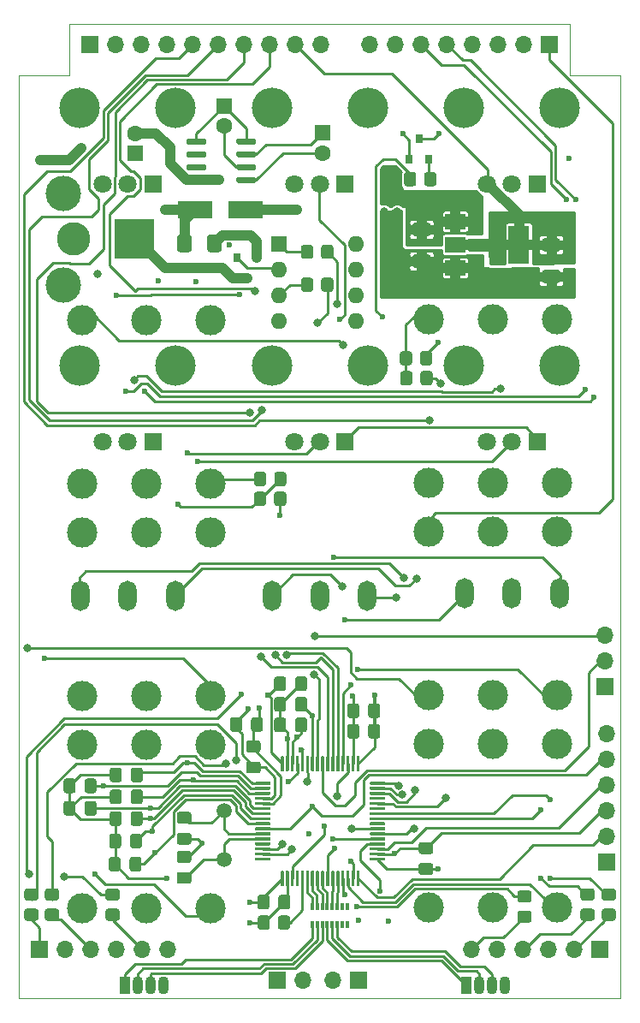
<source format=gbr>
%TF.GenerationSoftware,KiCad,Pcbnew,(5.1.7)-1*%
%TF.CreationDate,2021-10-21T20:17:54-07:00*%
%TF.ProjectId,Digital Board Rev 2,44696769-7461-46c2-9042-6f6172642052,rev?*%
%TF.SameCoordinates,Original*%
%TF.FileFunction,Copper,L4,Bot*%
%TF.FilePolarity,Positive*%
%FSLAX46Y46*%
G04 Gerber Fmt 4.6, Leading zero omitted, Abs format (unit mm)*
G04 Created by KiCad (PCBNEW (5.1.7)-1) date 2021-10-21 20:17:54*
%MOMM*%
%LPD*%
G01*
G04 APERTURE LIST*
%TA.AperFunction,Profile*%
%ADD10C,0.050000*%
%TD*%
%TA.AperFunction,ComponentPad*%
%ADD11O,1.700000X1.700000*%
%TD*%
%TA.AperFunction,ComponentPad*%
%ADD12R,1.700000X1.700000*%
%TD*%
%TA.AperFunction,ComponentPad*%
%ADD13C,3.500000*%
%TD*%
%TA.AperFunction,ComponentPad*%
%ADD14C,3.300000*%
%TD*%
%TA.AperFunction,ComponentPad*%
%ADD15R,4.000000X4.000000*%
%TD*%
%TA.AperFunction,SMDPad,CuDef*%
%ADD16R,0.300000X0.800000*%
%TD*%
%TA.AperFunction,ComponentPad*%
%ADD17C,3.000000*%
%TD*%
%TA.AperFunction,SMDPad,CuDef*%
%ADD18R,3.500000X1.800000*%
%TD*%
%TA.AperFunction,ComponentPad*%
%ADD19O,1.800000X3.000000*%
%TD*%
%TA.AperFunction,ComponentPad*%
%ADD20R,1.800000X1.800000*%
%TD*%
%TA.AperFunction,ComponentPad*%
%ADD21C,1.800000*%
%TD*%
%TA.AperFunction,ComponentPad*%
%ADD22O,4.000000X4.000000*%
%TD*%
%TA.AperFunction,ComponentPad*%
%ADD23C,1.500000*%
%TD*%
%TA.AperFunction,SMDPad,CuDef*%
%ADD24R,2.000000X1.500000*%
%TD*%
%TA.AperFunction,SMDPad,CuDef*%
%ADD25R,2.000000X3.800000*%
%TD*%
%TA.AperFunction,ComponentPad*%
%ADD26O,1.600000X1.600000*%
%TD*%
%TA.AperFunction,ComponentPad*%
%ADD27R,1.600000X1.600000*%
%TD*%
%TA.AperFunction,SMDPad,CuDef*%
%ADD28R,0.800000X0.900000*%
%TD*%
%TA.AperFunction,ComponentPad*%
%ADD29O,1.070000X1.800000*%
%TD*%
%TA.AperFunction,ComponentPad*%
%ADD30R,1.070000X1.800000*%
%TD*%
%TA.AperFunction,ComponentPad*%
%ADD31C,1.600000*%
%TD*%
%TA.AperFunction,ViaPad*%
%ADD32C,0.600000*%
%TD*%
%TA.AperFunction,ViaPad*%
%ADD33C,0.800000*%
%TD*%
%TA.AperFunction,Conductor*%
%ADD34C,0.250000*%
%TD*%
%TA.AperFunction,Conductor*%
%ADD35C,1.000000*%
%TD*%
%TA.AperFunction,Conductor*%
%ADD36C,0.100000*%
%TD*%
G04 APERTURE END LIST*
D10*
X177750000Y-40750000D02*
X182750000Y-40750000D01*
X177750000Y-35750000D02*
X177750000Y-40750000D01*
X128250000Y-40750000D02*
X128250000Y-35750000D01*
X123250000Y-40750000D02*
X128250000Y-40750000D01*
X182750000Y-40750000D02*
X182750000Y-132080000D01*
X128250000Y-35750000D02*
X177750000Y-35750000D01*
X123250000Y-132080000D02*
X123250000Y-40750000D01*
X182750000Y-132080000D02*
X123250000Y-132080000D01*
D11*
%TO.P,J15,3*%
%TO.N,/UART_TX*%
X181250000Y-96170000D03*
%TO.P,J15,2*%
%TO.N,/UART_RX*%
X181250000Y-98710000D03*
D12*
%TO.P,J15,1*%
%TO.N,GNDD*%
X181250000Y-101250000D03*
%TD*%
D13*
%TO.P,J12,MP*%
%TO.N,N/C*%
X127650000Y-61500000D03*
X127650000Y-52500000D03*
D14*
%TO.P,J12,2*%
%TO.N,GNDD*%
X128650000Y-57000000D03*
D15*
%TO.P,J12,1*%
%TO.N,Net-(J12-Pad1)*%
X134650000Y-57000000D03*
%TD*%
D11*
%TO.P,J4,8*%
%TO.N,GNDA*%
X157970000Y-37750000D03*
%TO.P,J4,7*%
%TO.N,+9V*%
X160510000Y-37750000D03*
%TO.P,J4,6*%
%TO.N,/TRIM1*%
X163050000Y-37750000D03*
%TO.P,J4,5*%
%TO.N,/TRIM2*%
X165590000Y-37750000D03*
%TO.P,J4,4*%
%TO.N,-9V*%
X168130000Y-37750000D03*
%TO.P,J4,3*%
%TO.N,/CH2_EFF*%
X170670000Y-37750000D03*
%TO.P,J4,2*%
%TO.N,/CH2_BYP*%
X173210000Y-37750000D03*
D12*
%TO.P,J4,1*%
%TO.N,/CH2_IN*%
X175750000Y-37750000D03*
%TD*%
%TO.P,F1,2*%
%TO.N,Net-(F1-Pad2)*%
%TA.AperFunction,SMDPad,CuDef*%
G36*
G01*
X141872000Y-58029000D02*
X141872000Y-56779000D01*
G75*
G02*
X142122000Y-56529000I250000J0D01*
G01*
X143047000Y-56529000D01*
G75*
G02*
X143297000Y-56779000I0J-250000D01*
G01*
X143297000Y-58029000D01*
G75*
G02*
X143047000Y-58279000I-250000J0D01*
G01*
X142122000Y-58279000D01*
G75*
G02*
X141872000Y-58029000I0J250000D01*
G01*
G37*
%TD.AperFunction*%
%TO.P,F1,1*%
%TO.N,+9V*%
%TA.AperFunction,SMDPad,CuDef*%
G36*
G01*
X138897000Y-58029000D02*
X138897000Y-56779000D01*
G75*
G02*
X139147000Y-56529000I250000J0D01*
G01*
X140072000Y-56529000D01*
G75*
G02*
X140322000Y-56779000I0J-250000D01*
G01*
X140322000Y-58029000D01*
G75*
G02*
X140072000Y-58279000I-250000J0D01*
G01*
X139147000Y-58279000D01*
G75*
G02*
X138897000Y-58029000I0J250000D01*
G01*
G37*
%TD.AperFunction*%
%TD*%
%TO.P,C17,2*%
%TO.N,GNDD*%
%TA.AperFunction,SMDPad,CuDef*%
G36*
G01*
X133386500Y-113825000D02*
X133386500Y-114775000D01*
G75*
G02*
X133136500Y-115025000I-250000J0D01*
G01*
X132461500Y-115025000D01*
G75*
G02*
X132211500Y-114775000I0J250000D01*
G01*
X132211500Y-113825000D01*
G75*
G02*
X132461500Y-113575000I250000J0D01*
G01*
X133136500Y-113575000D01*
G75*
G02*
X133386500Y-113825000I0J-250000D01*
G01*
G37*
%TD.AperFunction*%
%TO.P,C17,1*%
%TO.N,/TRIM1*%
%TA.AperFunction,SMDPad,CuDef*%
G36*
G01*
X135461500Y-113825000D02*
X135461500Y-114775000D01*
G75*
G02*
X135211500Y-115025000I-250000J0D01*
G01*
X134536500Y-115025000D01*
G75*
G02*
X134286500Y-114775000I0J250000D01*
G01*
X134286500Y-113825000D01*
G75*
G02*
X134536500Y-113575000I250000J0D01*
G01*
X135211500Y-113575000D01*
G75*
G02*
X135461500Y-113825000I0J-250000D01*
G01*
G37*
%TD.AperFunction*%
%TD*%
D16*
%TO.P,RN1,10*%
%TO.N,Net-(RN1-Pad10)*%
X155237500Y-124788500D03*
%TO.P,RN1,12*%
%TO.N,/LEDs/G1_R*%
X154237500Y-124788500D03*
%TO.P,RN1,11*%
%TO.N,/LEDs/B1_R*%
X154737500Y-124788500D03*
%TO.P,RN1,13*%
%TO.N,/LEDs/R1_R*%
X153737500Y-124788500D03*
%TO.P,RN1,14*%
%TO.N,/LEDs/B2_R*%
X153237500Y-124788500D03*
%TO.P,RN1,15*%
%TO.N,/LEDs/G2_R*%
X152737500Y-124788500D03*
%TO.P,RN1,7*%
%TO.N,Net-(RN1-Pad7)*%
X155237500Y-122988500D03*
%TO.P,RN1,6*%
%TO.N,/LED1_B*%
X154737500Y-122988500D03*
%TO.P,RN1,5*%
%TO.N,/LED1_G*%
X154237500Y-122988500D03*
%TO.P,RN1,4*%
%TO.N,/LED1_R*%
X153737500Y-122988500D03*
%TO.P,RN1,3*%
%TO.N,/LED2_B*%
X153237500Y-122988500D03*
%TO.P,RN1,2*%
%TO.N,/LED2_G*%
X152737500Y-122988500D03*
%TO.P,RN1,9*%
%TO.N,Net-(RN1-Pad9)*%
X155737500Y-124788500D03*
%TO.P,RN1,8*%
%TO.N,Net-(RN1-Pad8)*%
X155737500Y-122988500D03*
%TO.P,RN1,16*%
%TO.N,/LEDs/R2_R*%
X152237500Y-124788500D03*
%TO.P,RN1,1*%
%TO.N,/LED2_R*%
X152237500Y-122988500D03*
%TD*%
D17*
%TO.P,J7,TN*%
%TO.N,Net-(J7-PadTN)*%
X142200000Y-107000000D03*
%TO.P,J7,T*%
%TO.N,/Audio Jacks/CH2_OUT*%
X142200000Y-123200000D03*
%TO.P,J7,RN*%
%TO.N,Net-(J7-PadRN)*%
X135850000Y-107000000D03*
%TO.P,J7,SN*%
%TO.N,Net-(J7-PadSN)*%
X129500000Y-107000000D03*
%TO.P,J7,R*%
%TO.N,Net-(J7-PadR)*%
X135850000Y-123200000D03*
%TO.P,J7,S*%
%TO.N,GNDA*%
X129500000Y-123200000D03*
%TD*%
%TO.P,C1,2*%
%TO.N,GNDD*%
%TA.AperFunction,SMDPad,CuDef*%
G36*
G01*
X156903000Y-103157000D02*
X156903000Y-104107000D01*
G75*
G02*
X156653000Y-104357000I-250000J0D01*
G01*
X155978000Y-104357000D01*
G75*
G02*
X155728000Y-104107000I0J250000D01*
G01*
X155728000Y-103157000D01*
G75*
G02*
X155978000Y-102907000I250000J0D01*
G01*
X156653000Y-102907000D01*
G75*
G02*
X156903000Y-103157000I0J-250000D01*
G01*
G37*
%TD.AperFunction*%
%TO.P,C1,1*%
%TO.N,+3V3*%
%TA.AperFunction,SMDPad,CuDef*%
G36*
G01*
X158978000Y-103157000D02*
X158978000Y-104107000D01*
G75*
G02*
X158728000Y-104357000I-250000J0D01*
G01*
X158053000Y-104357000D01*
G75*
G02*
X157803000Y-104107000I0J250000D01*
G01*
X157803000Y-103157000D01*
G75*
G02*
X158053000Y-102907000I250000J0D01*
G01*
X158728000Y-102907000D01*
G75*
G02*
X158978000Y-103157000I0J-250000D01*
G01*
G37*
%TD.AperFunction*%
%TD*%
D11*
%TO.P,J11,10*%
%TO.N,GNDA*%
X153110000Y-37750000D03*
%TO.P,J11,9*%
%TO.N,+3V3*%
X150570000Y-37750000D03*
%TO.P,J11,8*%
%TO.N,/DIP1*%
X148030000Y-37750000D03*
%TO.P,J11,7*%
%TO.N,/DIP2*%
X145490000Y-37750000D03*
%TO.P,J11,6*%
%TO.N,/DIP3*%
X142950000Y-37750000D03*
%TO.P,J11,5*%
%TO.N,/DIP4*%
X140410000Y-37750000D03*
%TO.P,J11,4*%
%TO.N,GNDD*%
X137870000Y-37750000D03*
%TO.P,J11,3*%
%TO.N,/CH1_EFF*%
X135330000Y-37750000D03*
%TO.P,J11,2*%
%TO.N,/CH1_BYP*%
X132790000Y-37750000D03*
D12*
%TO.P,J11,1*%
%TO.N,/CH1_IN*%
X130250000Y-37750000D03*
%TD*%
D18*
%TO.P,D6,2*%
%TO.N,GNDD*%
X145629000Y-54102000D03*
%TO.P,D6,1*%
%TO.N,+9V*%
X140629000Y-54102000D03*
%TD*%
D17*
%TO.P,J5,S*%
%TO.N,GNDA*%
X176500000Y-106900000D03*
%TO.P,J5,R*%
%TO.N,Net-(J5-PadR)*%
X170150000Y-106900000D03*
%TO.P,J5,SN*%
%TO.N,/CH1_SW*%
X176500000Y-123100000D03*
%TO.P,J5,RN*%
%TO.N,Net-(J5-PadRN)*%
X170150000Y-123100000D03*
%TO.P,J5,T*%
%TO.N,/CH1_IN*%
X163800000Y-106900000D03*
%TO.P,J5,TN*%
%TO.N,Net-(J5-PadTN)*%
X163800000Y-123100000D03*
%TD*%
D19*
%TO.P,SW3,3*%
%TO.N,/ENV_MODE_1*%
X129300000Y-92250000D03*
%TO.P,SW3,1*%
%TO.N,/ENV_MODE_2*%
X138700000Y-92250000D03*
%TO.P,SW3,2*%
%TO.N,GNDD*%
X134000000Y-92250000D03*
%TD*%
%TO.P,SW2,3*%
%TO.N,/PAN_MODE_1*%
X148300000Y-92250000D03*
%TO.P,SW2,1*%
%TO.N,/PAN_MODE_2*%
X157700000Y-92250000D03*
%TO.P,SW2,2*%
%TO.N,GNDD*%
X153000000Y-92250000D03*
%TD*%
%TO.P,R11,2*%
%TO.N,/PWM_OUT_VOL_2*%
%TA.AperFunction,SMDPad,CuDef*%
G36*
G01*
X172799999Y-123400000D02*
X173700001Y-123400000D01*
G75*
G02*
X173950000Y-123649999I0J-249999D01*
G01*
X173950000Y-124350001D01*
G75*
G02*
X173700001Y-124600000I-249999J0D01*
G01*
X172799999Y-124600000D01*
G75*
G02*
X172550000Y-124350001I0J249999D01*
G01*
X172550000Y-123649999D01*
G75*
G02*
X172799999Y-123400000I249999J0D01*
G01*
G37*
%TD.AperFunction*%
%TO.P,R11,1*%
%TO.N,/PWM_VOL_2*%
%TA.AperFunction,SMDPad,CuDef*%
G36*
G01*
X172799999Y-121400000D02*
X173700001Y-121400000D01*
G75*
G02*
X173950000Y-121649999I0J-249999D01*
G01*
X173950000Y-122350001D01*
G75*
G02*
X173700001Y-122600000I-249999J0D01*
G01*
X172799999Y-122600000D01*
G75*
G02*
X172550000Y-122350001I0J249999D01*
G01*
X172550000Y-121649999D01*
G75*
G02*
X172799999Y-121400000I249999J0D01*
G01*
G37*
%TD.AperFunction*%
%TD*%
%TO.P,R10,2*%
%TO.N,/PWM_OUT_VOL_1*%
%TA.AperFunction,SMDPad,CuDef*%
G36*
G01*
X132049999Y-123209000D02*
X132950001Y-123209000D01*
G75*
G02*
X133200000Y-123458999I0J-249999D01*
G01*
X133200000Y-124159001D01*
G75*
G02*
X132950001Y-124409000I-249999J0D01*
G01*
X132049999Y-124409000D01*
G75*
G02*
X131800000Y-124159001I0J249999D01*
G01*
X131800000Y-123458999D01*
G75*
G02*
X132049999Y-123209000I249999J0D01*
G01*
G37*
%TD.AperFunction*%
%TO.P,R10,1*%
%TO.N,/PWM_VOL_1*%
%TA.AperFunction,SMDPad,CuDef*%
G36*
G01*
X132049999Y-121209000D02*
X132950001Y-121209000D01*
G75*
G02*
X133200000Y-121458999I0J-249999D01*
G01*
X133200000Y-122159001D01*
G75*
G02*
X132950001Y-122409000I-249999J0D01*
G01*
X132049999Y-122409000D01*
G75*
G02*
X131800000Y-122159001I0J249999D01*
G01*
X131800000Y-121458999D01*
G75*
G02*
X132049999Y-121209000I249999J0D01*
G01*
G37*
%TD.AperFunction*%
%TD*%
%TO.P,C20,2*%
%TO.N,GNDD*%
%TA.AperFunction,SMDPad,CuDef*%
G36*
G01*
X128836000Y-112809000D02*
X128836000Y-113759000D01*
G75*
G02*
X128586000Y-114009000I-250000J0D01*
G01*
X127911000Y-114009000D01*
G75*
G02*
X127661000Y-113759000I0J250000D01*
G01*
X127661000Y-112809000D01*
G75*
G02*
X127911000Y-112559000I250000J0D01*
G01*
X128586000Y-112559000D01*
G75*
G02*
X128836000Y-112809000I0J-250000D01*
G01*
G37*
%TD.AperFunction*%
%TO.P,C20,1*%
%TO.N,/TRIM2*%
%TA.AperFunction,SMDPad,CuDef*%
G36*
G01*
X130911000Y-112809000D02*
X130911000Y-113759000D01*
G75*
G02*
X130661000Y-114009000I-250000J0D01*
G01*
X129986000Y-114009000D01*
G75*
G02*
X129736000Y-113759000I0J250000D01*
G01*
X129736000Y-112809000D01*
G75*
G02*
X129986000Y-112559000I250000J0D01*
G01*
X130661000Y-112559000D01*
G75*
G02*
X130911000Y-112809000I0J-250000D01*
G01*
G37*
%TD.AperFunction*%
%TD*%
%TO.P,C16,2*%
%TO.N,GNDD*%
%TA.AperFunction,SMDPad,CuDef*%
G36*
G01*
X133344500Y-116047500D02*
X133344500Y-116997500D01*
G75*
G02*
X133094500Y-117247500I-250000J0D01*
G01*
X132419500Y-117247500D01*
G75*
G02*
X132169500Y-116997500I0J250000D01*
G01*
X132169500Y-116047500D01*
G75*
G02*
X132419500Y-115797500I250000J0D01*
G01*
X133094500Y-115797500D01*
G75*
G02*
X133344500Y-116047500I0J-250000D01*
G01*
G37*
%TD.AperFunction*%
%TO.P,C16,1*%
%TO.N,/EXP*%
%TA.AperFunction,SMDPad,CuDef*%
G36*
G01*
X135419500Y-116047500D02*
X135419500Y-116997500D01*
G75*
G02*
X135169500Y-117247500I-250000J0D01*
G01*
X134494500Y-117247500D01*
G75*
G02*
X134244500Y-116997500I0J250000D01*
G01*
X134244500Y-116047500D01*
G75*
G02*
X134494500Y-115797500I250000J0D01*
G01*
X135169500Y-115797500D01*
G75*
G02*
X135419500Y-116047500I0J-250000D01*
G01*
G37*
%TD.AperFunction*%
%TD*%
%TO.P,R3,2*%
%TO.N,/PWM_OUT_2*%
%TA.AperFunction,SMDPad,CuDef*%
G36*
G01*
X126049999Y-123209000D02*
X126950001Y-123209000D01*
G75*
G02*
X127200000Y-123458999I0J-249999D01*
G01*
X127200000Y-124159001D01*
G75*
G02*
X126950001Y-124409000I-249999J0D01*
G01*
X126049999Y-124409000D01*
G75*
G02*
X125800000Y-124159001I0J249999D01*
G01*
X125800000Y-123458999D01*
G75*
G02*
X126049999Y-123209000I249999J0D01*
G01*
G37*
%TD.AperFunction*%
%TO.P,R3,1*%
%TO.N,/PWM2*%
%TA.AperFunction,SMDPad,CuDef*%
G36*
G01*
X126049999Y-121209000D02*
X126950001Y-121209000D01*
G75*
G02*
X127200000Y-121458999I0J-249999D01*
G01*
X127200000Y-122159001D01*
G75*
G02*
X126950001Y-122409000I-249999J0D01*
G01*
X126049999Y-122409000D01*
G75*
G02*
X125800000Y-122159001I0J249999D01*
G01*
X125800000Y-121458999D01*
G75*
G02*
X126049999Y-121209000I249999J0D01*
G01*
G37*
%TD.AperFunction*%
%TD*%
%TO.P,R4,2*%
%TO.N,/PWM_OUT_3*%
%TA.AperFunction,SMDPad,CuDef*%
G36*
G01*
X181151999Y-123209000D02*
X182052001Y-123209000D01*
G75*
G02*
X182302000Y-123458999I0J-249999D01*
G01*
X182302000Y-124159001D01*
G75*
G02*
X182052001Y-124409000I-249999J0D01*
G01*
X181151999Y-124409000D01*
G75*
G02*
X180902000Y-124159001I0J249999D01*
G01*
X180902000Y-123458999D01*
G75*
G02*
X181151999Y-123209000I249999J0D01*
G01*
G37*
%TD.AperFunction*%
%TO.P,R4,1*%
%TO.N,/PWM3*%
%TA.AperFunction,SMDPad,CuDef*%
G36*
G01*
X181151999Y-121209000D02*
X182052001Y-121209000D01*
G75*
G02*
X182302000Y-121458999I0J-249999D01*
G01*
X182302000Y-122159001D01*
G75*
G02*
X182052001Y-122409000I-249999J0D01*
G01*
X181151999Y-122409000D01*
G75*
G02*
X180902000Y-122159001I0J249999D01*
G01*
X180902000Y-121458999D01*
G75*
G02*
X181151999Y-121209000I249999J0D01*
G01*
G37*
%TD.AperFunction*%
%TD*%
%TO.P,R6,2*%
%TO.N,+3V3*%
%TA.AperFunction,SMDPad,CuDef*%
G36*
G01*
X162930000Y-69216001D02*
X162930000Y-68315999D01*
G75*
G02*
X163179999Y-68066000I249999J0D01*
G01*
X163880001Y-68066000D01*
G75*
G02*
X164130000Y-68315999I0J-249999D01*
G01*
X164130000Y-69216001D01*
G75*
G02*
X163880001Y-69466000I-249999J0D01*
G01*
X163179999Y-69466000D01*
G75*
G02*
X162930000Y-69216001I0J249999D01*
G01*
G37*
%TD.AperFunction*%
%TO.P,R6,1*%
%TO.N,Net-(J10-PadT)*%
%TA.AperFunction,SMDPad,CuDef*%
G36*
G01*
X160930000Y-69216001D02*
X160930000Y-68315999D01*
G75*
G02*
X161179999Y-68066000I249999J0D01*
G01*
X161880001Y-68066000D01*
G75*
G02*
X162130000Y-68315999I0J-249999D01*
G01*
X162130000Y-69216001D01*
G75*
G02*
X161880001Y-69466000I-249999J0D01*
G01*
X161179999Y-69466000D01*
G75*
G02*
X160930000Y-69216001I0J249999D01*
G01*
G37*
%TD.AperFunction*%
%TD*%
%TO.P,R7,2*%
%TO.N,/TAP_EXT*%
%TA.AperFunction,SMDPad,CuDef*%
G36*
G01*
X162960000Y-71189001D02*
X162960000Y-70288999D01*
G75*
G02*
X163209999Y-70039000I249999J0D01*
G01*
X163910001Y-70039000D01*
G75*
G02*
X164160000Y-70288999I0J-249999D01*
G01*
X164160000Y-71189001D01*
G75*
G02*
X163910001Y-71439000I-249999J0D01*
G01*
X163209999Y-71439000D01*
G75*
G02*
X162960000Y-71189001I0J249999D01*
G01*
G37*
%TD.AperFunction*%
%TO.P,R7,1*%
%TO.N,Net-(J10-PadT)*%
%TA.AperFunction,SMDPad,CuDef*%
G36*
G01*
X160960000Y-71189001D02*
X160960000Y-70288999D01*
G75*
G02*
X161209999Y-70039000I249999J0D01*
G01*
X161910001Y-70039000D01*
G75*
G02*
X162160000Y-70288999I0J-249999D01*
G01*
X162160000Y-71189001D01*
G75*
G02*
X161910001Y-71439000I-249999J0D01*
G01*
X161209999Y-71439000D01*
G75*
G02*
X160960000Y-71189001I0J249999D01*
G01*
G37*
%TD.AperFunction*%
%TD*%
%TO.P,R2,2*%
%TO.N,/PWM_OUT_1*%
%TA.AperFunction,SMDPad,CuDef*%
G36*
G01*
X124017999Y-123209000D02*
X124918001Y-123209000D01*
G75*
G02*
X125168000Y-123458999I0J-249999D01*
G01*
X125168000Y-124159001D01*
G75*
G02*
X124918001Y-124409000I-249999J0D01*
G01*
X124017999Y-124409000D01*
G75*
G02*
X123768000Y-124159001I0J249999D01*
G01*
X123768000Y-123458999D01*
G75*
G02*
X124017999Y-123209000I249999J0D01*
G01*
G37*
%TD.AperFunction*%
%TO.P,R2,1*%
%TO.N,/PWM1*%
%TA.AperFunction,SMDPad,CuDef*%
G36*
G01*
X124017999Y-121209000D02*
X124918001Y-121209000D01*
G75*
G02*
X125168000Y-121458999I0J-249999D01*
G01*
X125168000Y-122159001D01*
G75*
G02*
X124918001Y-122409000I-249999J0D01*
G01*
X124017999Y-122409000D01*
G75*
G02*
X123768000Y-122159001I0J249999D01*
G01*
X123768000Y-121458999D01*
G75*
G02*
X124017999Y-121209000I249999J0D01*
G01*
G37*
%TD.AperFunction*%
%TD*%
%TO.P,R8,2*%
%TO.N,/EXP*%
%TA.AperFunction,SMDPad,CuDef*%
G36*
G01*
X148503000Y-81163001D02*
X148503000Y-80262999D01*
G75*
G02*
X148752999Y-80013000I249999J0D01*
G01*
X149453001Y-80013000D01*
G75*
G02*
X149703000Y-80262999I0J-249999D01*
G01*
X149703000Y-81163001D01*
G75*
G02*
X149453001Y-81413000I-249999J0D01*
G01*
X148752999Y-81413000D01*
G75*
G02*
X148503000Y-81163001I0J249999D01*
G01*
G37*
%TD.AperFunction*%
%TO.P,R8,1*%
%TO.N,Net-(J9-PadT)*%
%TA.AperFunction,SMDPad,CuDef*%
G36*
G01*
X146503000Y-81163001D02*
X146503000Y-80262999D01*
G75*
G02*
X146752999Y-80013000I249999J0D01*
G01*
X147453001Y-80013000D01*
G75*
G02*
X147703000Y-80262999I0J-249999D01*
G01*
X147703000Y-81163001D01*
G75*
G02*
X147453001Y-81413000I-249999J0D01*
G01*
X146752999Y-81413000D01*
G75*
G02*
X146503000Y-81163001I0J249999D01*
G01*
G37*
%TD.AperFunction*%
%TD*%
%TO.P,R9,2*%
%TO.N,GNDD*%
%TA.AperFunction,SMDPad,CuDef*%
G36*
G01*
X148482000Y-83127001D02*
X148482000Y-82226999D01*
G75*
G02*
X148731999Y-81977000I249999J0D01*
G01*
X149432001Y-81977000D01*
G75*
G02*
X149682000Y-82226999I0J-249999D01*
G01*
X149682000Y-83127001D01*
G75*
G02*
X149432001Y-83377000I-249999J0D01*
G01*
X148731999Y-83377000D01*
G75*
G02*
X148482000Y-83127001I0J249999D01*
G01*
G37*
%TD.AperFunction*%
%TO.P,R9,1*%
%TO.N,/EXP*%
%TA.AperFunction,SMDPad,CuDef*%
G36*
G01*
X146482000Y-83127001D02*
X146482000Y-82226999D01*
G75*
G02*
X146731999Y-81977000I249999J0D01*
G01*
X147432001Y-81977000D01*
G75*
G02*
X147682000Y-82226999I0J-249999D01*
G01*
X147682000Y-83127001D01*
G75*
G02*
X147432001Y-83377000I-249999J0D01*
G01*
X146731999Y-83377000D01*
G75*
G02*
X146482000Y-83127001I0J249999D01*
G01*
G37*
%TD.AperFunction*%
%TD*%
D11*
%TO.P,J14,6*%
%TO.N,/PWM_OUT_VOL_2*%
X168050000Y-127250000D03*
%TO.P,J14,5*%
%TO.N,/PWM_RTN_VOL_2*%
X170590000Y-127250000D03*
%TO.P,J14,4*%
%TO.N,/PWM_OUT_4*%
X173130000Y-127250000D03*
%TO.P,J14,3*%
%TO.N,/PWM_RTN_4*%
X175670000Y-127250000D03*
%TO.P,J14,2*%
%TO.N,/PWM_OUT_3*%
X178210000Y-127250000D03*
D12*
%TO.P,J14,1*%
%TO.N,/PWM_RTN_3*%
X180750000Y-127250000D03*
%TD*%
%TO.P,R5,2*%
%TO.N,/PWM_OUT_4*%
%TA.AperFunction,SMDPad,CuDef*%
G36*
G01*
X179049999Y-123209000D02*
X179950001Y-123209000D01*
G75*
G02*
X180200000Y-123458999I0J-249999D01*
G01*
X180200000Y-124159001D01*
G75*
G02*
X179950001Y-124409000I-249999J0D01*
G01*
X179049999Y-124409000D01*
G75*
G02*
X178800000Y-124159001I0J249999D01*
G01*
X178800000Y-123458999D01*
G75*
G02*
X179049999Y-123209000I249999J0D01*
G01*
G37*
%TD.AperFunction*%
%TO.P,R5,1*%
%TO.N,/PWM4*%
%TA.AperFunction,SMDPad,CuDef*%
G36*
G01*
X179049999Y-121209000D02*
X179950001Y-121209000D01*
G75*
G02*
X180200000Y-121458999I0J-249999D01*
G01*
X180200000Y-122159001D01*
G75*
G02*
X179950001Y-122409000I-249999J0D01*
G01*
X179049999Y-122409000D01*
G75*
G02*
X178800000Y-122159001I0J249999D01*
G01*
X178800000Y-121458999D01*
G75*
G02*
X179049999Y-121209000I249999J0D01*
G01*
G37*
%TD.AperFunction*%
%TD*%
D11*
%TO.P,J13,6*%
%TO.N,/PWM_RTN_VOL_1*%
X137950000Y-127250000D03*
%TO.P,J13,5*%
%TO.N,/PWM_OUT_VOL_1*%
X135410000Y-127250000D03*
%TO.P,J13,4*%
%TO.N,/PWM_RTN_2*%
X132870000Y-127250000D03*
%TO.P,J13,3*%
%TO.N,/PWM_OUT_2*%
X130330000Y-127250000D03*
%TO.P,J13,2*%
%TO.N,/PWM_RTN_1*%
X127790000Y-127250000D03*
D12*
%TO.P,J13,1*%
%TO.N,/PWM_OUT_1*%
X125250000Y-127250000D03*
%TD*%
D20*
%TO.P,RV10,1*%
%TO.N,GNDD*%
X155500000Y-51500000D03*
D21*
%TO.P,RV10,2*%
%TO.N,/VOL*%
X153000000Y-51500000D03*
%TO.P,RV10,3*%
%TO.N,+3V3*%
X150500000Y-51500000D03*
D22*
%TO.P,RV10,*%
%TO.N,*%
X157750000Y-44000000D03*
X148250000Y-44000000D03*
%TD*%
%TO.P,C26,2*%
%TO.N,GNDD*%
%TA.AperFunction,SMDPad,CuDef*%
G36*
G01*
X149664000Y-102522000D02*
X149664000Y-103472000D01*
G75*
G02*
X149414000Y-103722000I-250000J0D01*
G01*
X148739000Y-103722000D01*
G75*
G02*
X148489000Y-103472000I0J250000D01*
G01*
X148489000Y-102522000D01*
G75*
G02*
X148739000Y-102272000I250000J0D01*
G01*
X149414000Y-102272000D01*
G75*
G02*
X149664000Y-102522000I0J-250000D01*
G01*
G37*
%TD.AperFunction*%
%TO.P,C26,1*%
%TO.N,/VOL*%
%TA.AperFunction,SMDPad,CuDef*%
G36*
G01*
X151739000Y-102522000D02*
X151739000Y-103472000D01*
G75*
G02*
X151489000Y-103722000I-250000J0D01*
G01*
X150814000Y-103722000D01*
G75*
G02*
X150564000Y-103472000I0J250000D01*
G01*
X150564000Y-102522000D01*
G75*
G02*
X150814000Y-102272000I250000J0D01*
G01*
X151489000Y-102272000D01*
G75*
G02*
X151739000Y-102522000I0J-250000D01*
G01*
G37*
%TD.AperFunction*%
%TD*%
D20*
%TO.P,RV4,1*%
%TO.N,GNDD*%
X136500000Y-51500000D03*
D21*
%TO.P,RV4,2*%
%TO.N,/OFFSET*%
X134000000Y-51500000D03*
%TO.P,RV4,3*%
%TO.N,+3V3*%
X131500000Y-51500000D03*
D22*
%TO.P,RV4,*%
%TO.N,*%
X138750000Y-44000000D03*
X129250000Y-44000000D03*
%TD*%
D20*
%TO.P,RV5,1*%
%TO.N,GNDD*%
X136500000Y-77000000D03*
D21*
%TO.P,RV5,2*%
%TO.N,/SUBDIV*%
X134000000Y-77000000D03*
%TO.P,RV5,3*%
%TO.N,+3V3*%
X131500000Y-77000000D03*
D22*
%TO.P,RV5,*%
%TO.N,*%
X138750000Y-69500000D03*
X129250000Y-69500000D03*
%TD*%
D20*
%TO.P,RV3,1*%
%TO.N,GNDD*%
X155500000Y-77000000D03*
D21*
%TO.P,RV3,2*%
%TO.N,/SHAPE*%
X153000000Y-77000000D03*
%TO.P,RV3,3*%
%TO.N,+3V3*%
X150500000Y-77000000D03*
D22*
%TO.P,RV3,*%
%TO.N,*%
X157750000Y-69500000D03*
X148250000Y-69500000D03*
%TD*%
%TO.P,RV2,*%
%TO.N,*%
X167250000Y-44000000D03*
X176750000Y-44000000D03*
D21*
%TO.P,RV2,3*%
%TO.N,+3V3*%
X169500000Y-51500000D03*
%TO.P,RV2,2*%
%TO.N,/DEPTH*%
X172000000Y-51500000D03*
D20*
%TO.P,RV2,1*%
%TO.N,GNDD*%
X174500000Y-51500000D03*
%TD*%
%TO.P,RV1,1*%
%TO.N,GNDD*%
X174500000Y-77000000D03*
D21*
%TO.P,RV1,2*%
%TO.N,/RATE*%
X172000000Y-77000000D03*
%TO.P,RV1,3*%
%TO.N,+3V3*%
X169500000Y-77000000D03*
D22*
%TO.P,RV1,*%
%TO.N,*%
X176750000Y-69500000D03*
X167250000Y-69500000D03*
%TD*%
D23*
%TO.P,Y1,2*%
%TO.N,/OSC1*%
X143500000Y-118380000D03*
%TO.P,Y1,1*%
%TO.N,/OSC2*%
X143500000Y-113500000D03*
%TD*%
%TO.P,U28,8*%
%TO.N,+9V*%
%TA.AperFunction,SMDPad,CuDef*%
G36*
G01*
X141750000Y-47195000D02*
X141750000Y-47495000D01*
G75*
G02*
X141600000Y-47645000I-150000J0D01*
G01*
X139950000Y-47645000D01*
G75*
G02*
X139800000Y-47495000I0J150000D01*
G01*
X139800000Y-47195000D01*
G75*
G02*
X139950000Y-47045000I150000J0D01*
G01*
X141600000Y-47045000D01*
G75*
G02*
X141750000Y-47195000I0J-150000D01*
G01*
G37*
%TD.AperFunction*%
%TO.P,U28,7*%
%TO.N,Net-(U28-Pad7)*%
%TA.AperFunction,SMDPad,CuDef*%
G36*
G01*
X141750000Y-48465000D02*
X141750000Y-48765000D01*
G75*
G02*
X141600000Y-48915000I-150000J0D01*
G01*
X139950000Y-48915000D01*
G75*
G02*
X139800000Y-48765000I0J150000D01*
G01*
X139800000Y-48465000D01*
G75*
G02*
X139950000Y-48315000I150000J0D01*
G01*
X141600000Y-48315000D01*
G75*
G02*
X141750000Y-48465000I0J-150000D01*
G01*
G37*
%TD.AperFunction*%
%TO.P,U28,6*%
%TO.N,Net-(U28-Pad6)*%
%TA.AperFunction,SMDPad,CuDef*%
G36*
G01*
X141750000Y-49735000D02*
X141750000Y-50035000D01*
G75*
G02*
X141600000Y-50185000I-150000J0D01*
G01*
X139950000Y-50185000D01*
G75*
G02*
X139800000Y-50035000I0J150000D01*
G01*
X139800000Y-49735000D01*
G75*
G02*
X139950000Y-49585000I150000J0D01*
G01*
X141600000Y-49585000D01*
G75*
G02*
X141750000Y-49735000I0J-150000D01*
G01*
G37*
%TD.AperFunction*%
%TO.P,U28,5*%
%TO.N,-9V*%
%TA.AperFunction,SMDPad,CuDef*%
G36*
G01*
X141750000Y-51005000D02*
X141750000Y-51305000D01*
G75*
G02*
X141600000Y-51455000I-150000J0D01*
G01*
X139950000Y-51455000D01*
G75*
G02*
X139800000Y-51305000I0J150000D01*
G01*
X139800000Y-51005000D01*
G75*
G02*
X139950000Y-50855000I150000J0D01*
G01*
X141600000Y-50855000D01*
G75*
G02*
X141750000Y-51005000I0J-150000D01*
G01*
G37*
%TD.AperFunction*%
%TO.P,U28,4*%
%TO.N,Net-(C24-Pad2)*%
%TA.AperFunction,SMDPad,CuDef*%
G36*
G01*
X146700000Y-51005000D02*
X146700000Y-51305000D01*
G75*
G02*
X146550000Y-51455000I-150000J0D01*
G01*
X144900000Y-51455000D01*
G75*
G02*
X144750000Y-51305000I0J150000D01*
G01*
X144750000Y-51005000D01*
G75*
G02*
X144900000Y-50855000I150000J0D01*
G01*
X146550000Y-50855000D01*
G75*
G02*
X146700000Y-51005000I0J-150000D01*
G01*
G37*
%TD.AperFunction*%
%TO.P,U28,3*%
%TO.N,GNDD*%
%TA.AperFunction,SMDPad,CuDef*%
G36*
G01*
X146700000Y-49735000D02*
X146700000Y-50035000D01*
G75*
G02*
X146550000Y-50185000I-150000J0D01*
G01*
X144900000Y-50185000D01*
G75*
G02*
X144750000Y-50035000I0J150000D01*
G01*
X144750000Y-49735000D01*
G75*
G02*
X144900000Y-49585000I150000J0D01*
G01*
X146550000Y-49585000D01*
G75*
G02*
X146700000Y-49735000I0J-150000D01*
G01*
G37*
%TD.AperFunction*%
%TO.P,U28,2*%
%TO.N,Net-(C24-Pad1)*%
%TA.AperFunction,SMDPad,CuDef*%
G36*
G01*
X146700000Y-48465000D02*
X146700000Y-48765000D01*
G75*
G02*
X146550000Y-48915000I-150000J0D01*
G01*
X144900000Y-48915000D01*
G75*
G02*
X144750000Y-48765000I0J150000D01*
G01*
X144750000Y-48465000D01*
G75*
G02*
X144900000Y-48315000I150000J0D01*
G01*
X146550000Y-48315000D01*
G75*
G02*
X146700000Y-48465000I0J-150000D01*
G01*
G37*
%TD.AperFunction*%
%TO.P,U28,1*%
%TO.N,+9V*%
%TA.AperFunction,SMDPad,CuDef*%
G36*
G01*
X146700000Y-47195000D02*
X146700000Y-47495000D01*
G75*
G02*
X146550000Y-47645000I-150000J0D01*
G01*
X144900000Y-47645000D01*
G75*
G02*
X144750000Y-47495000I0J150000D01*
G01*
X144750000Y-47195000D01*
G75*
G02*
X144900000Y-47045000I150000J0D01*
G01*
X146550000Y-47045000D01*
G75*
G02*
X146700000Y-47195000I0J-150000D01*
G01*
G37*
%TD.AperFunction*%
%TD*%
D24*
%TO.P,U27,1*%
%TO.N,GNDD*%
X166395000Y-59831000D03*
%TO.P,U27,3*%
%TO.N,+9V*%
X166395000Y-55231000D03*
%TO.P,U27,2*%
%TO.N,+3V3*%
X166395000Y-57531000D03*
D25*
X172695000Y-57531000D03*
%TD*%
D26*
%TO.P,U26,8*%
%TO.N,/Audio Jacks/CH1_OUT_PRE*%
X156620000Y-57500000D03*
%TO.P,U26,4*%
%TO.N,GNDD*%
X149000000Y-65120000D03*
%TO.P,U26,7*%
%TO.N,GNDA*%
X156620000Y-60040000D03*
%TO.P,U26,3*%
%TO.N,Net-(R54-Pad1)*%
X149000000Y-62580000D03*
%TO.P,U26,6*%
%TO.N,/Audio Jacks/CH2_OUT_PRE*%
X156620000Y-62580000D03*
%TO.P,U26,2*%
%TO.N,GNDD*%
X149000000Y-60040000D03*
%TO.P,U26,5*%
%TO.N,GNDA*%
X156620000Y-65120000D03*
D27*
%TO.P,U26,1*%
%TO.N,Net-(R53-Pad1)*%
X149000000Y-57500000D03*
%TD*%
%TO.P,U1,64*%
%TO.N,+3V3*%
%TA.AperFunction,SMDPad,CuDef*%
G36*
G01*
X149135000Y-120929000D02*
X149135000Y-119529000D01*
G75*
G02*
X149210000Y-119454000I75000J0D01*
G01*
X149360000Y-119454000D01*
G75*
G02*
X149435000Y-119529000I0J-75000D01*
G01*
X149435000Y-120929000D01*
G75*
G02*
X149360000Y-121004000I-75000J0D01*
G01*
X149210000Y-121004000D01*
G75*
G02*
X149135000Y-120929000I0J75000D01*
G01*
G37*
%TD.AperFunction*%
%TO.P,U1,63*%
%TO.N,GNDD*%
%TA.AperFunction,SMDPad,CuDef*%
G36*
G01*
X149635000Y-120929000D02*
X149635000Y-119529000D01*
G75*
G02*
X149710000Y-119454000I75000J0D01*
G01*
X149860000Y-119454000D01*
G75*
G02*
X149935000Y-119529000I0J-75000D01*
G01*
X149935000Y-120929000D01*
G75*
G02*
X149860000Y-121004000I-75000J0D01*
G01*
X149710000Y-121004000D01*
G75*
G02*
X149635000Y-120929000I0J75000D01*
G01*
G37*
%TD.AperFunction*%
%TO.P,U1,62*%
%TO.N,/HARM_MODE_1*%
%TA.AperFunction,SMDPad,CuDef*%
G36*
G01*
X150135000Y-120929000D02*
X150135000Y-119529000D01*
G75*
G02*
X150210000Y-119454000I75000J0D01*
G01*
X150360000Y-119454000D01*
G75*
G02*
X150435000Y-119529000I0J-75000D01*
G01*
X150435000Y-120929000D01*
G75*
G02*
X150360000Y-121004000I-75000J0D01*
G01*
X150210000Y-121004000D01*
G75*
G02*
X150135000Y-120929000I0J75000D01*
G01*
G37*
%TD.AperFunction*%
%TO.P,U1,61*%
%TO.N,Net-(U1-Pad61)*%
%TA.AperFunction,SMDPad,CuDef*%
G36*
G01*
X150635000Y-120929000D02*
X150635000Y-119529000D01*
G75*
G02*
X150710000Y-119454000I75000J0D01*
G01*
X150860000Y-119454000D01*
G75*
G02*
X150935000Y-119529000I0J-75000D01*
G01*
X150935000Y-120929000D01*
G75*
G02*
X150860000Y-121004000I-75000J0D01*
G01*
X150710000Y-121004000D01*
G75*
G02*
X150635000Y-120929000I0J75000D01*
G01*
G37*
%TD.AperFunction*%
%TO.P,U1,60*%
%TO.N,Net-(R1-Pad2)*%
%TA.AperFunction,SMDPad,CuDef*%
G36*
G01*
X151135000Y-120929000D02*
X151135000Y-119529000D01*
G75*
G02*
X151210000Y-119454000I75000J0D01*
G01*
X151360000Y-119454000D01*
G75*
G02*
X151435000Y-119529000I0J-75000D01*
G01*
X151435000Y-120929000D01*
G75*
G02*
X151360000Y-121004000I-75000J0D01*
G01*
X151210000Y-121004000D01*
G75*
G02*
X151135000Y-120929000I0J75000D01*
G01*
G37*
%TD.AperFunction*%
%TO.P,U1,59*%
%TO.N,/LED2_R*%
%TA.AperFunction,SMDPad,CuDef*%
G36*
G01*
X151635000Y-120929000D02*
X151635000Y-119529000D01*
G75*
G02*
X151710000Y-119454000I75000J0D01*
G01*
X151860000Y-119454000D01*
G75*
G02*
X151935000Y-119529000I0J-75000D01*
G01*
X151935000Y-120929000D01*
G75*
G02*
X151860000Y-121004000I-75000J0D01*
G01*
X151710000Y-121004000D01*
G75*
G02*
X151635000Y-120929000I0J75000D01*
G01*
G37*
%TD.AperFunction*%
%TO.P,U1,58*%
%TO.N,/LED2_G*%
%TA.AperFunction,SMDPad,CuDef*%
G36*
G01*
X152135000Y-120929000D02*
X152135000Y-119529000D01*
G75*
G02*
X152210000Y-119454000I75000J0D01*
G01*
X152360000Y-119454000D01*
G75*
G02*
X152435000Y-119529000I0J-75000D01*
G01*
X152435000Y-120929000D01*
G75*
G02*
X152360000Y-121004000I-75000J0D01*
G01*
X152210000Y-121004000D01*
G75*
G02*
X152135000Y-120929000I0J75000D01*
G01*
G37*
%TD.AperFunction*%
%TO.P,U1,57*%
%TO.N,/LED2_B*%
%TA.AperFunction,SMDPad,CuDef*%
G36*
G01*
X152635000Y-120929000D02*
X152635000Y-119529000D01*
G75*
G02*
X152710000Y-119454000I75000J0D01*
G01*
X152860000Y-119454000D01*
G75*
G02*
X152935000Y-119529000I0J-75000D01*
G01*
X152935000Y-120929000D01*
G75*
G02*
X152860000Y-121004000I-75000J0D01*
G01*
X152710000Y-121004000D01*
G75*
G02*
X152635000Y-120929000I0J75000D01*
G01*
G37*
%TD.AperFunction*%
%TO.P,U1,56*%
%TO.N,/LED1_R*%
%TA.AperFunction,SMDPad,CuDef*%
G36*
G01*
X153135000Y-120929000D02*
X153135000Y-119529000D01*
G75*
G02*
X153210000Y-119454000I75000J0D01*
G01*
X153360000Y-119454000D01*
G75*
G02*
X153435000Y-119529000I0J-75000D01*
G01*
X153435000Y-120929000D01*
G75*
G02*
X153360000Y-121004000I-75000J0D01*
G01*
X153210000Y-121004000D01*
G75*
G02*
X153135000Y-120929000I0J75000D01*
G01*
G37*
%TD.AperFunction*%
%TO.P,U1,55*%
%TO.N,/PWM_VOL_2*%
%TA.AperFunction,SMDPad,CuDef*%
G36*
G01*
X153635000Y-120929000D02*
X153635000Y-119529000D01*
G75*
G02*
X153710000Y-119454000I75000J0D01*
G01*
X153860000Y-119454000D01*
G75*
G02*
X153935000Y-119529000I0J-75000D01*
G01*
X153935000Y-120929000D01*
G75*
G02*
X153860000Y-121004000I-75000J0D01*
G01*
X153710000Y-121004000D01*
G75*
G02*
X153635000Y-120929000I0J75000D01*
G01*
G37*
%TD.AperFunction*%
%TO.P,U1,54*%
%TO.N,/LED1_G*%
%TA.AperFunction,SMDPad,CuDef*%
G36*
G01*
X154135000Y-120929000D02*
X154135000Y-119529000D01*
G75*
G02*
X154210000Y-119454000I75000J0D01*
G01*
X154360000Y-119454000D01*
G75*
G02*
X154435000Y-119529000I0J-75000D01*
G01*
X154435000Y-120929000D01*
G75*
G02*
X154360000Y-121004000I-75000J0D01*
G01*
X154210000Y-121004000D01*
G75*
G02*
X154135000Y-120929000I0J75000D01*
G01*
G37*
%TD.AperFunction*%
%TO.P,U1,53*%
%TO.N,/LED1_B*%
%TA.AperFunction,SMDPad,CuDef*%
G36*
G01*
X154635000Y-120929000D02*
X154635000Y-119529000D01*
G75*
G02*
X154710000Y-119454000I75000J0D01*
G01*
X154860000Y-119454000D01*
G75*
G02*
X154935000Y-119529000I0J-75000D01*
G01*
X154935000Y-120929000D01*
G75*
G02*
X154860000Y-121004000I-75000J0D01*
G01*
X154710000Y-121004000D01*
G75*
G02*
X154635000Y-120929000I0J75000D01*
G01*
G37*
%TD.AperFunction*%
%TO.P,U1,52*%
%TO.N,/CH2_SW*%
%TA.AperFunction,SMDPad,CuDef*%
G36*
G01*
X155135000Y-120929000D02*
X155135000Y-119529000D01*
G75*
G02*
X155210000Y-119454000I75000J0D01*
G01*
X155360000Y-119454000D01*
G75*
G02*
X155435000Y-119529000I0J-75000D01*
G01*
X155435000Y-120929000D01*
G75*
G02*
X155360000Y-121004000I-75000J0D01*
G01*
X155210000Y-121004000D01*
G75*
G02*
X155135000Y-120929000I0J75000D01*
G01*
G37*
%TD.AperFunction*%
%TO.P,U1,51*%
%TO.N,/CH1_SW*%
%TA.AperFunction,SMDPad,CuDef*%
G36*
G01*
X155635000Y-120929000D02*
X155635000Y-119529000D01*
G75*
G02*
X155710000Y-119454000I75000J0D01*
G01*
X155860000Y-119454000D01*
G75*
G02*
X155935000Y-119529000I0J-75000D01*
G01*
X155935000Y-120929000D01*
G75*
G02*
X155860000Y-121004000I-75000J0D01*
G01*
X155710000Y-121004000D01*
G75*
G02*
X155635000Y-120929000I0J75000D01*
G01*
G37*
%TD.AperFunction*%
%TO.P,U1,50*%
%TO.N,/RLY_SET*%
%TA.AperFunction,SMDPad,CuDef*%
G36*
G01*
X156135000Y-120929000D02*
X156135000Y-119529000D01*
G75*
G02*
X156210000Y-119454000I75000J0D01*
G01*
X156360000Y-119454000D01*
G75*
G02*
X156435000Y-119529000I0J-75000D01*
G01*
X156435000Y-120929000D01*
G75*
G02*
X156360000Y-121004000I-75000J0D01*
G01*
X156210000Y-121004000D01*
G75*
G02*
X156135000Y-120929000I0J75000D01*
G01*
G37*
%TD.AperFunction*%
%TO.P,U1,49*%
%TO.N,/SWCLK*%
%TA.AperFunction,SMDPad,CuDef*%
G36*
G01*
X156635000Y-120929000D02*
X156635000Y-119529000D01*
G75*
G02*
X156710000Y-119454000I75000J0D01*
G01*
X156860000Y-119454000D01*
G75*
G02*
X156935000Y-119529000I0J-75000D01*
G01*
X156935000Y-120929000D01*
G75*
G02*
X156860000Y-121004000I-75000J0D01*
G01*
X156710000Y-121004000D01*
G75*
G02*
X156635000Y-120929000I0J75000D01*
G01*
G37*
%TD.AperFunction*%
%TO.P,U1,48*%
%TO.N,+3V3*%
%TA.AperFunction,SMDPad,CuDef*%
G36*
G01*
X157935000Y-118379000D02*
X157935000Y-118229000D01*
G75*
G02*
X158010000Y-118154000I75000J0D01*
G01*
X159410000Y-118154000D01*
G75*
G02*
X159485000Y-118229000I0J-75000D01*
G01*
X159485000Y-118379000D01*
G75*
G02*
X159410000Y-118454000I-75000J0D01*
G01*
X158010000Y-118454000D01*
G75*
G02*
X157935000Y-118379000I0J75000D01*
G01*
G37*
%TD.AperFunction*%
%TO.P,U1,47*%
%TO.N,GNDD*%
%TA.AperFunction,SMDPad,CuDef*%
G36*
G01*
X157935000Y-117879000D02*
X157935000Y-117729000D01*
G75*
G02*
X158010000Y-117654000I75000J0D01*
G01*
X159410000Y-117654000D01*
G75*
G02*
X159485000Y-117729000I0J-75000D01*
G01*
X159485000Y-117879000D01*
G75*
G02*
X159410000Y-117954000I-75000J0D01*
G01*
X158010000Y-117954000D01*
G75*
G02*
X157935000Y-117879000I0J75000D01*
G01*
G37*
%TD.AperFunction*%
%TO.P,U1,46*%
%TO.N,/SWDIO*%
%TA.AperFunction,SMDPad,CuDef*%
G36*
G01*
X157935000Y-117379000D02*
X157935000Y-117229000D01*
G75*
G02*
X158010000Y-117154000I75000J0D01*
G01*
X159410000Y-117154000D01*
G75*
G02*
X159485000Y-117229000I0J-75000D01*
G01*
X159485000Y-117379000D01*
G75*
G02*
X159410000Y-117454000I-75000J0D01*
G01*
X158010000Y-117454000D01*
G75*
G02*
X157935000Y-117379000I0J75000D01*
G01*
G37*
%TD.AperFunction*%
%TO.P,U1,45*%
%TO.N,/TAP*%
%TA.AperFunction,SMDPad,CuDef*%
G36*
G01*
X157935000Y-116879000D02*
X157935000Y-116729000D01*
G75*
G02*
X158010000Y-116654000I75000J0D01*
G01*
X159410000Y-116654000D01*
G75*
G02*
X159485000Y-116729000I0J-75000D01*
G01*
X159485000Y-116879000D01*
G75*
G02*
X159410000Y-116954000I-75000J0D01*
G01*
X158010000Y-116954000D01*
G75*
G02*
X157935000Y-116879000I0J75000D01*
G01*
G37*
%TD.AperFunction*%
%TO.P,U1,44*%
%TO.N,/BYP*%
%TA.AperFunction,SMDPad,CuDef*%
G36*
G01*
X157935000Y-116379000D02*
X157935000Y-116229000D01*
G75*
G02*
X158010000Y-116154000I75000J0D01*
G01*
X159410000Y-116154000D01*
G75*
G02*
X159485000Y-116229000I0J-75000D01*
G01*
X159485000Y-116379000D01*
G75*
G02*
X159410000Y-116454000I-75000J0D01*
G01*
X158010000Y-116454000D01*
G75*
G02*
X157935000Y-116379000I0J75000D01*
G01*
G37*
%TD.AperFunction*%
%TO.P,U1,43*%
%TO.N,/DIP4*%
%TA.AperFunction,SMDPad,CuDef*%
G36*
G01*
X157935000Y-115879000D02*
X157935000Y-115729000D01*
G75*
G02*
X158010000Y-115654000I75000J0D01*
G01*
X159410000Y-115654000D01*
G75*
G02*
X159485000Y-115729000I0J-75000D01*
G01*
X159485000Y-115879000D01*
G75*
G02*
X159410000Y-115954000I-75000J0D01*
G01*
X158010000Y-115954000D01*
G75*
G02*
X157935000Y-115879000I0J75000D01*
G01*
G37*
%TD.AperFunction*%
%TO.P,U1,42*%
%TO.N,/EXP_SW*%
%TA.AperFunction,SMDPad,CuDef*%
G36*
G01*
X157935000Y-115379000D02*
X157935000Y-115229000D01*
G75*
G02*
X158010000Y-115154000I75000J0D01*
G01*
X159410000Y-115154000D01*
G75*
G02*
X159485000Y-115229000I0J-75000D01*
G01*
X159485000Y-115379000D01*
G75*
G02*
X159410000Y-115454000I-75000J0D01*
G01*
X158010000Y-115454000D01*
G75*
G02*
X157935000Y-115379000I0J75000D01*
G01*
G37*
%TD.AperFunction*%
%TO.P,U1,41*%
%TO.N,Net-(U1-Pad41)*%
%TA.AperFunction,SMDPad,CuDef*%
G36*
G01*
X157935000Y-114879000D02*
X157935000Y-114729000D01*
G75*
G02*
X158010000Y-114654000I75000J0D01*
G01*
X159410000Y-114654000D01*
G75*
G02*
X159485000Y-114729000I0J-75000D01*
G01*
X159485000Y-114879000D01*
G75*
G02*
X159410000Y-114954000I-75000J0D01*
G01*
X158010000Y-114954000D01*
G75*
G02*
X157935000Y-114879000I0J75000D01*
G01*
G37*
%TD.AperFunction*%
%TO.P,U1,40*%
%TO.N,/PWM4*%
%TA.AperFunction,SMDPad,CuDef*%
G36*
G01*
X157935000Y-114379000D02*
X157935000Y-114229000D01*
G75*
G02*
X158010000Y-114154000I75000J0D01*
G01*
X159410000Y-114154000D01*
G75*
G02*
X159485000Y-114229000I0J-75000D01*
G01*
X159485000Y-114379000D01*
G75*
G02*
X159410000Y-114454000I-75000J0D01*
G01*
X158010000Y-114454000D01*
G75*
G02*
X157935000Y-114379000I0J75000D01*
G01*
G37*
%TD.AperFunction*%
%TO.P,U1,39*%
%TO.N,/PWM3*%
%TA.AperFunction,SMDPad,CuDef*%
G36*
G01*
X157935000Y-113879000D02*
X157935000Y-113729000D01*
G75*
G02*
X158010000Y-113654000I75000J0D01*
G01*
X159410000Y-113654000D01*
G75*
G02*
X159485000Y-113729000I0J-75000D01*
G01*
X159485000Y-113879000D01*
G75*
G02*
X159410000Y-113954000I-75000J0D01*
G01*
X158010000Y-113954000D01*
G75*
G02*
X157935000Y-113879000I0J75000D01*
G01*
G37*
%TD.AperFunction*%
%TO.P,U1,38*%
%TO.N,Net-(U1-Pad38)*%
%TA.AperFunction,SMDPad,CuDef*%
G36*
G01*
X157935000Y-113379000D02*
X157935000Y-113229000D01*
G75*
G02*
X158010000Y-113154000I75000J0D01*
G01*
X159410000Y-113154000D01*
G75*
G02*
X159485000Y-113229000I0J-75000D01*
G01*
X159485000Y-113379000D01*
G75*
G02*
X159410000Y-113454000I-75000J0D01*
G01*
X158010000Y-113454000D01*
G75*
G02*
X157935000Y-113379000I0J75000D01*
G01*
G37*
%TD.AperFunction*%
%TO.P,U1,37*%
%TO.N,/TAP_EXT*%
%TA.AperFunction,SMDPad,CuDef*%
G36*
G01*
X157935000Y-112879000D02*
X157935000Y-112729000D01*
G75*
G02*
X158010000Y-112654000I75000J0D01*
G01*
X159410000Y-112654000D01*
G75*
G02*
X159485000Y-112729000I0J-75000D01*
G01*
X159485000Y-112879000D01*
G75*
G02*
X159410000Y-112954000I-75000J0D01*
G01*
X158010000Y-112954000D01*
G75*
G02*
X157935000Y-112879000I0J75000D01*
G01*
G37*
%TD.AperFunction*%
%TO.P,U1,36*%
%TO.N,Net-(U1-Pad36)*%
%TA.AperFunction,SMDPad,CuDef*%
G36*
G01*
X157935000Y-112379000D02*
X157935000Y-112229000D01*
G75*
G02*
X158010000Y-112154000I75000J0D01*
G01*
X159410000Y-112154000D01*
G75*
G02*
X159485000Y-112229000I0J-75000D01*
G01*
X159485000Y-112379000D01*
G75*
G02*
X159410000Y-112454000I-75000J0D01*
G01*
X158010000Y-112454000D01*
G75*
G02*
X157935000Y-112379000I0J75000D01*
G01*
G37*
%TD.AperFunction*%
%TO.P,U1,35*%
%TO.N,/ENV_MODE_2*%
%TA.AperFunction,SMDPad,CuDef*%
G36*
G01*
X157935000Y-111879000D02*
X157935000Y-111729000D01*
G75*
G02*
X158010000Y-111654000I75000J0D01*
G01*
X159410000Y-111654000D01*
G75*
G02*
X159485000Y-111729000I0J-75000D01*
G01*
X159485000Y-111879000D01*
G75*
G02*
X159410000Y-111954000I-75000J0D01*
G01*
X158010000Y-111954000D01*
G75*
G02*
X157935000Y-111879000I0J75000D01*
G01*
G37*
%TD.AperFunction*%
%TO.P,U1,34*%
%TO.N,/ENV_MODE_1*%
%TA.AperFunction,SMDPad,CuDef*%
G36*
G01*
X157935000Y-111379000D02*
X157935000Y-111229000D01*
G75*
G02*
X158010000Y-111154000I75000J0D01*
G01*
X159410000Y-111154000D01*
G75*
G02*
X159485000Y-111229000I0J-75000D01*
G01*
X159485000Y-111379000D01*
G75*
G02*
X159410000Y-111454000I-75000J0D01*
G01*
X158010000Y-111454000D01*
G75*
G02*
X157935000Y-111379000I0J75000D01*
G01*
G37*
%TD.AperFunction*%
%TO.P,U1,33*%
%TO.N,/PAN_MODE_2*%
%TA.AperFunction,SMDPad,CuDef*%
G36*
G01*
X157935000Y-110879000D02*
X157935000Y-110729000D01*
G75*
G02*
X158010000Y-110654000I75000J0D01*
G01*
X159410000Y-110654000D01*
G75*
G02*
X159485000Y-110729000I0J-75000D01*
G01*
X159485000Y-110879000D01*
G75*
G02*
X159410000Y-110954000I-75000J0D01*
G01*
X158010000Y-110954000D01*
G75*
G02*
X157935000Y-110879000I0J75000D01*
G01*
G37*
%TD.AperFunction*%
%TO.P,U1,32*%
%TO.N,+3V3*%
%TA.AperFunction,SMDPad,CuDef*%
G36*
G01*
X156635000Y-109579000D02*
X156635000Y-108179000D01*
G75*
G02*
X156710000Y-108104000I75000J0D01*
G01*
X156860000Y-108104000D01*
G75*
G02*
X156935000Y-108179000I0J-75000D01*
G01*
X156935000Y-109579000D01*
G75*
G02*
X156860000Y-109654000I-75000J0D01*
G01*
X156710000Y-109654000D01*
G75*
G02*
X156635000Y-109579000I0J75000D01*
G01*
G37*
%TD.AperFunction*%
%TO.P,U1,31*%
%TO.N,GNDD*%
%TA.AperFunction,SMDPad,CuDef*%
G36*
G01*
X156135000Y-109579000D02*
X156135000Y-108179000D01*
G75*
G02*
X156210000Y-108104000I75000J0D01*
G01*
X156360000Y-108104000D01*
G75*
G02*
X156435000Y-108179000I0J-75000D01*
G01*
X156435000Y-109579000D01*
G75*
G02*
X156360000Y-109654000I-75000J0D01*
G01*
X156210000Y-109654000D01*
G75*
G02*
X156135000Y-109579000I0J75000D01*
G01*
G37*
%TD.AperFunction*%
%TO.P,U1,30*%
%TO.N,/PAN_MODE_1*%
%TA.AperFunction,SMDPad,CuDef*%
G36*
G01*
X155635000Y-109579000D02*
X155635000Y-108179000D01*
G75*
G02*
X155710000Y-108104000I75000J0D01*
G01*
X155860000Y-108104000D01*
G75*
G02*
X155935000Y-108179000I0J-75000D01*
G01*
X155935000Y-109579000D01*
G75*
G02*
X155860000Y-109654000I-75000J0D01*
G01*
X155710000Y-109654000D01*
G75*
G02*
X155635000Y-109579000I0J75000D01*
G01*
G37*
%TD.AperFunction*%
%TO.P,U1,29*%
%TO.N,/HARM_MODE_2*%
%TA.AperFunction,SMDPad,CuDef*%
G36*
G01*
X155135000Y-109579000D02*
X155135000Y-108179000D01*
G75*
G02*
X155210000Y-108104000I75000J0D01*
G01*
X155360000Y-108104000D01*
G75*
G02*
X155435000Y-108179000I0J-75000D01*
G01*
X155435000Y-109579000D01*
G75*
G02*
X155360000Y-109654000I-75000J0D01*
G01*
X155210000Y-109654000D01*
G75*
G02*
X155135000Y-109579000I0J75000D01*
G01*
G37*
%TD.AperFunction*%
%TO.P,U1,28*%
%TO.N,/DIP3*%
%TA.AperFunction,SMDPad,CuDef*%
G36*
G01*
X154635000Y-109579000D02*
X154635000Y-108179000D01*
G75*
G02*
X154710000Y-108104000I75000J0D01*
G01*
X154860000Y-108104000D01*
G75*
G02*
X154935000Y-108179000I0J-75000D01*
G01*
X154935000Y-109579000D01*
G75*
G02*
X154860000Y-109654000I-75000J0D01*
G01*
X154710000Y-109654000D01*
G75*
G02*
X154635000Y-109579000I0J75000D01*
G01*
G37*
%TD.AperFunction*%
%TO.P,U1,27*%
%TO.N,/DIP2*%
%TA.AperFunction,SMDPad,CuDef*%
G36*
G01*
X154135000Y-109579000D02*
X154135000Y-108179000D01*
G75*
G02*
X154210000Y-108104000I75000J0D01*
G01*
X154360000Y-108104000D01*
G75*
G02*
X154435000Y-108179000I0J-75000D01*
G01*
X154435000Y-109579000D01*
G75*
G02*
X154360000Y-109654000I-75000J0D01*
G01*
X154210000Y-109654000D01*
G75*
G02*
X154135000Y-109579000I0J75000D01*
G01*
G37*
%TD.AperFunction*%
%TO.P,U1,26*%
%TO.N,/DIP1*%
%TA.AperFunction,SMDPad,CuDef*%
G36*
G01*
X153635000Y-109579000D02*
X153635000Y-108179000D01*
G75*
G02*
X153710000Y-108104000I75000J0D01*
G01*
X153860000Y-108104000D01*
G75*
G02*
X153935000Y-108179000I0J-75000D01*
G01*
X153935000Y-109579000D01*
G75*
G02*
X153860000Y-109654000I-75000J0D01*
G01*
X153710000Y-109654000D01*
G75*
G02*
X153635000Y-109579000I0J75000D01*
G01*
G37*
%TD.AperFunction*%
%TO.P,U1,25*%
%TO.N,/UART_RX*%
%TA.AperFunction,SMDPad,CuDef*%
G36*
G01*
X153135000Y-109579000D02*
X153135000Y-108179000D01*
G75*
G02*
X153210000Y-108104000I75000J0D01*
G01*
X153360000Y-108104000D01*
G75*
G02*
X153435000Y-108179000I0J-75000D01*
G01*
X153435000Y-109579000D01*
G75*
G02*
X153360000Y-109654000I-75000J0D01*
G01*
X153210000Y-109654000D01*
G75*
G02*
X153135000Y-109579000I0J75000D01*
G01*
G37*
%TD.AperFunction*%
%TO.P,U1,24*%
%TO.N,/UART_TX*%
%TA.AperFunction,SMDPad,CuDef*%
G36*
G01*
X152635000Y-109579000D02*
X152635000Y-108179000D01*
G75*
G02*
X152710000Y-108104000I75000J0D01*
G01*
X152860000Y-108104000D01*
G75*
G02*
X152935000Y-108179000I0J-75000D01*
G01*
X152935000Y-109579000D01*
G75*
G02*
X152860000Y-109654000I-75000J0D01*
G01*
X152710000Y-109654000D01*
G75*
G02*
X152635000Y-109579000I0J75000D01*
G01*
G37*
%TD.AperFunction*%
%TO.P,U1,23*%
%TO.N,/VOL*%
%TA.AperFunction,SMDPad,CuDef*%
G36*
G01*
X152135000Y-109579000D02*
X152135000Y-108179000D01*
G75*
G02*
X152210000Y-108104000I75000J0D01*
G01*
X152360000Y-108104000D01*
G75*
G02*
X152435000Y-108179000I0J-75000D01*
G01*
X152435000Y-109579000D01*
G75*
G02*
X152360000Y-109654000I-75000J0D01*
G01*
X152210000Y-109654000D01*
G75*
G02*
X152135000Y-109579000I0J75000D01*
G01*
G37*
%TD.AperFunction*%
%TO.P,U1,22*%
%TO.N,/PWM1*%
%TA.AperFunction,SMDPad,CuDef*%
G36*
G01*
X151635000Y-109579000D02*
X151635000Y-108179000D01*
G75*
G02*
X151710000Y-108104000I75000J0D01*
G01*
X151860000Y-108104000D01*
G75*
G02*
X151935000Y-108179000I0J-75000D01*
G01*
X151935000Y-109579000D01*
G75*
G02*
X151860000Y-109654000I-75000J0D01*
G01*
X151710000Y-109654000D01*
G75*
G02*
X151635000Y-109579000I0J75000D01*
G01*
G37*
%TD.AperFunction*%
%TO.P,U1,21*%
%TO.N,/PWM_VOL_1*%
%TA.AperFunction,SMDPad,CuDef*%
G36*
G01*
X151135000Y-109579000D02*
X151135000Y-108179000D01*
G75*
G02*
X151210000Y-108104000I75000J0D01*
G01*
X151360000Y-108104000D01*
G75*
G02*
X151435000Y-108179000I0J-75000D01*
G01*
X151435000Y-109579000D01*
G75*
G02*
X151360000Y-109654000I-75000J0D01*
G01*
X151210000Y-109654000D01*
G75*
G02*
X151135000Y-109579000I0J75000D01*
G01*
G37*
%TD.AperFunction*%
%TO.P,U1,20*%
%TO.N,/PWM2*%
%TA.AperFunction,SMDPad,CuDef*%
G36*
G01*
X150635000Y-109579000D02*
X150635000Y-108179000D01*
G75*
G02*
X150710000Y-108104000I75000J0D01*
G01*
X150860000Y-108104000D01*
G75*
G02*
X150935000Y-108179000I0J-75000D01*
G01*
X150935000Y-109579000D01*
G75*
G02*
X150860000Y-109654000I-75000J0D01*
G01*
X150710000Y-109654000D01*
G75*
G02*
X150635000Y-109579000I0J75000D01*
G01*
G37*
%TD.AperFunction*%
%TO.P,U1,19*%
%TO.N,+3V3*%
%TA.AperFunction,SMDPad,CuDef*%
G36*
G01*
X150135000Y-109579000D02*
X150135000Y-108179000D01*
G75*
G02*
X150210000Y-108104000I75000J0D01*
G01*
X150360000Y-108104000D01*
G75*
G02*
X150435000Y-108179000I0J-75000D01*
G01*
X150435000Y-109579000D01*
G75*
G02*
X150360000Y-109654000I-75000J0D01*
G01*
X150210000Y-109654000D01*
G75*
G02*
X150135000Y-109579000I0J75000D01*
G01*
G37*
%TD.AperFunction*%
%TO.P,U1,18*%
%TO.N,GNDD*%
%TA.AperFunction,SMDPad,CuDef*%
G36*
G01*
X149635000Y-109579000D02*
X149635000Y-108179000D01*
G75*
G02*
X149710000Y-108104000I75000J0D01*
G01*
X149860000Y-108104000D01*
G75*
G02*
X149935000Y-108179000I0J-75000D01*
G01*
X149935000Y-109579000D01*
G75*
G02*
X149860000Y-109654000I-75000J0D01*
G01*
X149710000Y-109654000D01*
G75*
G02*
X149635000Y-109579000I0J75000D01*
G01*
G37*
%TD.AperFunction*%
%TO.P,U1,17*%
%TO.N,/OFFSET*%
%TA.AperFunction,SMDPad,CuDef*%
G36*
G01*
X149135000Y-109579000D02*
X149135000Y-108179000D01*
G75*
G02*
X149210000Y-108104000I75000J0D01*
G01*
X149360000Y-108104000D01*
G75*
G02*
X149435000Y-108179000I0J-75000D01*
G01*
X149435000Y-109579000D01*
G75*
G02*
X149360000Y-109654000I-75000J0D01*
G01*
X149210000Y-109654000D01*
G75*
G02*
X149135000Y-109579000I0J75000D01*
G01*
G37*
%TD.AperFunction*%
%TO.P,U1,16*%
%TO.N,/SHAPE*%
%TA.AperFunction,SMDPad,CuDef*%
G36*
G01*
X146585000Y-110879000D02*
X146585000Y-110729000D01*
G75*
G02*
X146660000Y-110654000I75000J0D01*
G01*
X148060000Y-110654000D01*
G75*
G02*
X148135000Y-110729000I0J-75000D01*
G01*
X148135000Y-110879000D01*
G75*
G02*
X148060000Y-110954000I-75000J0D01*
G01*
X146660000Y-110954000D01*
G75*
G02*
X146585000Y-110879000I0J75000D01*
G01*
G37*
%TD.AperFunction*%
%TO.P,U1,15*%
%TO.N,/DEPTH*%
%TA.AperFunction,SMDPad,CuDef*%
G36*
G01*
X146585000Y-111379000D02*
X146585000Y-111229000D01*
G75*
G02*
X146660000Y-111154000I75000J0D01*
G01*
X148060000Y-111154000D01*
G75*
G02*
X148135000Y-111229000I0J-75000D01*
G01*
X148135000Y-111379000D01*
G75*
G02*
X148060000Y-111454000I-75000J0D01*
G01*
X146660000Y-111454000D01*
G75*
G02*
X146585000Y-111379000I0J75000D01*
G01*
G37*
%TD.AperFunction*%
%TO.P,U1,14*%
%TO.N,/RATE*%
%TA.AperFunction,SMDPad,CuDef*%
G36*
G01*
X146585000Y-111879000D02*
X146585000Y-111729000D01*
G75*
G02*
X146660000Y-111654000I75000J0D01*
G01*
X148060000Y-111654000D01*
G75*
G02*
X148135000Y-111729000I0J-75000D01*
G01*
X148135000Y-111879000D01*
G75*
G02*
X148060000Y-111954000I-75000J0D01*
G01*
X146660000Y-111954000D01*
G75*
G02*
X146585000Y-111879000I0J75000D01*
G01*
G37*
%TD.AperFunction*%
%TO.P,U1,13*%
%TO.N,+3V3*%
%TA.AperFunction,SMDPad,CuDef*%
G36*
G01*
X146585000Y-112379000D02*
X146585000Y-112229000D01*
G75*
G02*
X146660000Y-112154000I75000J0D01*
G01*
X148060000Y-112154000D01*
G75*
G02*
X148135000Y-112229000I0J-75000D01*
G01*
X148135000Y-112379000D01*
G75*
G02*
X148060000Y-112454000I-75000J0D01*
G01*
X146660000Y-112454000D01*
G75*
G02*
X146585000Y-112379000I0J75000D01*
G01*
G37*
%TD.AperFunction*%
%TO.P,U1,12*%
%TO.N,GNDD*%
%TA.AperFunction,SMDPad,CuDef*%
G36*
G01*
X146585000Y-112879000D02*
X146585000Y-112729000D01*
G75*
G02*
X146660000Y-112654000I75000J0D01*
G01*
X148060000Y-112654000D01*
G75*
G02*
X148135000Y-112729000I0J-75000D01*
G01*
X148135000Y-112879000D01*
G75*
G02*
X148060000Y-112954000I-75000J0D01*
G01*
X146660000Y-112954000D01*
G75*
G02*
X146585000Y-112879000I0J75000D01*
G01*
G37*
%TD.AperFunction*%
%TO.P,U1,11*%
%TO.N,/TRIM2*%
%TA.AperFunction,SMDPad,CuDef*%
G36*
G01*
X146585000Y-113379000D02*
X146585000Y-113229000D01*
G75*
G02*
X146660000Y-113154000I75000J0D01*
G01*
X148060000Y-113154000D01*
G75*
G02*
X148135000Y-113229000I0J-75000D01*
G01*
X148135000Y-113379000D01*
G75*
G02*
X148060000Y-113454000I-75000J0D01*
G01*
X146660000Y-113454000D01*
G75*
G02*
X146585000Y-113379000I0J75000D01*
G01*
G37*
%TD.AperFunction*%
%TO.P,U1,10*%
%TO.N,/TRIM1*%
%TA.AperFunction,SMDPad,CuDef*%
G36*
G01*
X146585000Y-113879000D02*
X146585000Y-113729000D01*
G75*
G02*
X146660000Y-113654000I75000J0D01*
G01*
X148060000Y-113654000D01*
G75*
G02*
X148135000Y-113729000I0J-75000D01*
G01*
X148135000Y-113879000D01*
G75*
G02*
X148060000Y-113954000I-75000J0D01*
G01*
X146660000Y-113954000D01*
G75*
G02*
X146585000Y-113879000I0J75000D01*
G01*
G37*
%TD.AperFunction*%
%TO.P,U1,9*%
%TO.N,/EXP*%
%TA.AperFunction,SMDPad,CuDef*%
G36*
G01*
X146585000Y-114379000D02*
X146585000Y-114229000D01*
G75*
G02*
X146660000Y-114154000I75000J0D01*
G01*
X148060000Y-114154000D01*
G75*
G02*
X148135000Y-114229000I0J-75000D01*
G01*
X148135000Y-114379000D01*
G75*
G02*
X148060000Y-114454000I-75000J0D01*
G01*
X146660000Y-114454000D01*
G75*
G02*
X146585000Y-114379000I0J75000D01*
G01*
G37*
%TD.AperFunction*%
%TO.P,U1,8*%
%TO.N,/SUBDIV*%
%TA.AperFunction,SMDPad,CuDef*%
G36*
G01*
X146585000Y-114879000D02*
X146585000Y-114729000D01*
G75*
G02*
X146660000Y-114654000I75000J0D01*
G01*
X148060000Y-114654000D01*
G75*
G02*
X148135000Y-114729000I0J-75000D01*
G01*
X148135000Y-114879000D01*
G75*
G02*
X148060000Y-114954000I-75000J0D01*
G01*
X146660000Y-114954000D01*
G75*
G02*
X146585000Y-114879000I0J75000D01*
G01*
G37*
%TD.AperFunction*%
%TO.P,U1,7*%
%TO.N,/NRST*%
%TA.AperFunction,SMDPad,CuDef*%
G36*
G01*
X146585000Y-115379000D02*
X146585000Y-115229000D01*
G75*
G02*
X146660000Y-115154000I75000J0D01*
G01*
X148060000Y-115154000D01*
G75*
G02*
X148135000Y-115229000I0J-75000D01*
G01*
X148135000Y-115379000D01*
G75*
G02*
X148060000Y-115454000I-75000J0D01*
G01*
X146660000Y-115454000D01*
G75*
G02*
X146585000Y-115379000I0J75000D01*
G01*
G37*
%TD.AperFunction*%
%TO.P,U1,6*%
%TO.N,/OSC2*%
%TA.AperFunction,SMDPad,CuDef*%
G36*
G01*
X146585000Y-115879000D02*
X146585000Y-115729000D01*
G75*
G02*
X146660000Y-115654000I75000J0D01*
G01*
X148060000Y-115654000D01*
G75*
G02*
X148135000Y-115729000I0J-75000D01*
G01*
X148135000Y-115879000D01*
G75*
G02*
X148060000Y-115954000I-75000J0D01*
G01*
X146660000Y-115954000D01*
G75*
G02*
X146585000Y-115879000I0J75000D01*
G01*
G37*
%TD.AperFunction*%
%TO.P,U1,5*%
%TO.N,/OSC1*%
%TA.AperFunction,SMDPad,CuDef*%
G36*
G01*
X146585000Y-116379000D02*
X146585000Y-116229000D01*
G75*
G02*
X146660000Y-116154000I75000J0D01*
G01*
X148060000Y-116154000D01*
G75*
G02*
X148135000Y-116229000I0J-75000D01*
G01*
X148135000Y-116379000D01*
G75*
G02*
X148060000Y-116454000I-75000J0D01*
G01*
X146660000Y-116454000D01*
G75*
G02*
X146585000Y-116379000I0J75000D01*
G01*
G37*
%TD.AperFunction*%
%TO.P,U1,4*%
%TO.N,Net-(U1-Pad4)*%
%TA.AperFunction,SMDPad,CuDef*%
G36*
G01*
X146585000Y-116879000D02*
X146585000Y-116729000D01*
G75*
G02*
X146660000Y-116654000I75000J0D01*
G01*
X148060000Y-116654000D01*
G75*
G02*
X148135000Y-116729000I0J-75000D01*
G01*
X148135000Y-116879000D01*
G75*
G02*
X148060000Y-116954000I-75000J0D01*
G01*
X146660000Y-116954000D01*
G75*
G02*
X146585000Y-116879000I0J75000D01*
G01*
G37*
%TD.AperFunction*%
%TO.P,U1,3*%
%TO.N,/MUTE2*%
%TA.AperFunction,SMDPad,CuDef*%
G36*
G01*
X146585000Y-117379000D02*
X146585000Y-117229000D01*
G75*
G02*
X146660000Y-117154000I75000J0D01*
G01*
X148060000Y-117154000D01*
G75*
G02*
X148135000Y-117229000I0J-75000D01*
G01*
X148135000Y-117379000D01*
G75*
G02*
X148060000Y-117454000I-75000J0D01*
G01*
X146660000Y-117454000D01*
G75*
G02*
X146585000Y-117379000I0J75000D01*
G01*
G37*
%TD.AperFunction*%
%TO.P,U1,2*%
%TO.N,/MUTE1*%
%TA.AperFunction,SMDPad,CuDef*%
G36*
G01*
X146585000Y-117879000D02*
X146585000Y-117729000D01*
G75*
G02*
X146660000Y-117654000I75000J0D01*
G01*
X148060000Y-117654000D01*
G75*
G02*
X148135000Y-117729000I0J-75000D01*
G01*
X148135000Y-117879000D01*
G75*
G02*
X148060000Y-117954000I-75000J0D01*
G01*
X146660000Y-117954000D01*
G75*
G02*
X146585000Y-117879000I0J75000D01*
G01*
G37*
%TD.AperFunction*%
%TO.P,U1,1*%
%TO.N,Net-(U1-Pad1)*%
%TA.AperFunction,SMDPad,CuDef*%
G36*
G01*
X146585000Y-118379000D02*
X146585000Y-118229000D01*
G75*
G02*
X146660000Y-118154000I75000J0D01*
G01*
X148060000Y-118154000D01*
G75*
G02*
X148135000Y-118229000I0J-75000D01*
G01*
X148135000Y-118379000D01*
G75*
G02*
X148060000Y-118454000I-75000J0D01*
G01*
X146660000Y-118454000D01*
G75*
G02*
X146585000Y-118379000I0J75000D01*
G01*
G37*
%TD.AperFunction*%
%TD*%
D19*
%TO.P,SW1,3*%
%TO.N,/HARM_MODE_1*%
X176700000Y-91984000D03*
%TO.P,SW1,1*%
%TO.N,/HARM_MODE_2*%
X167300000Y-91984000D03*
%TO.P,SW1,2*%
%TO.N,GNDD*%
X172000000Y-91984000D03*
%TD*%
%TO.P,R54,2*%
%TO.N,/MUTE2*%
%TA.AperFunction,SMDPad,CuDef*%
G36*
G01*
X153150000Y-61950001D02*
X153150000Y-61049999D01*
G75*
G02*
X153399999Y-60800000I249999J0D01*
G01*
X154100001Y-60800000D01*
G75*
G02*
X154350000Y-61049999I0J-249999D01*
G01*
X154350000Y-61950001D01*
G75*
G02*
X154100001Y-62200000I-249999J0D01*
G01*
X153399999Y-62200000D01*
G75*
G02*
X153150000Y-61950001I0J249999D01*
G01*
G37*
%TD.AperFunction*%
%TO.P,R54,1*%
%TO.N,Net-(R54-Pad1)*%
%TA.AperFunction,SMDPad,CuDef*%
G36*
G01*
X151150000Y-61950001D02*
X151150000Y-61049999D01*
G75*
G02*
X151399999Y-60800000I249999J0D01*
G01*
X152100001Y-60800000D01*
G75*
G02*
X152350000Y-61049999I0J-249999D01*
G01*
X152350000Y-61950001D01*
G75*
G02*
X152100001Y-62200000I-249999J0D01*
G01*
X151399999Y-62200000D01*
G75*
G02*
X151150000Y-61950001I0J249999D01*
G01*
G37*
%TD.AperFunction*%
%TD*%
%TO.P,R53,2*%
%TO.N,/MUTE1*%
%TA.AperFunction,SMDPad,CuDef*%
G36*
G01*
X153150000Y-58700001D02*
X153150000Y-57799999D01*
G75*
G02*
X153399999Y-57550000I249999J0D01*
G01*
X154100001Y-57550000D01*
G75*
G02*
X154350000Y-57799999I0J-249999D01*
G01*
X154350000Y-58700001D01*
G75*
G02*
X154100001Y-58950000I-249999J0D01*
G01*
X153399999Y-58950000D01*
G75*
G02*
X153150000Y-58700001I0J249999D01*
G01*
G37*
%TD.AperFunction*%
%TO.P,R53,1*%
%TO.N,Net-(R53-Pad1)*%
%TA.AperFunction,SMDPad,CuDef*%
G36*
G01*
X151150000Y-58700001D02*
X151150000Y-57799999D01*
G75*
G02*
X151399999Y-57550000I249999J0D01*
G01*
X152100001Y-57550000D01*
G75*
G02*
X152350000Y-57799999I0J-249999D01*
G01*
X152350000Y-58700001D01*
G75*
G02*
X152100001Y-58950000I-249999J0D01*
G01*
X151399999Y-58950000D01*
G75*
G02*
X151150000Y-58700001I0J249999D01*
G01*
G37*
%TD.AperFunction*%
%TD*%
%TO.P,R50,2*%
%TO.N,/RLY_SET*%
%TA.AperFunction,SMDPad,CuDef*%
G36*
G01*
X162541000Y-50603999D02*
X162541000Y-51504001D01*
G75*
G02*
X162291001Y-51754000I-249999J0D01*
G01*
X161590999Y-51754000D01*
G75*
G02*
X161341000Y-51504001I0J249999D01*
G01*
X161341000Y-50603999D01*
G75*
G02*
X161590999Y-50354000I249999J0D01*
G01*
X162291001Y-50354000D01*
G75*
G02*
X162541000Y-50603999I0J-249999D01*
G01*
G37*
%TD.AperFunction*%
%TO.P,R50,1*%
%TO.N,Net-(Q25-Pad1)*%
%TA.AperFunction,SMDPad,CuDef*%
G36*
G01*
X164541000Y-50603999D02*
X164541000Y-51504001D01*
G75*
G02*
X164291001Y-51754000I-249999J0D01*
G01*
X163590999Y-51754000D01*
G75*
G02*
X163341000Y-51504001I0J249999D01*
G01*
X163341000Y-50603999D01*
G75*
G02*
X163590999Y-50354000I249999J0D01*
G01*
X164291001Y-50354000D01*
G75*
G02*
X164541000Y-50603999I0J-249999D01*
G01*
G37*
%TD.AperFunction*%
%TD*%
%TO.P,R1,2*%
%TO.N,Net-(R1-Pad2)*%
%TA.AperFunction,SMDPad,CuDef*%
G36*
G01*
X148863000Y-125037001D02*
X148863000Y-124136999D01*
G75*
G02*
X149112999Y-123887000I249999J0D01*
G01*
X149813001Y-123887000D01*
G75*
G02*
X150063000Y-124136999I0J-249999D01*
G01*
X150063000Y-125037001D01*
G75*
G02*
X149813001Y-125287000I-249999J0D01*
G01*
X149112999Y-125287000D01*
G75*
G02*
X148863000Y-125037001I0J249999D01*
G01*
G37*
%TD.AperFunction*%
%TO.P,R1,1*%
%TO.N,GNDD*%
%TA.AperFunction,SMDPad,CuDef*%
G36*
G01*
X146863000Y-125037001D02*
X146863000Y-124136999D01*
G75*
G02*
X147112999Y-123887000I249999J0D01*
G01*
X147813001Y-123887000D01*
G75*
G02*
X148063000Y-124136999I0J-249999D01*
G01*
X148063000Y-125037001D01*
G75*
G02*
X147813001Y-125287000I-249999J0D01*
G01*
X147112999Y-125287000D01*
G75*
G02*
X146863000Y-125037001I0J249999D01*
G01*
G37*
%TD.AperFunction*%
%TD*%
D28*
%TO.P,Q25,3*%
%TO.N,Net-(D3-Pad2)*%
X162814000Y-47053500D03*
%TO.P,Q25,2*%
%TO.N,GNDD*%
X161864000Y-49053500D03*
%TO.P,Q25,1*%
%TO.N,Net-(Q25-Pad1)*%
X163764000Y-49053500D03*
%TD*%
%TO.P,Q1,3*%
%TO.N,Net-(J12-Pad1)*%
X145796000Y-60817000D03*
%TO.P,Q1,2*%
%TO.N,Net-(F1-Pad2)*%
X146746000Y-58817000D03*
%TO.P,Q1,1*%
%TO.N,GNDD*%
X144846000Y-58817000D03*
%TD*%
D17*
%TO.P,J10,S*%
%TO.N,Net-(J10-PadS)*%
X176500000Y-64900000D03*
%TO.P,J10,R*%
%TO.N,Net-(J10-PadR)*%
X170150000Y-64900000D03*
%TO.P,J10,SN*%
%TO.N,Net-(J10-PadSN)*%
X176500000Y-81100000D03*
%TO.P,J10,RN*%
%TO.N,Net-(J10-PadRN)*%
X170150000Y-81100000D03*
%TO.P,J10,T*%
%TO.N,Net-(J10-PadT)*%
X163800000Y-64900000D03*
%TO.P,J10,TN*%
%TO.N,Net-(J10-PadTN)*%
X163800000Y-81100000D03*
%TD*%
%TO.P,J9,TN*%
%TO.N,Net-(J9-PadTN)*%
X142200000Y-65000000D03*
%TO.P,J9,T*%
%TO.N,Net-(J9-PadT)*%
X142200000Y-81200000D03*
%TO.P,J9,RN*%
%TO.N,Net-(J9-PadRN)*%
X135850000Y-65000000D03*
%TO.P,J9,SN*%
%TO.N,/EXP_SW*%
X129500000Y-65000000D03*
%TO.P,J9,R*%
%TO.N,+3V3*%
X135850000Y-81200000D03*
%TO.P,J9,S*%
%TO.N,GNDD*%
X129500000Y-81200000D03*
%TD*%
%TO.P,J8,S*%
%TO.N,GNDA*%
X129500000Y-102200000D03*
%TO.P,J8,R*%
%TO.N,Net-(J8-PadR)*%
X135850000Y-102200000D03*
%TO.P,J8,SN*%
%TO.N,Net-(J8-PadSN)*%
X129500000Y-86000000D03*
%TO.P,J8,RN*%
%TO.N,Net-(J8-PadRN)*%
X135850000Y-86000000D03*
%TO.P,J8,T*%
%TO.N,/Audio Jacks/CH1_OUT*%
X142200000Y-102200000D03*
%TO.P,J8,TN*%
%TO.N,Net-(J8-PadTN)*%
X142200000Y-86000000D03*
%TD*%
%TO.P,J6,S*%
%TO.N,GNDA*%
X176500000Y-85900000D03*
%TO.P,J6,R*%
%TO.N,Net-(J6-PadR)*%
X170150000Y-85900000D03*
%TO.P,J6,SN*%
%TO.N,/CH2_SW*%
X176500000Y-102100000D03*
%TO.P,J6,RN*%
%TO.N,Net-(J6-PadRN)*%
X170150000Y-102100000D03*
%TO.P,J6,T*%
%TO.N,/CH2_IN*%
X163800000Y-85900000D03*
%TO.P,J6,TN*%
%TO.N,/CH1_IN*%
X163800000Y-102100000D03*
%TD*%
D11*
%TO.P,J3,6*%
%TO.N,Net-(J3-Pad6)*%
X181348000Y-105918000D03*
%TO.P,J3,5*%
%TO.N,/NRST*%
X181348000Y-108458000D03*
%TO.P,J3,4*%
%TO.N,/SWDIO*%
X181348000Y-110998000D03*
%TO.P,J3,3*%
%TO.N,GNDD*%
X181348000Y-113538000D03*
%TO.P,J3,2*%
%TO.N,/SWCLK*%
X181348000Y-116078000D03*
D12*
%TO.P,J3,1*%
%TO.N,+3V3*%
X181348000Y-118618000D03*
%TD*%
D11*
%TO.P,J2,2*%
%TO.N,/TAP*%
X151320500Y-130302000D03*
D12*
%TO.P,J2,1*%
%TO.N,GNDD*%
X148780500Y-130302000D03*
%TD*%
D11*
%TO.P,J1,2*%
%TO.N,/BYP*%
X154305000Y-130302000D03*
D12*
%TO.P,J1,1*%
%TO.N,GNDD*%
X156845000Y-130302000D03*
%TD*%
D29*
%TO.P,D2,4*%
%TO.N,+3V3*%
X137541000Y-130810000D03*
%TO.P,D2,3*%
%TO.N,/LEDs/B2_R*%
X136271000Y-130810000D03*
%TO.P,D2,2*%
%TO.N,/LEDs/G2_R*%
X135001000Y-130810000D03*
D30*
%TO.P,D2,1*%
%TO.N,/LEDs/R2_R*%
X133731000Y-130810000D03*
%TD*%
D29*
%TO.P,D1,4*%
%TO.N,+3V3*%
X171323000Y-130810000D03*
%TO.P,D1,3*%
%TO.N,/LEDs/B1_R*%
X170053000Y-130810000D03*
%TO.P,D1,2*%
%TO.N,/LEDs/G1_R*%
X168783000Y-130810000D03*
D30*
%TO.P,D1,1*%
%TO.N,/LEDs/R1_R*%
X167513000Y-130810000D03*
%TD*%
D31*
%TO.P,C25,2*%
%TO.N,-9V*%
X134747000Y-46514000D03*
D27*
%TO.P,C25,1*%
%TO.N,GNDD*%
X134747000Y-48514000D03*
%TD*%
D31*
%TO.P,C24,2*%
%TO.N,Net-(C24-Pad2)*%
X153250000Y-48500000D03*
D27*
%TO.P,C24,1*%
%TO.N,Net-(C24-Pad1)*%
X153250000Y-46500000D03*
%TD*%
D31*
%TO.P,C23,2*%
%TO.N,GNDD*%
X143510000Y-45815000D03*
D27*
%TO.P,C23,1*%
%TO.N,+9V*%
X143510000Y-43815000D03*
%TD*%
%TO.P,C22,2*%
%TO.N,GNDD*%
%TA.AperFunction,SMDPad,CuDef*%
G36*
G01*
X175244999Y-60018500D02*
X176545001Y-60018500D01*
G75*
G02*
X176795000Y-60268499I0J-249999D01*
G01*
X176795000Y-61093501D01*
G75*
G02*
X176545001Y-61343500I-249999J0D01*
G01*
X175244999Y-61343500D01*
G75*
G02*
X174995000Y-61093501I0J249999D01*
G01*
X174995000Y-60268499D01*
G75*
G02*
X175244999Y-60018500I249999J0D01*
G01*
G37*
%TD.AperFunction*%
%TO.P,C22,1*%
%TO.N,+3V3*%
%TA.AperFunction,SMDPad,CuDef*%
G36*
G01*
X175244999Y-56893500D02*
X176545001Y-56893500D01*
G75*
G02*
X176795000Y-57143499I0J-249999D01*
G01*
X176795000Y-57968501D01*
G75*
G02*
X176545001Y-58218500I-249999J0D01*
G01*
X175244999Y-58218500D01*
G75*
G02*
X174995000Y-57968501I0J249999D01*
G01*
X174995000Y-57143499D01*
G75*
G02*
X175244999Y-56893500I249999J0D01*
G01*
G37*
%TD.AperFunction*%
%TD*%
%TO.P,C21,2*%
%TO.N,GNDD*%
%TA.AperFunction,SMDPad,CuDef*%
G36*
G01*
X162417999Y-58494500D02*
X163718001Y-58494500D01*
G75*
G02*
X163968000Y-58744499I0J-249999D01*
G01*
X163968000Y-59569501D01*
G75*
G02*
X163718001Y-59819500I-249999J0D01*
G01*
X162417999Y-59819500D01*
G75*
G02*
X162168000Y-59569501I0J249999D01*
G01*
X162168000Y-58744499D01*
G75*
G02*
X162417999Y-58494500I249999J0D01*
G01*
G37*
%TD.AperFunction*%
%TO.P,C21,1*%
%TO.N,+9V*%
%TA.AperFunction,SMDPad,CuDef*%
G36*
G01*
X162417999Y-55369500D02*
X163718001Y-55369500D01*
G75*
G02*
X163968000Y-55619499I0J-249999D01*
G01*
X163968000Y-56444501D01*
G75*
G02*
X163718001Y-56694500I-249999J0D01*
G01*
X162417999Y-56694500D01*
G75*
G02*
X162168000Y-56444501I0J249999D01*
G01*
X162168000Y-55619499D01*
G75*
G02*
X162417999Y-55369500I249999J0D01*
G01*
G37*
%TD.AperFunction*%
%TD*%
%TO.P,C15,2*%
%TO.N,GNDD*%
%TA.AperFunction,SMDPad,CuDef*%
G36*
G01*
X133281000Y-118333500D02*
X133281000Y-119283500D01*
G75*
G02*
X133031000Y-119533500I-250000J0D01*
G01*
X132356000Y-119533500D01*
G75*
G02*
X132106000Y-119283500I0J250000D01*
G01*
X132106000Y-118333500D01*
G75*
G02*
X132356000Y-118083500I250000J0D01*
G01*
X133031000Y-118083500D01*
G75*
G02*
X133281000Y-118333500I0J-250000D01*
G01*
G37*
%TD.AperFunction*%
%TO.P,C15,1*%
%TO.N,/SUBDIV*%
%TA.AperFunction,SMDPad,CuDef*%
G36*
G01*
X135356000Y-118333500D02*
X135356000Y-119283500D01*
G75*
G02*
X135106000Y-119533500I-250000J0D01*
G01*
X134431000Y-119533500D01*
G75*
G02*
X134181000Y-119283500I0J250000D01*
G01*
X134181000Y-118333500D01*
G75*
G02*
X134431000Y-118083500I250000J0D01*
G01*
X135106000Y-118083500D01*
G75*
G02*
X135356000Y-118333500I0J-250000D01*
G01*
G37*
%TD.AperFunction*%
%TD*%
%TO.P,C14,2*%
%TO.N,GNDD*%
%TA.AperFunction,SMDPad,CuDef*%
G36*
G01*
X150564000Y-101440000D02*
X150564000Y-100490000D01*
G75*
G02*
X150814000Y-100240000I250000J0D01*
G01*
X151489000Y-100240000D01*
G75*
G02*
X151739000Y-100490000I0J-250000D01*
G01*
X151739000Y-101440000D01*
G75*
G02*
X151489000Y-101690000I-250000J0D01*
G01*
X150814000Y-101690000D01*
G75*
G02*
X150564000Y-101440000I0J250000D01*
G01*
G37*
%TD.AperFunction*%
%TO.P,C14,1*%
%TO.N,/OFFSET*%
%TA.AperFunction,SMDPad,CuDef*%
G36*
G01*
X148489000Y-101440000D02*
X148489000Y-100490000D01*
G75*
G02*
X148739000Y-100240000I250000J0D01*
G01*
X149414000Y-100240000D01*
G75*
G02*
X149664000Y-100490000I0J-250000D01*
G01*
X149664000Y-101440000D01*
G75*
G02*
X149414000Y-101690000I-250000J0D01*
G01*
X148739000Y-101690000D01*
G75*
G02*
X148489000Y-101440000I0J250000D01*
G01*
G37*
%TD.AperFunction*%
%TD*%
%TO.P,C13,2*%
%TO.N,GNDD*%
%TA.AperFunction,SMDPad,CuDef*%
G36*
G01*
X133408000Y-109507000D02*
X133408000Y-110457000D01*
G75*
G02*
X133158000Y-110707000I-250000J0D01*
G01*
X132483000Y-110707000D01*
G75*
G02*
X132233000Y-110457000I0J250000D01*
G01*
X132233000Y-109507000D01*
G75*
G02*
X132483000Y-109257000I250000J0D01*
G01*
X133158000Y-109257000D01*
G75*
G02*
X133408000Y-109507000I0J-250000D01*
G01*
G37*
%TD.AperFunction*%
%TO.P,C13,1*%
%TO.N,/SHAPE*%
%TA.AperFunction,SMDPad,CuDef*%
G36*
G01*
X135483000Y-109507000D02*
X135483000Y-110457000D01*
G75*
G02*
X135233000Y-110707000I-250000J0D01*
G01*
X134558000Y-110707000D01*
G75*
G02*
X134308000Y-110457000I0J250000D01*
G01*
X134308000Y-109507000D01*
G75*
G02*
X134558000Y-109257000I250000J0D01*
G01*
X135233000Y-109257000D01*
G75*
G02*
X135483000Y-109507000I0J-250000D01*
G01*
G37*
%TD.AperFunction*%
%TD*%
%TO.P,C12,2*%
%TO.N,GNDD*%
%TA.AperFunction,SMDPad,CuDef*%
G36*
G01*
X128836000Y-110586500D02*
X128836000Y-111536500D01*
G75*
G02*
X128586000Y-111786500I-250000J0D01*
G01*
X127911000Y-111786500D01*
G75*
G02*
X127661000Y-111536500I0J250000D01*
G01*
X127661000Y-110586500D01*
G75*
G02*
X127911000Y-110336500I250000J0D01*
G01*
X128586000Y-110336500D01*
G75*
G02*
X128836000Y-110586500I0J-250000D01*
G01*
G37*
%TD.AperFunction*%
%TO.P,C12,1*%
%TO.N,/DEPTH*%
%TA.AperFunction,SMDPad,CuDef*%
G36*
G01*
X130911000Y-110586500D02*
X130911000Y-111536500D01*
G75*
G02*
X130661000Y-111786500I-250000J0D01*
G01*
X129986000Y-111786500D01*
G75*
G02*
X129736000Y-111536500I0J250000D01*
G01*
X129736000Y-110586500D01*
G75*
G02*
X129986000Y-110336500I250000J0D01*
G01*
X130661000Y-110336500D01*
G75*
G02*
X130911000Y-110586500I0J-250000D01*
G01*
G37*
%TD.AperFunction*%
%TD*%
%TO.P,C11,2*%
%TO.N,GNDD*%
%TA.AperFunction,SMDPad,CuDef*%
G36*
G01*
X133408000Y-111666000D02*
X133408000Y-112616000D01*
G75*
G02*
X133158000Y-112866000I-250000J0D01*
G01*
X132483000Y-112866000D01*
G75*
G02*
X132233000Y-112616000I0J250000D01*
G01*
X132233000Y-111666000D01*
G75*
G02*
X132483000Y-111416000I250000J0D01*
G01*
X133158000Y-111416000D01*
G75*
G02*
X133408000Y-111666000I0J-250000D01*
G01*
G37*
%TD.AperFunction*%
%TO.P,C11,1*%
%TO.N,/RATE*%
%TA.AperFunction,SMDPad,CuDef*%
G36*
G01*
X135483000Y-111666000D02*
X135483000Y-112616000D01*
G75*
G02*
X135233000Y-112866000I-250000J0D01*
G01*
X134558000Y-112866000D01*
G75*
G02*
X134308000Y-112616000I0J250000D01*
G01*
X134308000Y-111666000D01*
G75*
G02*
X134558000Y-111416000I250000J0D01*
G01*
X135233000Y-111416000D01*
G75*
G02*
X135483000Y-111666000I0J-250000D01*
G01*
G37*
%TD.AperFunction*%
%TD*%
%TO.P,C10,2*%
%TO.N,GNDD*%
%TA.AperFunction,SMDPad,CuDef*%
G36*
G01*
X146200000Y-105475000D02*
X146200000Y-104525000D01*
G75*
G02*
X146450000Y-104275000I250000J0D01*
G01*
X147125000Y-104275000D01*
G75*
G02*
X147375000Y-104525000I0J-250000D01*
G01*
X147375000Y-105475000D01*
G75*
G02*
X147125000Y-105725000I-250000J0D01*
G01*
X146450000Y-105725000D01*
G75*
G02*
X146200000Y-105475000I0J250000D01*
G01*
G37*
%TD.AperFunction*%
%TO.P,C10,1*%
%TO.N,+3V3*%
%TA.AperFunction,SMDPad,CuDef*%
G36*
G01*
X144125000Y-105475000D02*
X144125000Y-104525000D01*
G75*
G02*
X144375000Y-104275000I250000J0D01*
G01*
X145050000Y-104275000D01*
G75*
G02*
X145300000Y-104525000I0J-250000D01*
G01*
X145300000Y-105475000D01*
G75*
G02*
X145050000Y-105725000I-250000J0D01*
G01*
X144375000Y-105725000D01*
G75*
G02*
X144125000Y-105475000I0J250000D01*
G01*
G37*
%TD.AperFunction*%
%TD*%
%TO.P,C9,2*%
%TO.N,GNDD*%
%TA.AperFunction,SMDPad,CuDef*%
G36*
G01*
X146906000Y-107754000D02*
X145956000Y-107754000D01*
G75*
G02*
X145706000Y-107504000I0J250000D01*
G01*
X145706000Y-106829000D01*
G75*
G02*
X145956000Y-106579000I250000J0D01*
G01*
X146906000Y-106579000D01*
G75*
G02*
X147156000Y-106829000I0J-250000D01*
G01*
X147156000Y-107504000D01*
G75*
G02*
X146906000Y-107754000I-250000J0D01*
G01*
G37*
%TD.AperFunction*%
%TO.P,C9,1*%
%TO.N,+3V3*%
%TA.AperFunction,SMDPad,CuDef*%
G36*
G01*
X146906000Y-109829000D02*
X145956000Y-109829000D01*
G75*
G02*
X145706000Y-109579000I0J250000D01*
G01*
X145706000Y-108904000D01*
G75*
G02*
X145956000Y-108654000I250000J0D01*
G01*
X146906000Y-108654000D01*
G75*
G02*
X147156000Y-108904000I0J-250000D01*
G01*
X147156000Y-109579000D01*
G75*
G02*
X146906000Y-109829000I-250000J0D01*
G01*
G37*
%TD.AperFunction*%
%TD*%
%TO.P,C8,2*%
%TO.N,GNDD*%
%TA.AperFunction,SMDPad,CuDef*%
G36*
G01*
X148913000Y-123030000D02*
X148913000Y-122080000D01*
G75*
G02*
X149163000Y-121830000I250000J0D01*
G01*
X149838000Y-121830000D01*
G75*
G02*
X150088000Y-122080000I0J-250000D01*
G01*
X150088000Y-123030000D01*
G75*
G02*
X149838000Y-123280000I-250000J0D01*
G01*
X149163000Y-123280000D01*
G75*
G02*
X148913000Y-123030000I0J250000D01*
G01*
G37*
%TD.AperFunction*%
%TO.P,C8,1*%
%TO.N,+3V3*%
%TA.AperFunction,SMDPad,CuDef*%
G36*
G01*
X146838000Y-123030000D02*
X146838000Y-122080000D01*
G75*
G02*
X147088000Y-121830000I250000J0D01*
G01*
X147763000Y-121830000D01*
G75*
G02*
X148013000Y-122080000I0J-250000D01*
G01*
X148013000Y-123030000D01*
G75*
G02*
X147763000Y-123280000I-250000J0D01*
G01*
X147088000Y-123280000D01*
G75*
G02*
X146838000Y-123030000I0J250000D01*
G01*
G37*
%TD.AperFunction*%
%TD*%
%TO.P,C7,2*%
%TO.N,GNDD*%
%TA.AperFunction,SMDPad,CuDef*%
G36*
G01*
X163975000Y-117800000D02*
X163025000Y-117800000D01*
G75*
G02*
X162775000Y-117550000I0J250000D01*
G01*
X162775000Y-116875000D01*
G75*
G02*
X163025000Y-116625000I250000J0D01*
G01*
X163975000Y-116625000D01*
G75*
G02*
X164225000Y-116875000I0J-250000D01*
G01*
X164225000Y-117550000D01*
G75*
G02*
X163975000Y-117800000I-250000J0D01*
G01*
G37*
%TD.AperFunction*%
%TO.P,C7,1*%
%TO.N,+3V3*%
%TA.AperFunction,SMDPad,CuDef*%
G36*
G01*
X163975000Y-119875000D02*
X163025000Y-119875000D01*
G75*
G02*
X162775000Y-119625000I0J250000D01*
G01*
X162775000Y-118950000D01*
G75*
G02*
X163025000Y-118700000I250000J0D01*
G01*
X163975000Y-118700000D01*
G75*
G02*
X164225000Y-118950000I0J-250000D01*
G01*
X164225000Y-119625000D01*
G75*
G02*
X163975000Y-119875000I-250000J0D01*
G01*
G37*
%TD.AperFunction*%
%TD*%
%TO.P,C6,2*%
%TO.N,GNDD*%
%TA.AperFunction,SMDPad,CuDef*%
G36*
G01*
X156903000Y-105189000D02*
X156903000Y-106139000D01*
G75*
G02*
X156653000Y-106389000I-250000J0D01*
G01*
X155978000Y-106389000D01*
G75*
G02*
X155728000Y-106139000I0J250000D01*
G01*
X155728000Y-105189000D01*
G75*
G02*
X155978000Y-104939000I250000J0D01*
G01*
X156653000Y-104939000D01*
G75*
G02*
X156903000Y-105189000I0J-250000D01*
G01*
G37*
%TD.AperFunction*%
%TO.P,C6,1*%
%TO.N,+3V3*%
%TA.AperFunction,SMDPad,CuDef*%
G36*
G01*
X158978000Y-105189000D02*
X158978000Y-106139000D01*
G75*
G02*
X158728000Y-106389000I-250000J0D01*
G01*
X158053000Y-106389000D01*
G75*
G02*
X157803000Y-106139000I0J250000D01*
G01*
X157803000Y-105189000D01*
G75*
G02*
X158053000Y-104939000I250000J0D01*
G01*
X158728000Y-104939000D01*
G75*
G02*
X158978000Y-105189000I0J-250000D01*
G01*
G37*
%TD.AperFunction*%
%TD*%
%TO.P,C4,2*%
%TO.N,GNDD*%
%TA.AperFunction,SMDPad,CuDef*%
G36*
G01*
X149664000Y-104554000D02*
X149664000Y-105504000D01*
G75*
G02*
X149414000Y-105754000I-250000J0D01*
G01*
X148739000Y-105754000D01*
G75*
G02*
X148489000Y-105504000I0J250000D01*
G01*
X148489000Y-104554000D01*
G75*
G02*
X148739000Y-104304000I250000J0D01*
G01*
X149414000Y-104304000D01*
G75*
G02*
X149664000Y-104554000I0J-250000D01*
G01*
G37*
%TD.AperFunction*%
%TO.P,C4,1*%
%TO.N,+3V3*%
%TA.AperFunction,SMDPad,CuDef*%
G36*
G01*
X151739000Y-104554000D02*
X151739000Y-105504000D01*
G75*
G02*
X151489000Y-105754000I-250000J0D01*
G01*
X150814000Y-105754000D01*
G75*
G02*
X150564000Y-105504000I0J250000D01*
G01*
X150564000Y-104554000D01*
G75*
G02*
X150814000Y-104304000I250000J0D01*
G01*
X151489000Y-104304000D01*
G75*
G02*
X151739000Y-104554000I0J-250000D01*
G01*
G37*
%TD.AperFunction*%
%TD*%
%TO.P,C3,2*%
%TO.N,/OSC2*%
%TA.AperFunction,SMDPad,CuDef*%
G36*
G01*
X140048000Y-114802500D02*
X139098000Y-114802500D01*
G75*
G02*
X138848000Y-114552500I0J250000D01*
G01*
X138848000Y-113877500D01*
G75*
G02*
X139098000Y-113627500I250000J0D01*
G01*
X140048000Y-113627500D01*
G75*
G02*
X140298000Y-113877500I0J-250000D01*
G01*
X140298000Y-114552500D01*
G75*
G02*
X140048000Y-114802500I-250000J0D01*
G01*
G37*
%TD.AperFunction*%
%TO.P,C3,1*%
%TO.N,GNDD*%
%TA.AperFunction,SMDPad,CuDef*%
G36*
G01*
X140048000Y-116877500D02*
X139098000Y-116877500D01*
G75*
G02*
X138848000Y-116627500I0J250000D01*
G01*
X138848000Y-115952500D01*
G75*
G02*
X139098000Y-115702500I250000J0D01*
G01*
X140048000Y-115702500D01*
G75*
G02*
X140298000Y-115952500I0J-250000D01*
G01*
X140298000Y-116627500D01*
G75*
G02*
X140048000Y-116877500I-250000J0D01*
G01*
G37*
%TD.AperFunction*%
%TD*%
%TO.P,C2,2*%
%TO.N,/OSC1*%
%TA.AperFunction,SMDPad,CuDef*%
G36*
G01*
X139098000Y-119576000D02*
X140048000Y-119576000D01*
G75*
G02*
X140298000Y-119826000I0J-250000D01*
G01*
X140298000Y-120501000D01*
G75*
G02*
X140048000Y-120751000I-250000J0D01*
G01*
X139098000Y-120751000D01*
G75*
G02*
X138848000Y-120501000I0J250000D01*
G01*
X138848000Y-119826000D01*
G75*
G02*
X139098000Y-119576000I250000J0D01*
G01*
G37*
%TD.AperFunction*%
%TO.P,C2,1*%
%TO.N,GNDD*%
%TA.AperFunction,SMDPad,CuDef*%
G36*
G01*
X139098000Y-117501000D02*
X140048000Y-117501000D01*
G75*
G02*
X140298000Y-117751000I0J-250000D01*
G01*
X140298000Y-118426000D01*
G75*
G02*
X140048000Y-118676000I-250000J0D01*
G01*
X139098000Y-118676000D01*
G75*
G02*
X138848000Y-118426000I0J250000D01*
G01*
X138848000Y-117751000D01*
G75*
G02*
X139098000Y-117501000I250000J0D01*
G01*
G37*
%TD.AperFunction*%
%TD*%
D32*
%TO.N,GNDD*%
X146050004Y-124587000D03*
X149082000Y-84312000D03*
X163068000Y-61214000D03*
X161226500Y-46545500D03*
X156845002Y-124396500D03*
X137033000Y-61150500D03*
X149775382Y-106367171D03*
X160401000Y-117792500D03*
X141351000Y-116713000D03*
X137858500Y-120205500D03*
X129413000Y-48006000D03*
D33*
X159385000Y-54229000D03*
X160655000Y-54229000D03*
D32*
X151959824Y-115828324D03*
X156263389Y-102144807D03*
D33*
X150749000Y-54102000D03*
D32*
X147000000Y-103353110D03*
X172250000Y-60000000D03*
X159766000Y-124460000D03*
%TO.N,+3V3*%
X146050000Y-122555000D03*
X177800000Y-55626000D03*
X177800000Y-56705500D03*
X177800000Y-57785000D03*
X150758827Y-106255184D03*
X164719000Y-67183000D03*
X158413422Y-102108000D03*
X145875010Y-103439080D03*
X164750000Y-119250000D03*
D33*
X131024990Y-60452000D03*
D32*
%TO.N,/NRST*%
X152273000Y-113093500D03*
%TO.N,/RATE*%
X140525500Y-110449956D03*
X140875010Y-78940193D03*
%TO.N,/DEPTH*%
X131572000Y-111029750D03*
D33*
X134622470Y-70945206D03*
X170899990Y-71791990D03*
D32*
%TO.N,/SHAPE*%
X139890502Y-78168500D03*
X139861296Y-108746306D03*
%TO.N,/OFFSET*%
X147891500Y-102108000D03*
X145097500Y-62484000D03*
X132842000Y-62547500D03*
%TO.N,/SUBDIV*%
X136715500Y-117665500D03*
%TO.N,/TRIM1*%
X136271000Y-114300000D03*
X133794500Y-72009000D03*
X179260500Y-71882000D03*
X177382068Y-53044462D03*
%TO.N,/TRIM2*%
X136241510Y-113249990D03*
X180149504Y-72644000D03*
X178307996Y-53085996D03*
X135636000Y-72008998D03*
%TO.N,/EXP*%
X136461500Y-115570000D03*
X138938000Y-83185000D03*
%TO.N,+9V*%
X168783000Y-55118000D03*
X160591500Y-50800000D03*
X159575500Y-50800000D03*
D33*
X137668000Y-54102000D03*
D32*
%TO.N,-9V*%
X143065500Y-51117500D03*
X177636010Y-49022000D03*
%TO.N,Net-(D3-Pad2)*%
X164782500Y-46545500D03*
%TO.N,/BYP*%
X154305000Y-116332002D03*
%TO.N,/TAP*%
X158940500Y-121475500D03*
%TO.N,GNDA*%
X140779500Y-61214000D03*
X144018000Y-57594500D03*
%TO.N,/Audio Jacks/CH2_OUT*%
X130750000Y-119750000D03*
%TO.N,/Audio Jacks/CH1_OUT*%
X125730000Y-98425000D03*
D33*
%TO.N,/EXP_SW*%
X156185005Y-115316000D03*
X155321000Y-67437000D03*
%TO.N,/TAP_EXT*%
X165481000Y-112268000D03*
X165000000Y-71250000D03*
D32*
%TO.N,/PWM4*%
X174879000Y-120205500D03*
X174879000Y-113411000D03*
%TO.N,/PWM3*%
X175831500Y-120205500D03*
X175831500Y-112458500D03*
%TO.N,/PWM2*%
X149923500Y-110617000D03*
D33*
X143750000Y-108864978D03*
%TO.N,/PWM1*%
X151790980Y-110617000D03*
X144750000Y-108500000D03*
D32*
%TO.N,/RLY_SET*%
X156073000Y-118554500D03*
X159194500Y-64706500D03*
D33*
%TO.N,/MUTE1*%
X154723000Y-63373000D03*
X150240996Y-117348000D03*
%TO.N,/MUTE2*%
X152781000Y-65278000D03*
X149282458Y-116792516D03*
%TO.N,/UART_TX*%
X152470847Y-100034013D03*
X152500000Y-96250000D03*
D32*
%TO.N,/VOL*%
X152285000Y-104130500D03*
X155003500Y-64960500D03*
D33*
%TO.N,/CH1_IN*%
X124079002Y-97409002D03*
D32*
%TO.N,/CH2_SW*%
X155447995Y-121836400D03*
X156717992Y-99568000D03*
D33*
%TO.N,/DIP1*%
X147193000Y-98298000D03*
X146558000Y-62103000D03*
%TO.N,/DIP2*%
X146050002Y-74168000D03*
X148590000Y-98134002D03*
%TO.N,/DIP3*%
X149733000Y-98134002D03*
X147296840Y-73877505D03*
%TO.N,/DIP4*%
X162306000Y-115316000D03*
X163830000Y-74880846D03*
D32*
%TO.N,/PWM_VOL_1*%
X151139999Y-107548038D03*
X145250000Y-102000004D03*
D33*
X124243000Y-119750000D03*
X127750000Y-120000000D03*
D32*
%TO.N,/PWM_VOL_2*%
X156660010Y-123005010D03*
X154422000Y-117284500D03*
%TO.N,/HARM_MODE_1*%
X153416000Y-115062000D03*
X154368496Y-88459979D03*
%TO.N,/HARM_MODE_2*%
X155448000Y-94615000D03*
X156083000Y-101092000D03*
D33*
%TO.N,/PAN_MODE_1*%
X154723000Y-112068501D03*
X155194000Y-91313000D03*
%TO.N,/PAN_MODE_2*%
X160782000Y-111024500D03*
X160528000Y-92456000D03*
%TO.N,/ENV_MODE_1*%
X161186072Y-111939230D03*
X161290000Y-90514000D03*
%TO.N,/ENV_MODE_2*%
X162433000Y-111506000D03*
X162560000Y-90551000D03*
%TD*%
D34*
%TO.N,GNDD*%
X149785000Y-122270500D02*
X149785000Y-120229000D01*
X149500500Y-122555000D02*
X149785000Y-122270500D01*
X151108500Y-100965000D02*
X149076500Y-102997000D01*
X151151500Y-100965000D02*
X151108500Y-100965000D01*
X149076500Y-102997000D02*
X149076500Y-105029000D01*
X147463000Y-124587000D02*
X147468500Y-124587000D01*
X149167011Y-111974102D02*
X148337112Y-112804000D01*
X146431000Y-107365702D02*
X149167011Y-110101713D01*
X146431000Y-107166500D02*
X146431000Y-107365702D01*
X148337112Y-112804000D02*
X147360000Y-112804000D01*
X149167011Y-110101713D02*
X149167011Y-111974102D01*
X156315500Y-103759000D02*
X156315500Y-105664000D01*
X149500500Y-122555000D02*
X147468500Y-124587000D01*
X147468500Y-124587000D02*
X146050004Y-124587000D01*
X149082000Y-82677000D02*
X149082000Y-84312000D01*
X149082000Y-84312000D02*
X149082000Y-84312000D01*
X144750000Y-49885000D02*
X145725000Y-49885000D01*
X143510000Y-48645000D02*
X144750000Y-49885000D01*
X143510000Y-45815000D02*
X143510000Y-48645000D01*
D35*
X163068000Y-59157000D02*
X163068000Y-59309000D01*
X163590000Y-59831000D02*
X166395000Y-59831000D01*
X163068000Y-59309000D02*
X163590000Y-59831000D01*
X163068000Y-59157000D02*
X163068000Y-61214000D01*
X163068000Y-61214000D02*
X163068000Y-61214000D01*
D34*
X161864000Y-49053500D02*
X161864000Y-47183000D01*
X161864000Y-47183000D02*
X161226500Y-46545500D01*
X161226500Y-46545500D02*
X161226500Y-46545500D01*
X149775382Y-105727882D02*
X149775382Y-106367171D01*
X149076500Y-105029000D02*
X149775382Y-105727882D01*
X149785000Y-108879000D02*
X149785000Y-106376789D01*
X149785000Y-106376789D02*
X149775382Y-106367171D01*
X158710000Y-117804000D02*
X160389500Y-117804000D01*
X160389500Y-117804000D02*
X160401000Y-117792500D01*
X140166000Y-117898000D02*
X139573000Y-117898000D01*
X141351000Y-116713000D02*
X140166000Y-117898000D01*
X140928000Y-116290000D02*
X141351000Y-116713000D01*
X139573000Y-116290000D02*
X140928000Y-116290000D01*
X129328000Y-109982000D02*
X128248500Y-111061500D01*
X132820500Y-109982000D02*
X129328000Y-109982000D01*
X128248500Y-113284000D02*
X128248500Y-111061500D01*
X129391500Y-112141000D02*
X128248500Y-113284000D01*
X132820500Y-112141000D02*
X129391500Y-112141000D01*
X132799000Y-116480500D02*
X132757000Y-116522500D01*
X132799000Y-114300000D02*
X132799000Y-116480500D01*
X132757000Y-118745000D02*
X132693500Y-118808500D01*
X132757000Y-116522500D02*
X132757000Y-118745000D01*
X129298510Y-114334010D02*
X128248500Y-113284000D01*
X132764990Y-114334010D02*
X129298510Y-114334010D01*
X132799000Y-114300000D02*
X132764990Y-114334010D01*
X134090500Y-120205500D02*
X137858500Y-120205500D01*
X132693500Y-118808500D02*
X134090500Y-120205500D01*
X156800001Y-75625999D02*
X155448000Y-76978000D01*
X173399999Y-75625999D02*
X156800001Y-75625999D01*
X174625000Y-76851000D02*
X173399999Y-75625999D01*
D35*
X128246500Y-49172500D02*
X129413000Y-48006000D01*
X125349000Y-49172500D02*
X128246500Y-49172500D01*
D34*
X156285000Y-108879000D02*
X156285000Y-102166418D01*
X156315500Y-102196918D02*
X156263389Y-102144807D01*
X156315500Y-105664000D02*
X156315500Y-102196918D01*
X156285000Y-102166418D02*
X156263389Y-102144807D01*
X144846000Y-58817000D02*
X145846000Y-59817000D01*
X148777000Y-59817000D02*
X149000000Y-60040000D01*
X145846000Y-59817000D02*
X148777000Y-59817000D01*
D35*
X145629000Y-54102000D02*
X150749000Y-54102000D01*
D34*
X165058509Y-115691491D02*
X178694509Y-115691491D01*
X178694509Y-115691491D02*
X180848000Y-113538000D01*
X160943500Y-117250000D02*
X163500000Y-117250000D01*
X163500000Y-117250000D02*
X165058509Y-115691491D01*
X160401000Y-117792500D02*
X160943500Y-117250000D01*
X147000000Y-104500000D02*
X147000000Y-103353110D01*
X146431000Y-105069000D02*
X147000000Y-104500000D01*
X146431000Y-107166500D02*
X146431000Y-105069000D01*
%TO.N,+3V3*%
X146431000Y-109241500D02*
X147571048Y-109241500D01*
X148530270Y-111974431D02*
X148200701Y-112304000D01*
X148530270Y-110200722D02*
X148530270Y-111974431D01*
X147571048Y-109241500D02*
X148530270Y-110200722D01*
X148200701Y-112304000D02*
X147360000Y-112304000D01*
X146431000Y-109115033D02*
X146431000Y-109241500D01*
X145288000Y-107972033D02*
X146431000Y-109115033D01*
X145288000Y-105939500D02*
X145288000Y-107972033D01*
X144377500Y-105029000D02*
X145288000Y-105939500D01*
X158390500Y-103759000D02*
X158390500Y-105664000D01*
X147425500Y-122555000D02*
X146050000Y-122555000D01*
X149285000Y-120229000D02*
X146959000Y-122555000D01*
X146959000Y-122555000D02*
X146050000Y-122555000D01*
D35*
X169625000Y-51500000D02*
X172720000Y-54595000D01*
X172720000Y-57506000D02*
X172695000Y-57531000D01*
X172720000Y-54595000D02*
X172720000Y-57506000D01*
D34*
X150285000Y-108879000D02*
X150285000Y-106729011D01*
X151151500Y-105029000D02*
X151151500Y-105862511D01*
X151151500Y-105862511D02*
X150758827Y-106255184D01*
X150285000Y-106729011D02*
X150758827Y-106255184D01*
X163530000Y-68372000D02*
X164719000Y-67183000D01*
X163530000Y-68766000D02*
X163530000Y-68372000D01*
X158390500Y-105664000D02*
X158390500Y-102130922D01*
X156785000Y-108879000D02*
X158413422Y-107250578D01*
X158390500Y-102130922D02*
X158413422Y-102108000D01*
X158413422Y-107250578D02*
X158413422Y-102108000D01*
X169625000Y-50118000D02*
X169625000Y-51500000D01*
X160147000Y-40640000D02*
X169625000Y-50118000D01*
X153460000Y-40640000D02*
X159890000Y-40640000D01*
X150570000Y-37750000D02*
X153460000Y-40640000D01*
X159890000Y-40640000D02*
X160147000Y-40640000D01*
X144377500Y-105029000D02*
X145875010Y-103531490D01*
X145875010Y-103531490D02*
X145875010Y-103439080D01*
X158710000Y-118304000D02*
X159656000Y-119250000D01*
X159656000Y-119250000D02*
X164750000Y-119250000D01*
%TO.N,/NRST*%
X147360000Y-115304000D02*
X150062500Y-115304000D01*
X150062500Y-115304000D02*
X152273000Y-113093500D01*
X156210000Y-114046000D02*
X157353000Y-112903000D01*
X152273000Y-113093500D02*
X153225500Y-114046000D01*
X157353000Y-110490000D02*
X157861000Y-109982000D01*
X153225500Y-114046000D02*
X156210000Y-114046000D01*
X157353000Y-112903000D02*
X157353000Y-110490000D01*
X157861000Y-109982000D02*
X179324000Y-109982000D01*
X179324000Y-109982000D02*
X180848000Y-108458000D01*
%TO.N,/RATE*%
X146036146Y-111804000D02*
X144779103Y-110546957D01*
X144779103Y-110546957D02*
X140622501Y-110546957D01*
X147360000Y-111804000D02*
X146036146Y-111804000D01*
X140622501Y-110546957D02*
X140525500Y-110449956D01*
X140485456Y-110490000D02*
X140525500Y-110449956D01*
X139126667Y-110490000D02*
X140485456Y-110490000D01*
X137475667Y-112141000D02*
X139126667Y-110490000D01*
X134895500Y-112141000D02*
X137475667Y-112141000D01*
X172125000Y-76851000D02*
X170035807Y-78940193D01*
X170035807Y-78940193D02*
X141299274Y-78940193D01*
X141299274Y-78940193D02*
X140875010Y-78940193D01*
%TO.N,/DEPTH*%
X131540250Y-111061500D02*
X131572000Y-111029750D01*
X130323500Y-111061500D02*
X131540250Y-111061500D01*
X131603749Y-111061499D02*
X131572000Y-111029750D01*
X137918757Y-111061499D02*
X131603749Y-111061499D01*
X144908546Y-110039989D02*
X141190991Y-110039989D01*
X146172556Y-111304000D02*
X144908546Y-110039989D01*
X141190991Y-110039989D02*
X140825501Y-109674497D01*
X147360000Y-111304000D02*
X146172556Y-111304000D01*
X140825501Y-109674497D02*
X139305759Y-109674497D01*
X139305759Y-109674497D02*
X137918757Y-111061499D01*
X135022469Y-70545207D02*
X135860622Y-70545207D01*
X165067767Y-72066989D02*
X165101048Y-72100270D01*
X134622470Y-70945206D02*
X135022469Y-70545207D01*
X170026025Y-72100270D02*
X170334305Y-71791990D01*
X165101048Y-72100270D02*
X170026025Y-72100270D01*
X135860622Y-70545207D02*
X137382404Y-72066989D01*
X137382404Y-72066989D02*
X165067767Y-72066989D01*
X170334305Y-71791990D02*
X170899990Y-71791990D01*
%TO.N,/SHAPE*%
X139954002Y-78232000D02*
X139890502Y-78168500D01*
X151694000Y-78232000D02*
X139954002Y-78232000D01*
X152948000Y-76978000D02*
X151694000Y-78232000D01*
X135152567Y-109724933D02*
X138560067Y-109724933D01*
X139509500Y-108775500D02*
X139832102Y-108775500D01*
X139832102Y-108775500D02*
X139861296Y-108746306D01*
X134895500Y-109982000D02*
X135152567Y-109724933D01*
X138560067Y-109724933D02*
X139509500Y-108775500D01*
X145094946Y-109589978D02*
X146308966Y-110804000D01*
X141403478Y-109589978D02*
X145094946Y-109589978D01*
X146308966Y-110804000D02*
X147360000Y-110804000D01*
X139509500Y-108775500D02*
X140589000Y-108775500D01*
X140589000Y-108775500D02*
X141403478Y-109589978D01*
%TO.N,/OFFSET*%
X147933500Y-102108000D02*
X147891500Y-102108000D01*
X149076500Y-100965000D02*
X147933500Y-102108000D01*
X136363998Y-62484000D02*
X136300498Y-62547500D01*
X145097500Y-62484000D02*
X136363998Y-62484000D01*
X136300498Y-62547500D02*
X132842000Y-62547500D01*
X148163990Y-102380490D02*
X147891500Y-102108000D01*
X148163990Y-107757990D02*
X148163990Y-102380490D01*
X149285000Y-108879000D02*
X148163990Y-107757990D01*
%TO.N,/SUBDIV*%
X135572500Y-118808500D02*
X136715500Y-117665500D01*
X134768500Y-118808500D02*
X135572500Y-118808500D01*
X145919000Y-114804000D02*
X147360000Y-114804000D01*
X144111499Y-112424999D02*
X144716500Y-113030000D01*
X138522990Y-113639320D02*
X139737311Y-112424999D01*
X138522990Y-115858010D02*
X138522990Y-113639320D01*
X136715500Y-117665500D02*
X138522990Y-115858010D01*
X139737311Y-112424999D02*
X144111499Y-112424999D01*
X144716500Y-113601500D02*
X145919000Y-114804000D01*
X144716500Y-113030000D02*
X144716500Y-113601500D01*
%TO.N,/TRIM1*%
X134874000Y-114300000D02*
X136271000Y-114300000D01*
X136589488Y-114300000D02*
X139364511Y-111524977D01*
X146317411Y-113804000D02*
X147360000Y-113804000D01*
X145616522Y-113103111D02*
X146317411Y-113804000D01*
X145616522Y-112657200D02*
X145616522Y-113103111D01*
X144484299Y-111524977D02*
X145616522Y-112657200D01*
X139364511Y-111524977D02*
X144484299Y-111524977D01*
X136271000Y-114300000D02*
X136589488Y-114300000D01*
X175850001Y-51512395D02*
X177382068Y-53044462D01*
X175850001Y-48350001D02*
X175850001Y-51512395D01*
X167252090Y-39752090D02*
X175850001Y-48350001D01*
X165052090Y-39752090D02*
X167252090Y-39752090D01*
X163050000Y-37750000D02*
X165052090Y-39752090D01*
X164914648Y-72550281D02*
X178592219Y-72550281D01*
X134583996Y-72009000D02*
X135335998Y-71256998D01*
X164881367Y-72517000D02*
X164914648Y-72550281D01*
X137196004Y-72517000D02*
X164881367Y-72517000D01*
X135936002Y-71256998D02*
X137196004Y-72517000D01*
X133794500Y-72009000D02*
X134583996Y-72009000D01*
X178592219Y-72550281D02*
X178960501Y-72181999D01*
X178960501Y-72181999D02*
X179260500Y-71882000D01*
X135335998Y-71256998D02*
X135936002Y-71256998D01*
%TO.N,/TRIM2*%
X130357510Y-113249990D02*
X130323500Y-113284000D01*
X136241510Y-113249990D02*
X130357510Y-113249990D01*
X139178111Y-111074966D02*
X137003087Y-113249990D01*
X144670699Y-111074966D02*
X139178111Y-111074966D01*
X137003087Y-113249990D02*
X136241510Y-113249990D01*
X146066533Y-112470800D02*
X144670699Y-111074966D01*
X146453822Y-113304000D02*
X146066533Y-112916710D01*
X146066533Y-112916710D02*
X146066533Y-112470800D01*
X147360000Y-113304000D02*
X146453822Y-113304000D01*
X176300012Y-51078012D02*
X178307996Y-53085996D01*
X167894000Y-39302081D02*
X176300012Y-47708093D01*
X176300012Y-47708093D02*
X176300012Y-51078012D01*
X167142081Y-39302081D02*
X165590000Y-37750000D01*
X167894000Y-39302081D02*
X167142081Y-39302081D01*
X136652002Y-73025000D02*
X135636000Y-72008998D01*
X180149504Y-72644000D02*
X179768504Y-73025000D01*
X179768504Y-73025000D02*
X136652002Y-73025000D01*
%TO.N,/EXP*%
X149046000Y-80713000D02*
X147082000Y-82677000D01*
X149103000Y-80713000D02*
X149046000Y-80713000D01*
X135953500Y-115570000D02*
X136461500Y-115570000D01*
X135784500Y-115570000D02*
X135953500Y-115570000D01*
X134832000Y-116522500D02*
X135784500Y-115570000D01*
X145166511Y-113289511D02*
X145166511Y-112843600D01*
X145166511Y-112843600D02*
X144297899Y-111974988D01*
X136461500Y-115064399D02*
X136461500Y-115570000D01*
X139550911Y-111974988D02*
X136461500Y-115064399D01*
X144297899Y-111974988D02*
X139550911Y-111974988D01*
X146181000Y-114304000D02*
X145166511Y-113289511D01*
X147360000Y-114304000D02*
X146181000Y-114304000D01*
X146259000Y-83500000D02*
X147082000Y-82677000D01*
X139253000Y-83500000D02*
X146259000Y-83500000D01*
X138938000Y-83185000D02*
X139253000Y-83500000D01*
%TO.N,+9V*%
X145725000Y-46030000D02*
X145725000Y-47345000D01*
X143510000Y-43815000D02*
X145725000Y-46030000D01*
X140775000Y-46550000D02*
X140775000Y-47345000D01*
X143510000Y-43815000D02*
X140775000Y-46550000D01*
D35*
X140629000Y-54102000D02*
X137668000Y-54102000D01*
X139609500Y-55121500D02*
X140629000Y-54102000D01*
X139609500Y-57404000D02*
X139609500Y-55121500D01*
D34*
%TO.N,Net-(C24-Pad2)*%
X149355000Y-48500000D02*
X153250000Y-48500000D01*
X146700000Y-51155000D02*
X149355000Y-48500000D01*
X145725000Y-51155000D02*
X146700000Y-51155000D01*
%TO.N,Net-(C24-Pad1)*%
X146700000Y-48615000D02*
X147690000Y-47625000D01*
X145725000Y-48615000D02*
X146700000Y-48615000D01*
X152125000Y-47625000D02*
X153250000Y-46500000D01*
X147690000Y-47625000D02*
X152125000Y-47625000D01*
D35*
%TO.N,-9V*%
X140775000Y-51155000D02*
X142023500Y-51155000D01*
X143028000Y-51155000D02*
X143065500Y-51117500D01*
X142023500Y-51155000D02*
X143028000Y-51155000D01*
X138176000Y-47942500D02*
X138176000Y-49531000D01*
X134747000Y-46514000D02*
X136747500Y-46514000D01*
X139800000Y-51155000D02*
X140775000Y-51155000D01*
X136747500Y-46514000D02*
X138176000Y-47942500D01*
X138176000Y-49531000D02*
X139800000Y-51155000D01*
D34*
%TO.N,Net-(D3-Pad2)*%
X162814000Y-47053500D02*
X164274500Y-47053500D01*
X164274500Y-47053500D02*
X164782500Y-46545500D01*
X164782500Y-46545500D02*
X164782500Y-46545500D01*
%TO.N,/BYP*%
X158710000Y-116304000D02*
X154333002Y-116304000D01*
X154333002Y-116304000D02*
X154305000Y-116332002D01*
%TO.N,/TAP*%
X158940500Y-120396000D02*
X158940500Y-121475500D01*
X156972000Y-118427500D02*
X158940500Y-120396000D01*
X158710000Y-116804000D02*
X157706500Y-116804000D01*
X157706500Y-116804000D02*
X156972000Y-117538500D01*
X156972000Y-117538500D02*
X156972000Y-118427500D01*
%TO.N,/SWDIO*%
X176604518Y-115241482D02*
X163500608Y-115241482D01*
X180848000Y-110998000D02*
X176604518Y-115241482D01*
X163500608Y-115241482D02*
X162074100Y-116667990D01*
X162074100Y-116667990D02*
X160382510Y-116667990D01*
X160382510Y-116667990D02*
X159746500Y-117304000D01*
X159746500Y-117304000D02*
X158710000Y-117304000D01*
%TO.N,/SWCLK*%
X170769089Y-120250000D02*
X174091090Y-116927999D01*
X158660988Y-122104988D02*
X160278101Y-122104988D01*
X174091090Y-116927999D02*
X179998001Y-116927999D01*
X162133089Y-120250000D02*
X170769089Y-120250000D01*
X156785000Y-120229000D02*
X158660988Y-122104988D01*
X179998001Y-116927999D02*
X180848000Y-116078000D01*
X160278101Y-122104988D02*
X162133089Y-120250000D01*
%TO.N,/CH1_SW*%
X155785000Y-121069702D02*
X155785000Y-120229000D01*
X157270297Y-122554999D02*
X155785000Y-121069702D01*
X160464501Y-122554999D02*
X157270297Y-122554999D01*
X162219510Y-120799989D02*
X160464501Y-122554999D01*
X173799989Y-120799989D02*
X162219510Y-120799989D01*
X175260000Y-122260000D02*
X173799989Y-120799989D01*
X175260000Y-123796000D02*
X175260000Y-122260000D01*
%TO.N,/Audio Jacks/CH2_OUT*%
X131799999Y-120799999D02*
X130750000Y-119750000D01*
X139734002Y-123896000D02*
X136638001Y-120799999D01*
X136638001Y-120799999D02*
X131799999Y-120799999D01*
X143383000Y-123896000D02*
X139734002Y-123896000D01*
%TO.N,/Audio Jacks/CH1_OUT*%
X139502000Y-98425000D02*
X125730000Y-98425000D01*
X143383000Y-102306000D02*
X139502000Y-98425000D01*
%TO.N,/EXP_SW*%
X156197005Y-115304000D02*
X156185005Y-115316000D01*
X158710000Y-115304000D02*
X156197005Y-115304000D01*
X133167000Y-67000000D02*
X130683000Y-64516000D01*
X154884000Y-67000000D02*
X133167000Y-67000000D01*
X155321000Y-67437000D02*
X154884000Y-67000000D01*
%TO.N,/TAP_EXT*%
X164634759Y-113114241D02*
X165481000Y-112268000D01*
X160525919Y-113114241D02*
X164634759Y-113114241D01*
X160215678Y-112804000D02*
X160525919Y-113114241D01*
X158710000Y-112804000D02*
X160215678Y-112804000D01*
X163560000Y-70739000D02*
X164489000Y-70739000D01*
X164489000Y-70739000D02*
X165000000Y-71250000D01*
D35*
%TO.N,Net-(J12-Pad1)*%
X144396000Y-60817000D02*
X143396000Y-59817000D01*
X145796000Y-60817000D02*
X144396000Y-60817000D01*
X137668000Y-59817000D02*
X135255000Y-57404000D01*
X143396000Y-59817000D02*
X137668000Y-59817000D01*
D34*
%TO.N,Net-(Q25-Pad1)*%
X163764000Y-50877000D02*
X163941000Y-51054000D01*
X163764000Y-49053500D02*
X163764000Y-50877000D01*
%TO.N,Net-(R1-Pad2)*%
X151285000Y-122146000D02*
X151285000Y-120229000D01*
X151285000Y-123365000D02*
X151285000Y-122146000D01*
X150063000Y-124587000D02*
X151285000Y-123365000D01*
X149463000Y-124587000D02*
X150063000Y-124587000D01*
%TO.N,/PWM4*%
X158710000Y-114304000D02*
X173986000Y-114304000D01*
X173986000Y-114304000D02*
X174879000Y-113411000D01*
X175673500Y-121000000D02*
X174879000Y-120205500D01*
X178500000Y-121000000D02*
X175673500Y-121000000D01*
X179309000Y-121809000D02*
X178500000Y-121000000D01*
X179500000Y-121809000D02*
X179309000Y-121809000D01*
%TO.N,/PWM3*%
X158762000Y-113804000D02*
X158774000Y-113792000D01*
X158710000Y-113804000D02*
X158762000Y-113804000D01*
X158710000Y-113804000D02*
X170225002Y-113804000D01*
X170225002Y-113804000D02*
X172062993Y-111966009D01*
X175531501Y-112158501D02*
X175831500Y-112458500D01*
X172062993Y-111966009D02*
X175339009Y-111966009D01*
X175339009Y-111966009D02*
X175531501Y-112158501D01*
X179705500Y-120205500D02*
X175831500Y-120205500D01*
X181102000Y-121602000D02*
X179705500Y-120205500D01*
X181102000Y-121809000D02*
X181102000Y-121602000D01*
%TO.N,/PWM2*%
X150785000Y-108879000D02*
X150785000Y-109755500D01*
X150785000Y-109755500D02*
X149923500Y-110617000D01*
X149923500Y-110617000D02*
X149923500Y-110617000D01*
X128859309Y-108825001D02*
X138424999Y-108825001D01*
X126000000Y-111684310D02*
X128859309Y-108825001D01*
X126000000Y-116051000D02*
X126000000Y-111684310D01*
X138424999Y-108825001D02*
X139000000Y-108250000D01*
X140621305Y-108121305D02*
X141500000Y-109000000D01*
X139128695Y-108121305D02*
X140621305Y-108121305D01*
X139000000Y-108250000D02*
X139128695Y-108121305D01*
X143614978Y-109000000D02*
X143750000Y-108864978D01*
X141500000Y-109000000D02*
X143614978Y-109000000D01*
X126500000Y-116551000D02*
X126000000Y-116051000D01*
X126500000Y-122309000D02*
X126500000Y-116551000D01*
%TO.N,/PWM1*%
X151785000Y-109719702D02*
X151828500Y-109763202D01*
X151785000Y-108879000D02*
X151785000Y-109719702D01*
X151828500Y-109763202D02*
X151828500Y-110617000D01*
X151828500Y-110617000D02*
X151828500Y-110617000D01*
X142901002Y-105000000D02*
X144750000Y-106848998D01*
X127750000Y-105000000D02*
X142901002Y-105000000D01*
X124968000Y-107782000D02*
X127750000Y-105000000D01*
X144750000Y-106848998D02*
X144750000Y-108500000D01*
X124968000Y-121532000D02*
X124968000Y-107782000D01*
X124468000Y-122032000D02*
X124968000Y-121532000D01*
X124468000Y-122309000D02*
X124468000Y-122032000D01*
%TO.N,/RLY_SET*%
X156285000Y-118766500D02*
X156073000Y-118554500D01*
X156285000Y-120229000D02*
X156285000Y-118766500D01*
X161941000Y-50522250D02*
X161941000Y-51054000D01*
X160504250Y-49085500D02*
X161941000Y-50522250D01*
X159258000Y-49085500D02*
X160504250Y-49085500D01*
X158559500Y-49784000D02*
X159258000Y-49085500D01*
X158559500Y-64071500D02*
X158559500Y-49784000D01*
X159194500Y-64706500D02*
X158559500Y-64071500D01*
%TO.N,/MUTE1*%
X154723000Y-59223000D02*
X154723000Y-63373000D01*
X153750000Y-58250000D02*
X154723000Y-59223000D01*
X147360000Y-117804000D02*
X149784996Y-117804000D01*
X149784996Y-117804000D02*
X150240996Y-117348000D01*
%TO.N,Net-(R53-Pad1)*%
X149750000Y-58250000D02*
X149000000Y-57500000D01*
X151750000Y-58250000D02*
X149750000Y-58250000D01*
%TO.N,/MUTE2*%
X153750000Y-61500000D02*
X153750000Y-64309000D01*
X153750000Y-64309000D02*
X152781000Y-65278000D01*
X147360000Y-117304000D02*
X148770974Y-117304000D01*
X148770974Y-117304000D02*
X149282458Y-116792516D01*
%TO.N,Net-(R54-Pad1)*%
X150080000Y-61500000D02*
X149000000Y-62580000D01*
X151750000Y-61500000D02*
X150080000Y-61500000D01*
%TO.N,/LED2_B*%
X152785000Y-120229000D02*
X152785000Y-121290410D01*
X153237500Y-121742910D02*
X153237500Y-122988500D01*
X152785000Y-121290410D02*
X153237500Y-121742910D01*
%TO.N,/LED2_G*%
X152717500Y-122896000D02*
X152717500Y-121859320D01*
X152737500Y-122916000D02*
X152717500Y-122896000D01*
X152737500Y-122988500D02*
X152737500Y-122916000D01*
X152285000Y-121426820D02*
X152285000Y-120229000D01*
X152717500Y-121859320D02*
X152285000Y-121426820D01*
%TO.N,/LED2_R*%
X151785000Y-120229000D02*
X151785000Y-121622500D01*
X152237500Y-122075000D02*
X152237500Y-122988500D01*
X151785000Y-121622500D02*
X152237500Y-122075000D01*
%TO.N,/LED1_B*%
X154737500Y-122606500D02*
X154760010Y-122583990D01*
X154737500Y-122988500D02*
X154737500Y-122606500D01*
X154732975Y-122983975D02*
X154732975Y-121626416D01*
X154737500Y-122988500D02*
X154732975Y-122983975D01*
X154785000Y-121574391D02*
X154785000Y-120229000D01*
X154732975Y-121626416D02*
X154785000Y-121574391D01*
%TO.N,/LED1_G*%
X154237500Y-121485480D02*
X154285000Y-121437980D01*
X154237500Y-122988500D02*
X154237500Y-121485480D01*
X154285000Y-121437980D02*
X154285000Y-120229000D01*
%TO.N,/LED1_R*%
X153289000Y-120912000D02*
X153289000Y-121029590D01*
X153285000Y-120908000D02*
X153289000Y-120912000D01*
X153285000Y-120229000D02*
X153285000Y-120908000D01*
X153285000Y-121069702D02*
X153285000Y-120229000D01*
X153285000Y-121154000D02*
X153737500Y-121606500D01*
X153285000Y-120229000D02*
X153285000Y-121154000D01*
X153737500Y-121606500D02*
X153737500Y-122988500D01*
%TO.N,/UART_RX*%
X155500000Y-113000000D02*
X154581497Y-113000000D01*
X156500000Y-112000000D02*
X155500000Y-113000000D01*
X156500000Y-110706590D02*
X156500000Y-112000000D01*
X177218010Y-109531990D02*
X157674599Y-109531991D01*
X153285000Y-111703503D02*
X153285000Y-108879000D01*
X157674599Y-109531991D02*
X156500000Y-110706590D01*
X179574999Y-107175001D02*
X177218010Y-109531990D01*
X154581497Y-113000000D02*
X153285000Y-111703503D01*
X179574999Y-99885001D02*
X179574999Y-107175001D01*
X180750000Y-98710000D02*
X179574999Y-99885001D01*
%TO.N,/UART_TX*%
X152910001Y-100473167D02*
X152470847Y-100034013D01*
X152910001Y-104430501D02*
X152910001Y-100473167D01*
X152785000Y-104555502D02*
X152910001Y-104430501D01*
X152785000Y-108879000D02*
X152785000Y-104555502D01*
X180670000Y-96250000D02*
X180750000Y-96170000D01*
X152500000Y-96250000D02*
X180670000Y-96250000D01*
%TO.N,/VOL*%
X152285000Y-108879000D02*
X152285000Y-104130500D01*
X151151500Y-102997000D02*
X152285000Y-104130500D01*
X152948000Y-55094500D02*
X152948000Y-51500000D01*
X155448000Y-57594500D02*
X152948000Y-55094500D01*
X155448000Y-64516000D02*
X155448000Y-57594500D01*
X155003500Y-64960500D02*
X155448000Y-64516000D01*
D35*
%TO.N,Net-(F1-Pad2)*%
X143394001Y-56594499D02*
X146129499Y-56594499D01*
X142584500Y-57404000D02*
X143394001Y-56594499D01*
X146746000Y-57211000D02*
X146746000Y-58817000D01*
X146129499Y-56594499D02*
X146746000Y-57211000D01*
D34*
%TO.N,Net-(J9-PadT)*%
X143386000Y-80713000D02*
X143383000Y-80716000D01*
X147103000Y-80713000D02*
X143386000Y-80713000D01*
%TO.N,Net-(J10-PadT)*%
X161530000Y-70709000D02*
X161560000Y-70739000D01*
X161530000Y-68766000D02*
X161530000Y-70709000D01*
X161530000Y-65446000D02*
X162560000Y-64416000D01*
X161530000Y-68766000D02*
X161530000Y-65446000D01*
%TO.N,/PWM_OUT_1*%
X124841000Y-123936000D02*
X124968000Y-123809000D01*
X124841000Y-124159000D02*
X124841000Y-123936000D01*
X125250000Y-125091000D02*
X124468000Y-124309000D01*
X125250000Y-127250000D02*
X125250000Y-125091000D01*
%TO.N,/PWM_OUT_2*%
X127389000Y-124309000D02*
X126500000Y-124309000D01*
X130330000Y-127250000D02*
X127389000Y-124309000D01*
%TO.N,/PWM_OUT_3*%
X181102000Y-124398000D02*
X178340500Y-127159500D01*
X181102000Y-123809000D02*
X181102000Y-124398000D01*
%TO.N,/PWM_OUT_4*%
X177809000Y-125750000D02*
X179500000Y-124059000D01*
X174750000Y-125750000D02*
X177809000Y-125750000D01*
X173190000Y-127310000D02*
X174750000Y-125750000D01*
%TO.N,/CH2_IN*%
X175750000Y-39244988D02*
X175750000Y-37750000D01*
X182000000Y-45494988D02*
X175750000Y-39244988D01*
X180594000Y-84074000D02*
X182000000Y-82668000D01*
X164492000Y-84074000D02*
X180594000Y-84074000D01*
X182000000Y-82668000D02*
X182000000Y-45494988D01*
X162560000Y-86006000D02*
X164492000Y-84074000D01*
%TO.N,/CH1_IN*%
X153659002Y-97409002D02*
X124079002Y-97409002D01*
X160811000Y-100457000D02*
X156707000Y-100457000D01*
X162560000Y-102206000D02*
X160811000Y-100457000D01*
X153659002Y-97409002D02*
X155659002Y-97409002D01*
X156092991Y-99842991D02*
X156707000Y-100457000D01*
X156092991Y-97842991D02*
X156092991Y-99842991D01*
X155659002Y-97409002D02*
X156092991Y-97842991D01*
%TO.N,/CH2_SW*%
X155448000Y-121856500D02*
X155448000Y-121856500D01*
X155285000Y-120229000D02*
X155285000Y-121673405D01*
X155285000Y-121673405D02*
X155447995Y-121836400D01*
X172622000Y-99568000D02*
X156717992Y-99568000D01*
X175260000Y-102206000D02*
X172622000Y-99568000D01*
%TO.N,/DIP1*%
X153785000Y-108879000D02*
X153785000Y-100318000D01*
X148204013Y-99309013D02*
X147193000Y-98298000D01*
X152776013Y-99309013D02*
X148204013Y-99309013D01*
X153785000Y-100318000D02*
X152776013Y-99309013D01*
X146313999Y-61858999D02*
X146558000Y-62103000D01*
X134979981Y-61858999D02*
X146313999Y-61858999D01*
X132216999Y-59572999D02*
X134741490Y-62097490D01*
X148030000Y-37750000D02*
X148030000Y-39970000D01*
X148030000Y-39970000D02*
X146325001Y-41674999D01*
X146325001Y-41674999D02*
X136887001Y-41674999D01*
X136887001Y-41674999D02*
X133223000Y-45339000D01*
X135225001Y-50911999D02*
X135225001Y-52088001D01*
X133223000Y-45339000D02*
X133223000Y-49175002D01*
X133223000Y-49175002D02*
X134322997Y-50274999D01*
X134005500Y-52725001D02*
X132216999Y-54513502D01*
X134322997Y-50274999D02*
X134588001Y-50274999D01*
X134741490Y-62097490D02*
X134979981Y-61858999D01*
X134588001Y-50274999D02*
X135225001Y-50911999D01*
X135225001Y-52088001D02*
X134588001Y-52725001D01*
X134588001Y-52725001D02*
X134005500Y-52725001D01*
X132216999Y-54513502D02*
X132216999Y-59572999D01*
%TO.N,/DIP2*%
X149315001Y-98859003D02*
X148590000Y-98134002D01*
X152609197Y-98859003D02*
X149315001Y-98859003D01*
X154285000Y-99550820D02*
X153101190Y-98367010D01*
X153101190Y-98367010D02*
X152609197Y-98859003D01*
X154285000Y-108879000D02*
X154285000Y-99550820D01*
X145490000Y-39510000D02*
X145490000Y-37750000D01*
X143775011Y-41224989D02*
X145490000Y-39510000D01*
X135940011Y-41224989D02*
X143775011Y-41224989D01*
X132750000Y-44415000D02*
X135940011Y-41224989D01*
X132750000Y-50785000D02*
X132750000Y-44415000D01*
X126113820Y-74168000D02*
X124968000Y-73022180D01*
X146050002Y-74168000D02*
X126113820Y-74168000D01*
X124968000Y-73022180D02*
X124968000Y-60960000D01*
X126619000Y-59309000D02*
X128236998Y-59309000D01*
X124968000Y-60960000D02*
X126619000Y-59309000D01*
X128236998Y-59309000D02*
X128306999Y-59379001D01*
X128306999Y-59379001D02*
X130203001Y-59379001D01*
X130203001Y-59379001D02*
X131572000Y-58010002D01*
X132725001Y-52440999D02*
X132725001Y-50911999D01*
X131572000Y-58010002D02*
X131572000Y-53594000D01*
X132725001Y-50911999D02*
X132674001Y-50860999D01*
X131572000Y-53594000D02*
X132725001Y-52440999D01*
X132674001Y-50860999D02*
X132750000Y-50785000D01*
%TO.N,/DIP3*%
X154785000Y-108879000D02*
X154785000Y-99414410D01*
X154785000Y-99414410D02*
X153287590Y-97917000D01*
X149950002Y-97917000D02*
X149733000Y-98134002D01*
X153287590Y-97917000D02*
X149950002Y-97917000D01*
X125500000Y-54750000D02*
X130416000Y-54750000D01*
X139925022Y-40774978D02*
X142950000Y-37750000D01*
X135753611Y-40774978D02*
X139925022Y-40774978D01*
X131064000Y-54102000D02*
X131064000Y-52979002D01*
X132049989Y-44478600D02*
X135753611Y-40774978D01*
X147296840Y-73877505D02*
X147296840Y-73994162D01*
X132049989Y-47200011D02*
X132049989Y-44478600D01*
X130416000Y-54750000D02*
X131064000Y-54102000D01*
X124206000Y-72896590D02*
X124206000Y-56044000D01*
X124206000Y-56044000D02*
X125500000Y-54750000D01*
X146361002Y-74930000D02*
X126239410Y-74930000D01*
X126239410Y-74930000D02*
X124206000Y-72896590D01*
X130172999Y-52088001D02*
X130172999Y-49077001D01*
X147296840Y-73994162D02*
X146361002Y-74930000D01*
X130172999Y-49077001D02*
X132049989Y-47200011D01*
X131064000Y-52979002D02*
X130172999Y-52088001D01*
%TO.N,/DIP4*%
X158710000Y-115804000D02*
X161564000Y-115804000D01*
X162052000Y-115316000D02*
X162306000Y-115316000D01*
X161564000Y-115804000D02*
X162052000Y-115316000D01*
X126000000Y-50250000D02*
X128335740Y-50250000D01*
X123698000Y-73025001D02*
X123698000Y-52552000D01*
X126053010Y-75380011D02*
X123698000Y-73025001D01*
X146547402Y-75380011D02*
X126053010Y-75380011D01*
X128335740Y-50250000D02*
X131292870Y-47292870D01*
X147046567Y-74880846D02*
X146547402Y-75380011D01*
X123698000Y-52552000D02*
X126000000Y-50250000D01*
X163830000Y-74880846D02*
X147046567Y-74880846D01*
X136802180Y-39090000D02*
X131599978Y-44292200D01*
X131599978Y-46985762D02*
X131292870Y-47292870D01*
X131599978Y-44292200D02*
X131599978Y-46985762D01*
X140410000Y-37750000D02*
X139070000Y-39090000D01*
X139070000Y-39090000D02*
X136802180Y-39090000D01*
%TO.N,/PWM_OUT_VOL_1*%
X132500000Y-124340000D02*
X132500000Y-123809000D01*
X135410000Y-127250000D02*
X132500000Y-124340000D01*
%TO.N,/PWM_OUT_VOL_2*%
X173250000Y-124000000D02*
X173500000Y-124250000D01*
X171175001Y-126074999D02*
X173250000Y-124000000D01*
X169225001Y-126074999D02*
X171175001Y-126074999D01*
X168050000Y-127250000D02*
X169225001Y-126074999D01*
%TO.N,/PWM_VOL_1*%
X151309990Y-107452510D02*
X151309990Y-107452510D01*
X151285000Y-107693039D02*
X151139999Y-107548038D01*
X151285000Y-108879000D02*
X151285000Y-107693039D01*
X142839920Y-104410084D02*
X145250000Y-102000004D01*
X123942990Y-118147180D02*
X123942990Y-108170600D01*
X123942990Y-108170600D02*
X127703506Y-104410084D01*
X127703506Y-104410084D02*
X142839920Y-104410084D01*
X123942990Y-119449990D02*
X124243000Y-119750000D01*
X123942990Y-118147180D02*
X123942990Y-119449990D01*
X131309000Y-121809000D02*
X132500000Y-121809000D01*
X129500000Y-120000000D02*
X131309000Y-121809000D01*
X127750000Y-120000000D02*
X129500000Y-120000000D01*
%TO.N,/PWM_VOL_2*%
X156660010Y-123005010D02*
X156660010Y-123005010D01*
X156660010Y-123005010D02*
X156660010Y-123005010D01*
X153785000Y-117921500D02*
X153785000Y-120229000D01*
X154422000Y-117284500D02*
X153785000Y-117921500D01*
X162405910Y-121250000D02*
X160650900Y-123005010D01*
X171526000Y-121250000D02*
X162405910Y-121250000D01*
X172085000Y-121809000D02*
X171526000Y-121250000D01*
X160650900Y-123005010D02*
X156660010Y-123005010D01*
X172276000Y-122000000D02*
X171526000Y-121250000D01*
X173250000Y-122000000D02*
X172276000Y-122000000D01*
%TO.N,/HARM_MODE_1*%
X153416000Y-115062000D02*
X153416000Y-115062000D01*
X150285000Y-120229000D02*
X150285000Y-118995740D01*
X153416000Y-115864740D02*
X153416000Y-115062000D01*
X150285000Y-118995740D02*
X153416000Y-115864740D01*
X175050979Y-88459979D02*
X154368496Y-88459979D01*
X176825000Y-90234000D02*
X175050979Y-88459979D01*
X176825000Y-91984000D02*
X176825000Y-90234000D01*
%TO.N,/HARM_MODE_2*%
X164794000Y-94615000D02*
X167425000Y-91984000D01*
X155448000Y-94615000D02*
X164794000Y-94615000D01*
X155285000Y-101890000D02*
X156083000Y-101092000D01*
X155285000Y-108879000D02*
X155285000Y-101890000D01*
%TO.N,/PAN_MODE_1*%
X154723000Y-110781702D02*
X154723000Y-112068501D01*
X155785000Y-109719702D02*
X154723000Y-110781702D01*
X155785000Y-108879000D02*
X155785000Y-109719702D01*
X150328000Y-90170000D02*
X148248000Y-92250000D01*
X154051000Y-90170000D02*
X150328000Y-90170000D01*
X155194000Y-91313000D02*
X154051000Y-90170000D01*
%TO.N,/PAN_MODE_2*%
X160561500Y-110804000D02*
X160782000Y-111024500D01*
X158710000Y-110804000D02*
X160561500Y-110804000D01*
X157854000Y-92456000D02*
X157648000Y-92250000D01*
X160528000Y-92456000D02*
X157854000Y-92456000D01*
%TO.N,/ENV_MODE_1*%
X160623728Y-111939230D02*
X161186072Y-111939230D01*
X159988498Y-111304000D02*
X160623728Y-111939230D01*
X158710000Y-111304000D02*
X159988498Y-111304000D01*
X129198000Y-90500000D02*
X129198000Y-92250000D01*
X129851011Y-89846989D02*
X129198000Y-90500000D01*
X159860989Y-89084989D02*
X141126600Y-89084989D01*
X161290000Y-90514000D02*
X159860989Y-89084989D01*
X141126600Y-89084989D02*
X140364600Y-89846989D01*
X140364600Y-89846989D02*
X129851011Y-89846989D01*
%TO.N,/ENV_MODE_2*%
X162433000Y-111765304D02*
X162433000Y-111506000D01*
X161534073Y-112664231D02*
X162433000Y-111765304D01*
X160712319Y-112664231D02*
X161534073Y-112664231D01*
X159852088Y-111804000D02*
X160712319Y-112664231D01*
X158710000Y-111804000D02*
X159852088Y-111804000D01*
X141313000Y-89535000D02*
X138598000Y-92250000D01*
X158750000Y-89535000D02*
X141313000Y-89535000D01*
X160454001Y-91239001D02*
X158750000Y-89535000D01*
X161871999Y-91239001D02*
X160454001Y-91239001D01*
X162560000Y-90551000D02*
X161871999Y-91239001D01*
%TO.N,/LEDs/B1_R*%
X170053000Y-129660000D02*
X169298000Y-128905000D01*
X165409300Y-127433478D02*
X156135478Y-127433478D01*
X156135478Y-127433478D02*
X154737500Y-126035500D01*
X154737500Y-126035500D02*
X154737500Y-124534500D01*
X166880822Y-128905000D02*
X165409300Y-127433478D01*
X170053000Y-130810000D02*
X170053000Y-129660000D01*
X169298000Y-128905000D02*
X166880822Y-128905000D01*
%TO.N,/LEDs/G1_R*%
X154237500Y-124534500D02*
X154237500Y-126171911D01*
X168783000Y-129660000D02*
X168783000Y-130810000D01*
X154237500Y-126171911D02*
X155949078Y-127883489D01*
X166694422Y-129355011D02*
X168478011Y-129355011D01*
X165222900Y-127883489D02*
X166694422Y-129355011D01*
X168478011Y-129355011D02*
X168783000Y-129660000D01*
X155949078Y-127883489D02*
X165222900Y-127883489D01*
%TO.N,/LEDs/R1_R*%
X165036500Y-128333500D02*
X155762678Y-128333500D01*
X167513000Y-130810000D02*
X165036500Y-128333500D01*
X155762678Y-128333500D02*
X153737500Y-126308322D01*
X153737500Y-126308322D02*
X153737500Y-124534500D01*
%TO.N,/LEDs/B2_R*%
X136271000Y-130810000D02*
X136271000Y-130048000D01*
X136271000Y-129660000D02*
X136347977Y-129583023D01*
X147214475Y-129583023D02*
X147670499Y-129126999D01*
X147670499Y-129126999D02*
X150529823Y-129126999D01*
X136347977Y-129583023D02*
X147214475Y-129583023D01*
X150529823Y-129126999D02*
X153237500Y-126419322D01*
X136271000Y-130810000D02*
X136271000Y-129660000D01*
X153237500Y-126419322D02*
X153237500Y-124534500D01*
%TO.N,/LEDs/G2_R*%
X135527988Y-129133012D02*
X147028075Y-129133012D01*
X135001000Y-130810000D02*
X135001000Y-129660000D01*
X135001000Y-129660000D02*
X135527988Y-129133012D01*
X147028075Y-129133012D02*
X147484099Y-128676988D01*
X150343423Y-128676988D02*
X152737500Y-126282911D01*
X152737500Y-126282911D02*
X152737500Y-124534500D01*
X147484099Y-128676988D02*
X150343423Y-128676988D01*
%TO.N,/LEDs/R2_R*%
X152237500Y-126146500D02*
X150157023Y-128226977D01*
X152237500Y-124534500D02*
X152237500Y-126146500D01*
X150157023Y-128226977D02*
X147297699Y-128226977D01*
X147297699Y-128226977D02*
X147265698Y-128258978D01*
X139760023Y-128258978D02*
X139336000Y-128683001D01*
X147265698Y-128258978D02*
X139760023Y-128258978D01*
X139336000Y-128683001D02*
X134707999Y-128683001D01*
X134707999Y-128683001D02*
X133731000Y-129660000D01*
X133731000Y-129660000D02*
X133731000Y-130810000D01*
%TO.N,/OSC1*%
X143500000Y-116850000D02*
X143500000Y-118380000D01*
X144021010Y-116328990D02*
X143500000Y-116850000D01*
X147323010Y-116328990D02*
X144021010Y-116328990D01*
X147348000Y-116304000D02*
X147323010Y-116328990D01*
X147360000Y-116304000D02*
X147348000Y-116304000D01*
X139932500Y-119973000D02*
X141525500Y-118380000D01*
X141525500Y-118380000D02*
X143500000Y-118380000D01*
X139573000Y-119973000D02*
X139932500Y-119973000D01*
%TO.N,/OSC2*%
X143500000Y-115306000D02*
X143998000Y-115804000D01*
X143998000Y-115804000D02*
X147360000Y-115804000D01*
X143500000Y-113500000D02*
X143500000Y-115306000D01*
X142255500Y-114744500D02*
X143500000Y-113500000D01*
X140102500Y-114744500D02*
X142255500Y-114744500D01*
X139573000Y-114215000D02*
X140102500Y-114744500D01*
%TD*%
%TO.N,+3V3*%
X178135926Y-54362211D02*
X178158726Y-59370379D01*
X174075762Y-59374915D01*
X174074280Y-58218500D01*
X174614166Y-58218500D01*
X174621484Y-58292797D01*
X174643155Y-58364239D01*
X174678348Y-58430080D01*
X174725710Y-58487790D01*
X174783420Y-58535152D01*
X174849261Y-58570345D01*
X174920703Y-58592016D01*
X174995000Y-58599334D01*
X175425250Y-58597500D01*
X175520000Y-58502750D01*
X175520000Y-57931000D01*
X176270000Y-57931000D01*
X176270000Y-58502750D01*
X176364750Y-58597500D01*
X176795000Y-58599334D01*
X176869297Y-58592016D01*
X176940739Y-58570345D01*
X177006580Y-58535152D01*
X177064290Y-58487790D01*
X177111652Y-58430080D01*
X177146845Y-58364239D01*
X177168516Y-58292797D01*
X177175834Y-58218500D01*
X177174000Y-58025750D01*
X177079250Y-57931000D01*
X176270000Y-57931000D01*
X175520000Y-57931000D01*
X174710750Y-57931000D01*
X174616000Y-58025750D01*
X174614166Y-58218500D01*
X174074280Y-58218500D01*
X174074000Y-58000750D01*
X173979250Y-57906000D01*
X173070000Y-57906000D01*
X173070000Y-57926000D01*
X172320000Y-57926000D01*
X172320000Y-57906000D01*
X171410750Y-57906000D01*
X171316000Y-58000750D01*
X171314234Y-59377983D01*
X169836692Y-59379625D01*
X169796947Y-58160751D01*
X169793751Y-58136456D01*
X169785878Y-58113251D01*
X169773628Y-58092028D01*
X169757474Y-58073603D01*
X169738035Y-58058683D01*
X169716059Y-58047842D01*
X169692391Y-58041497D01*
X169671978Y-58039825D01*
X167774259Y-58040357D01*
X167774000Y-58000750D01*
X167679250Y-57906000D01*
X166770000Y-57906000D01*
X166770000Y-57926000D01*
X166020000Y-57926000D01*
X166020000Y-57906000D01*
X166000000Y-57906000D01*
X166000000Y-57156000D01*
X166020000Y-57156000D01*
X166020000Y-57136000D01*
X166770000Y-57136000D01*
X166770000Y-57156000D01*
X167679250Y-57156000D01*
X167774000Y-57061250D01*
X167774263Y-57021000D01*
X169672000Y-57021000D01*
X169696386Y-57018598D01*
X169719835Y-57011485D01*
X169741446Y-56999934D01*
X169760388Y-56984388D01*
X169775934Y-56965446D01*
X169787485Y-56943835D01*
X169794598Y-56920386D01*
X169797000Y-56896000D01*
X169797000Y-55631000D01*
X171314166Y-55631000D01*
X171316000Y-57061250D01*
X171410750Y-57156000D01*
X172320000Y-57156000D01*
X172320000Y-55346750D01*
X173070000Y-55346750D01*
X173070000Y-57156000D01*
X173979250Y-57156000D01*
X174074000Y-57061250D01*
X174074215Y-56893500D01*
X174614166Y-56893500D01*
X174616000Y-57086250D01*
X174710750Y-57181000D01*
X175520000Y-57181000D01*
X175520000Y-56609250D01*
X176270000Y-56609250D01*
X176270000Y-57181000D01*
X177079250Y-57181000D01*
X177174000Y-57086250D01*
X177175834Y-56893500D01*
X177168516Y-56819203D01*
X177146845Y-56747761D01*
X177111652Y-56681920D01*
X177064290Y-56624210D01*
X177006580Y-56576848D01*
X176940739Y-56541655D01*
X176869297Y-56519984D01*
X176795000Y-56512666D01*
X176364750Y-56514500D01*
X176270000Y-56609250D01*
X175520000Y-56609250D01*
X175425250Y-56514500D01*
X174995000Y-56512666D01*
X174920703Y-56519984D01*
X174849261Y-56541655D01*
X174783420Y-56576848D01*
X174725710Y-56624210D01*
X174678348Y-56681920D01*
X174643155Y-56747761D01*
X174621484Y-56819203D01*
X174614166Y-56893500D01*
X174074215Y-56893500D01*
X174075834Y-55631000D01*
X174068516Y-55556703D01*
X174046845Y-55485261D01*
X174011652Y-55419420D01*
X173964290Y-55361710D01*
X173906580Y-55314348D01*
X173840739Y-55279155D01*
X173769297Y-55257484D01*
X173695000Y-55250166D01*
X173164750Y-55252000D01*
X173070000Y-55346750D01*
X172320000Y-55346750D01*
X172225250Y-55252000D01*
X171695000Y-55250166D01*
X171620703Y-55257484D01*
X171549261Y-55279155D01*
X171483420Y-55314348D01*
X171425710Y-55361710D01*
X171378348Y-55419420D01*
X171343155Y-55485261D01*
X171321484Y-55556703D01*
X171314166Y-55631000D01*
X169797000Y-55631000D01*
X169797000Y-54354121D01*
X178135926Y-54362211D01*
%TA.AperFunction,Conductor*%
D36*
G36*
X178135926Y-54362211D02*
G01*
X178158726Y-59370379D01*
X174075762Y-59374915D01*
X174074280Y-58218500D01*
X174614166Y-58218500D01*
X174621484Y-58292797D01*
X174643155Y-58364239D01*
X174678348Y-58430080D01*
X174725710Y-58487790D01*
X174783420Y-58535152D01*
X174849261Y-58570345D01*
X174920703Y-58592016D01*
X174995000Y-58599334D01*
X175425250Y-58597500D01*
X175520000Y-58502750D01*
X175520000Y-57931000D01*
X176270000Y-57931000D01*
X176270000Y-58502750D01*
X176364750Y-58597500D01*
X176795000Y-58599334D01*
X176869297Y-58592016D01*
X176940739Y-58570345D01*
X177006580Y-58535152D01*
X177064290Y-58487790D01*
X177111652Y-58430080D01*
X177146845Y-58364239D01*
X177168516Y-58292797D01*
X177175834Y-58218500D01*
X177174000Y-58025750D01*
X177079250Y-57931000D01*
X176270000Y-57931000D01*
X175520000Y-57931000D01*
X174710750Y-57931000D01*
X174616000Y-58025750D01*
X174614166Y-58218500D01*
X174074280Y-58218500D01*
X174074000Y-58000750D01*
X173979250Y-57906000D01*
X173070000Y-57906000D01*
X173070000Y-57926000D01*
X172320000Y-57926000D01*
X172320000Y-57906000D01*
X171410750Y-57906000D01*
X171316000Y-58000750D01*
X171314234Y-59377983D01*
X169836692Y-59379625D01*
X169796947Y-58160751D01*
X169793751Y-58136456D01*
X169785878Y-58113251D01*
X169773628Y-58092028D01*
X169757474Y-58073603D01*
X169738035Y-58058683D01*
X169716059Y-58047842D01*
X169692391Y-58041497D01*
X169671978Y-58039825D01*
X167774259Y-58040357D01*
X167774000Y-58000750D01*
X167679250Y-57906000D01*
X166770000Y-57906000D01*
X166770000Y-57926000D01*
X166020000Y-57926000D01*
X166020000Y-57906000D01*
X166000000Y-57906000D01*
X166000000Y-57156000D01*
X166020000Y-57156000D01*
X166020000Y-57136000D01*
X166770000Y-57136000D01*
X166770000Y-57156000D01*
X167679250Y-57156000D01*
X167774000Y-57061250D01*
X167774263Y-57021000D01*
X169672000Y-57021000D01*
X169696386Y-57018598D01*
X169719835Y-57011485D01*
X169741446Y-56999934D01*
X169760388Y-56984388D01*
X169775934Y-56965446D01*
X169787485Y-56943835D01*
X169794598Y-56920386D01*
X169797000Y-56896000D01*
X169797000Y-55631000D01*
X171314166Y-55631000D01*
X171316000Y-57061250D01*
X171410750Y-57156000D01*
X172320000Y-57156000D01*
X172320000Y-55346750D01*
X173070000Y-55346750D01*
X173070000Y-57156000D01*
X173979250Y-57156000D01*
X174074000Y-57061250D01*
X174074215Y-56893500D01*
X174614166Y-56893500D01*
X174616000Y-57086250D01*
X174710750Y-57181000D01*
X175520000Y-57181000D01*
X175520000Y-56609250D01*
X176270000Y-56609250D01*
X176270000Y-57181000D01*
X177079250Y-57181000D01*
X177174000Y-57086250D01*
X177175834Y-56893500D01*
X177168516Y-56819203D01*
X177146845Y-56747761D01*
X177111652Y-56681920D01*
X177064290Y-56624210D01*
X177006580Y-56576848D01*
X176940739Y-56541655D01*
X176869297Y-56519984D01*
X176795000Y-56512666D01*
X176364750Y-56514500D01*
X176270000Y-56609250D01*
X175520000Y-56609250D01*
X175425250Y-56514500D01*
X174995000Y-56512666D01*
X174920703Y-56519984D01*
X174849261Y-56541655D01*
X174783420Y-56576848D01*
X174725710Y-56624210D01*
X174678348Y-56681920D01*
X174643155Y-56747761D01*
X174621484Y-56819203D01*
X174614166Y-56893500D01*
X174074215Y-56893500D01*
X174075834Y-55631000D01*
X174068516Y-55556703D01*
X174046845Y-55485261D01*
X174011652Y-55419420D01*
X173964290Y-55361710D01*
X173906580Y-55314348D01*
X173840739Y-55279155D01*
X173769297Y-55257484D01*
X173695000Y-55250166D01*
X173164750Y-55252000D01*
X173070000Y-55346750D01*
X172320000Y-55346750D01*
X172225250Y-55252000D01*
X171695000Y-55250166D01*
X171620703Y-55257484D01*
X171549261Y-55279155D01*
X171483420Y-55314348D01*
X171425710Y-55361710D01*
X171378348Y-55419420D01*
X171343155Y-55485261D01*
X171321484Y-55556703D01*
X171314166Y-55631000D01*
X169797000Y-55631000D01*
X169797000Y-54354121D01*
X178135926Y-54362211D01*
G37*
%TD.AperFunction*%
%TD*%
D34*
%TO.N,GNDD*%
X161038057Y-57651409D02*
X161045282Y-57731939D01*
X161066850Y-57803037D01*
X161101873Y-57868561D01*
X161149007Y-57925993D01*
X161206439Y-57973127D01*
X161271963Y-58008150D01*
X161343061Y-58029718D01*
X161417000Y-58037000D01*
X165014167Y-58037000D01*
X165014167Y-58281000D01*
X165021485Y-58355297D01*
X165043156Y-58426738D01*
X165078349Y-58492579D01*
X165125710Y-58550290D01*
X165183421Y-58597651D01*
X165249262Y-58632844D01*
X165320703Y-58654515D01*
X165395000Y-58661833D01*
X167395000Y-58661833D01*
X167469297Y-58654515D01*
X167540738Y-58632844D01*
X167606579Y-58597651D01*
X167664290Y-58550290D01*
X167669135Y-58544387D01*
X169102500Y-58543985D01*
X169102500Y-59731841D01*
X169104902Y-59756227D01*
X169112015Y-59779676D01*
X169123566Y-59801287D01*
X169139112Y-59820229D01*
X169158054Y-59835775D01*
X169179665Y-59847326D01*
X169203114Y-59854439D01*
X169227000Y-59856840D01*
X169581606Y-59858258D01*
X169642179Y-59876560D01*
X169716126Y-59883760D01*
X174600877Y-59878333D01*
X174641416Y-59878495D01*
X174621484Y-59944203D01*
X174614166Y-60018500D01*
X174616000Y-60211250D01*
X174710750Y-60306000D01*
X175520000Y-60306000D01*
X175520000Y-60286000D01*
X176270000Y-60286000D01*
X176270000Y-60306000D01*
X177079250Y-60306000D01*
X177174000Y-60211250D01*
X177175834Y-60018500D01*
X177168516Y-59944203D01*
X177151630Y-59888535D01*
X178183000Y-59892660D01*
X178183000Y-62676621D01*
X159063500Y-62683806D01*
X159063500Y-61343500D01*
X174614166Y-61343500D01*
X174621484Y-61417797D01*
X174643155Y-61489239D01*
X174678348Y-61555080D01*
X174725710Y-61612790D01*
X174783420Y-61660152D01*
X174849261Y-61695345D01*
X174920703Y-61717016D01*
X174995000Y-61724334D01*
X175425250Y-61722500D01*
X175520000Y-61627750D01*
X175520000Y-61056000D01*
X176270000Y-61056000D01*
X176270000Y-61627750D01*
X176364750Y-61722500D01*
X176795000Y-61724334D01*
X176869297Y-61717016D01*
X176940739Y-61695345D01*
X177006580Y-61660152D01*
X177064290Y-61612790D01*
X177111652Y-61555080D01*
X177146845Y-61489239D01*
X177168516Y-61417797D01*
X177175834Y-61343500D01*
X177174000Y-61150750D01*
X177079250Y-61056000D01*
X176270000Y-61056000D01*
X175520000Y-61056000D01*
X174710750Y-61056000D01*
X174616000Y-61150750D01*
X174614166Y-61343500D01*
X159063500Y-61343500D01*
X159063500Y-60581000D01*
X165014166Y-60581000D01*
X165021484Y-60655297D01*
X165043155Y-60726739D01*
X165078348Y-60792580D01*
X165125710Y-60850290D01*
X165183420Y-60897652D01*
X165249261Y-60932845D01*
X165320703Y-60954516D01*
X165395000Y-60961834D01*
X165925250Y-60960000D01*
X166020000Y-60865250D01*
X166020000Y-60206000D01*
X166770000Y-60206000D01*
X166770000Y-60865250D01*
X166864750Y-60960000D01*
X167395000Y-60961834D01*
X167469297Y-60954516D01*
X167540739Y-60932845D01*
X167606580Y-60897652D01*
X167664290Y-60850290D01*
X167711652Y-60792580D01*
X167746845Y-60726739D01*
X167768516Y-60655297D01*
X167775834Y-60581000D01*
X167774000Y-60300750D01*
X167679250Y-60206000D01*
X166770000Y-60206000D01*
X166020000Y-60206000D01*
X165110750Y-60206000D01*
X165016000Y-60300750D01*
X165014166Y-60581000D01*
X159063500Y-60581000D01*
X159063500Y-59819500D01*
X161787166Y-59819500D01*
X161794484Y-59893797D01*
X161816155Y-59965239D01*
X161851348Y-60031080D01*
X161898710Y-60088790D01*
X161956420Y-60136152D01*
X162022261Y-60171345D01*
X162093703Y-60193016D01*
X162168000Y-60200334D01*
X162598250Y-60198500D01*
X162693000Y-60103750D01*
X162693000Y-59532000D01*
X163443000Y-59532000D01*
X163443000Y-60103750D01*
X163537750Y-60198500D01*
X163968000Y-60200334D01*
X164042297Y-60193016D01*
X164113739Y-60171345D01*
X164179580Y-60136152D01*
X164237290Y-60088790D01*
X164284652Y-60031080D01*
X164319845Y-59965239D01*
X164341516Y-59893797D01*
X164348834Y-59819500D01*
X164347000Y-59626750D01*
X164252250Y-59532000D01*
X163443000Y-59532000D01*
X162693000Y-59532000D01*
X161883750Y-59532000D01*
X161789000Y-59626750D01*
X161787166Y-59819500D01*
X159063500Y-59819500D01*
X159063500Y-59081000D01*
X165014166Y-59081000D01*
X165016000Y-59361250D01*
X165110750Y-59456000D01*
X166020000Y-59456000D01*
X166020000Y-58796750D01*
X166770000Y-58796750D01*
X166770000Y-59456000D01*
X167679250Y-59456000D01*
X167774000Y-59361250D01*
X167775834Y-59081000D01*
X167768516Y-59006703D01*
X167746845Y-58935261D01*
X167711652Y-58869420D01*
X167664290Y-58811710D01*
X167606580Y-58764348D01*
X167540739Y-58729155D01*
X167469297Y-58707484D01*
X167395000Y-58700166D01*
X166864750Y-58702000D01*
X166770000Y-58796750D01*
X166020000Y-58796750D01*
X165925250Y-58702000D01*
X165395000Y-58700166D01*
X165320703Y-58707484D01*
X165249261Y-58729155D01*
X165183420Y-58764348D01*
X165125710Y-58811710D01*
X165078348Y-58869420D01*
X165043155Y-58935261D01*
X165021484Y-59006703D01*
X165014166Y-59081000D01*
X159063500Y-59081000D01*
X159063500Y-58494500D01*
X161787166Y-58494500D01*
X161789000Y-58687250D01*
X161883750Y-58782000D01*
X162693000Y-58782000D01*
X162693000Y-58210250D01*
X163443000Y-58210250D01*
X163443000Y-58782000D01*
X164252250Y-58782000D01*
X164347000Y-58687250D01*
X164348834Y-58494500D01*
X164341516Y-58420203D01*
X164319845Y-58348761D01*
X164284652Y-58282920D01*
X164237290Y-58225210D01*
X164179580Y-58177848D01*
X164113739Y-58142655D01*
X164042297Y-58120984D01*
X163968000Y-58113666D01*
X163537750Y-58115500D01*
X163443000Y-58210250D01*
X162693000Y-58210250D01*
X162598250Y-58115500D01*
X162168000Y-58113666D01*
X162093703Y-58120984D01*
X162022261Y-58142655D01*
X161956420Y-58177848D01*
X161898710Y-58225210D01*
X161851348Y-58282920D01*
X161816155Y-58348761D01*
X161794484Y-58420203D01*
X161787166Y-58494500D01*
X159063500Y-58494500D01*
X159063500Y-54225450D01*
X161097941Y-54208392D01*
X161038057Y-57651409D01*
%TA.AperFunction,Conductor*%
D36*
G36*
X161038057Y-57651409D02*
G01*
X161045282Y-57731939D01*
X161066850Y-57803037D01*
X161101873Y-57868561D01*
X161149007Y-57925993D01*
X161206439Y-57973127D01*
X161271963Y-58008150D01*
X161343061Y-58029718D01*
X161417000Y-58037000D01*
X165014167Y-58037000D01*
X165014167Y-58281000D01*
X165021485Y-58355297D01*
X165043156Y-58426738D01*
X165078349Y-58492579D01*
X165125710Y-58550290D01*
X165183421Y-58597651D01*
X165249262Y-58632844D01*
X165320703Y-58654515D01*
X165395000Y-58661833D01*
X167395000Y-58661833D01*
X167469297Y-58654515D01*
X167540738Y-58632844D01*
X167606579Y-58597651D01*
X167664290Y-58550290D01*
X167669135Y-58544387D01*
X169102500Y-58543985D01*
X169102500Y-59731841D01*
X169104902Y-59756227D01*
X169112015Y-59779676D01*
X169123566Y-59801287D01*
X169139112Y-59820229D01*
X169158054Y-59835775D01*
X169179665Y-59847326D01*
X169203114Y-59854439D01*
X169227000Y-59856840D01*
X169581606Y-59858258D01*
X169642179Y-59876560D01*
X169716126Y-59883760D01*
X174600877Y-59878333D01*
X174641416Y-59878495D01*
X174621484Y-59944203D01*
X174614166Y-60018500D01*
X174616000Y-60211250D01*
X174710750Y-60306000D01*
X175520000Y-60306000D01*
X175520000Y-60286000D01*
X176270000Y-60286000D01*
X176270000Y-60306000D01*
X177079250Y-60306000D01*
X177174000Y-60211250D01*
X177175834Y-60018500D01*
X177168516Y-59944203D01*
X177151630Y-59888535D01*
X178183000Y-59892660D01*
X178183000Y-62676621D01*
X159063500Y-62683806D01*
X159063500Y-61343500D01*
X174614166Y-61343500D01*
X174621484Y-61417797D01*
X174643155Y-61489239D01*
X174678348Y-61555080D01*
X174725710Y-61612790D01*
X174783420Y-61660152D01*
X174849261Y-61695345D01*
X174920703Y-61717016D01*
X174995000Y-61724334D01*
X175425250Y-61722500D01*
X175520000Y-61627750D01*
X175520000Y-61056000D01*
X176270000Y-61056000D01*
X176270000Y-61627750D01*
X176364750Y-61722500D01*
X176795000Y-61724334D01*
X176869297Y-61717016D01*
X176940739Y-61695345D01*
X177006580Y-61660152D01*
X177064290Y-61612790D01*
X177111652Y-61555080D01*
X177146845Y-61489239D01*
X177168516Y-61417797D01*
X177175834Y-61343500D01*
X177174000Y-61150750D01*
X177079250Y-61056000D01*
X176270000Y-61056000D01*
X175520000Y-61056000D01*
X174710750Y-61056000D01*
X174616000Y-61150750D01*
X174614166Y-61343500D01*
X159063500Y-61343500D01*
X159063500Y-60581000D01*
X165014166Y-60581000D01*
X165021484Y-60655297D01*
X165043155Y-60726739D01*
X165078348Y-60792580D01*
X165125710Y-60850290D01*
X165183420Y-60897652D01*
X165249261Y-60932845D01*
X165320703Y-60954516D01*
X165395000Y-60961834D01*
X165925250Y-60960000D01*
X166020000Y-60865250D01*
X166020000Y-60206000D01*
X166770000Y-60206000D01*
X166770000Y-60865250D01*
X166864750Y-60960000D01*
X167395000Y-60961834D01*
X167469297Y-60954516D01*
X167540739Y-60932845D01*
X167606580Y-60897652D01*
X167664290Y-60850290D01*
X167711652Y-60792580D01*
X167746845Y-60726739D01*
X167768516Y-60655297D01*
X167775834Y-60581000D01*
X167774000Y-60300750D01*
X167679250Y-60206000D01*
X166770000Y-60206000D01*
X166020000Y-60206000D01*
X165110750Y-60206000D01*
X165016000Y-60300750D01*
X165014166Y-60581000D01*
X159063500Y-60581000D01*
X159063500Y-59819500D01*
X161787166Y-59819500D01*
X161794484Y-59893797D01*
X161816155Y-59965239D01*
X161851348Y-60031080D01*
X161898710Y-60088790D01*
X161956420Y-60136152D01*
X162022261Y-60171345D01*
X162093703Y-60193016D01*
X162168000Y-60200334D01*
X162598250Y-60198500D01*
X162693000Y-60103750D01*
X162693000Y-59532000D01*
X163443000Y-59532000D01*
X163443000Y-60103750D01*
X163537750Y-60198500D01*
X163968000Y-60200334D01*
X164042297Y-60193016D01*
X164113739Y-60171345D01*
X164179580Y-60136152D01*
X164237290Y-60088790D01*
X164284652Y-60031080D01*
X164319845Y-59965239D01*
X164341516Y-59893797D01*
X164348834Y-59819500D01*
X164347000Y-59626750D01*
X164252250Y-59532000D01*
X163443000Y-59532000D01*
X162693000Y-59532000D01*
X161883750Y-59532000D01*
X161789000Y-59626750D01*
X161787166Y-59819500D01*
X159063500Y-59819500D01*
X159063500Y-59081000D01*
X165014166Y-59081000D01*
X165016000Y-59361250D01*
X165110750Y-59456000D01*
X166020000Y-59456000D01*
X166020000Y-58796750D01*
X166770000Y-58796750D01*
X166770000Y-59456000D01*
X167679250Y-59456000D01*
X167774000Y-59361250D01*
X167775834Y-59081000D01*
X167768516Y-59006703D01*
X167746845Y-58935261D01*
X167711652Y-58869420D01*
X167664290Y-58811710D01*
X167606580Y-58764348D01*
X167540739Y-58729155D01*
X167469297Y-58707484D01*
X167395000Y-58700166D01*
X166864750Y-58702000D01*
X166770000Y-58796750D01*
X166020000Y-58796750D01*
X165925250Y-58702000D01*
X165395000Y-58700166D01*
X165320703Y-58707484D01*
X165249261Y-58729155D01*
X165183420Y-58764348D01*
X165125710Y-58811710D01*
X165078348Y-58869420D01*
X165043155Y-58935261D01*
X165021484Y-59006703D01*
X165014166Y-59081000D01*
X159063500Y-59081000D01*
X159063500Y-58494500D01*
X161787166Y-58494500D01*
X161789000Y-58687250D01*
X161883750Y-58782000D01*
X162693000Y-58782000D01*
X162693000Y-58210250D01*
X163443000Y-58210250D01*
X163443000Y-58782000D01*
X164252250Y-58782000D01*
X164347000Y-58687250D01*
X164348834Y-58494500D01*
X164341516Y-58420203D01*
X164319845Y-58348761D01*
X164284652Y-58282920D01*
X164237290Y-58225210D01*
X164179580Y-58177848D01*
X164113739Y-58142655D01*
X164042297Y-58120984D01*
X163968000Y-58113666D01*
X163537750Y-58115500D01*
X163443000Y-58210250D01*
X162693000Y-58210250D01*
X162598250Y-58115500D01*
X162168000Y-58113666D01*
X162093703Y-58120984D01*
X162022261Y-58142655D01*
X161956420Y-58177848D01*
X161898710Y-58225210D01*
X161851348Y-58282920D01*
X161816155Y-58348761D01*
X161794484Y-58420203D01*
X161787166Y-58494500D01*
X159063500Y-58494500D01*
X159063500Y-54225450D01*
X161097941Y-54208392D01*
X161038057Y-57651409D01*
G37*
%TD.AperFunction*%
%TD*%
D34*
%TO.N,+9V*%
X161029222Y-50323235D02*
X161008186Y-50362590D01*
X160972288Y-50480930D01*
X160960167Y-50603999D01*
X160960167Y-51504001D01*
X160972288Y-51627070D01*
X161008186Y-51745410D01*
X161066481Y-51854472D01*
X161144933Y-51950067D01*
X161165000Y-51966535D01*
X161165000Y-52070000D01*
X161167402Y-52094386D01*
X161174515Y-52117835D01*
X161186066Y-52139446D01*
X161201612Y-52158388D01*
X161220554Y-52173934D01*
X161242165Y-52185485D01*
X161265614Y-52192598D01*
X161290000Y-52195000D01*
X168426143Y-52195000D01*
X168506535Y-52315315D01*
X168684685Y-52493465D01*
X168894166Y-52633436D01*
X169039000Y-52693428D01*
X169039000Y-56453500D01*
X167586282Y-56453500D01*
X167540738Y-56429156D01*
X167469297Y-56407485D01*
X167395000Y-56400167D01*
X165395000Y-56400167D01*
X165320703Y-56407485D01*
X165249262Y-56429156D01*
X165194776Y-56458280D01*
X165179165Y-56463015D01*
X165157554Y-56474566D01*
X165138612Y-56490112D01*
X165123066Y-56509054D01*
X165114056Y-56525910D01*
X165078349Y-56569421D01*
X165043156Y-56635262D01*
X165021485Y-56706703D01*
X165014167Y-56781000D01*
X165014167Y-57533000D01*
X161544193Y-57533000D01*
X161558776Y-56694500D01*
X161787166Y-56694500D01*
X161794484Y-56768797D01*
X161816155Y-56840239D01*
X161851348Y-56906080D01*
X161898710Y-56963790D01*
X161956420Y-57011152D01*
X162022261Y-57046345D01*
X162093703Y-57068016D01*
X162168000Y-57075334D01*
X162598250Y-57073500D01*
X162693000Y-56978750D01*
X162693000Y-56407000D01*
X163443000Y-56407000D01*
X163443000Y-56978750D01*
X163537750Y-57073500D01*
X163968000Y-57075334D01*
X164042297Y-57068016D01*
X164113739Y-57046345D01*
X164179580Y-57011152D01*
X164237290Y-56963790D01*
X164284652Y-56906080D01*
X164319845Y-56840239D01*
X164341516Y-56768797D01*
X164348834Y-56694500D01*
X164347000Y-56501750D01*
X164252250Y-56407000D01*
X163443000Y-56407000D01*
X162693000Y-56407000D01*
X161883750Y-56407000D01*
X161789000Y-56501750D01*
X161787166Y-56694500D01*
X161558776Y-56694500D01*
X161571185Y-55981000D01*
X165014166Y-55981000D01*
X165021484Y-56055297D01*
X165043155Y-56126739D01*
X165078348Y-56192580D01*
X165125710Y-56250290D01*
X165183420Y-56297652D01*
X165249261Y-56332845D01*
X165320703Y-56354516D01*
X165395000Y-56361834D01*
X165925250Y-56360000D01*
X166020000Y-56265250D01*
X166020000Y-55606000D01*
X166770000Y-55606000D01*
X166770000Y-56265250D01*
X166864750Y-56360000D01*
X167395000Y-56361834D01*
X167469297Y-56354516D01*
X167540739Y-56332845D01*
X167606580Y-56297652D01*
X167664290Y-56250290D01*
X167711652Y-56192580D01*
X167746845Y-56126739D01*
X167768516Y-56055297D01*
X167775834Y-55981000D01*
X167774000Y-55700750D01*
X167679250Y-55606000D01*
X166770000Y-55606000D01*
X166020000Y-55606000D01*
X165110750Y-55606000D01*
X165016000Y-55700750D01*
X165014166Y-55981000D01*
X161571185Y-55981000D01*
X161581821Y-55369500D01*
X161787166Y-55369500D01*
X161789000Y-55562250D01*
X161883750Y-55657000D01*
X162693000Y-55657000D01*
X162693000Y-55085250D01*
X163443000Y-55085250D01*
X163443000Y-55657000D01*
X164252250Y-55657000D01*
X164347000Y-55562250D01*
X164348834Y-55369500D01*
X164341516Y-55295203D01*
X164319845Y-55223761D01*
X164284652Y-55157920D01*
X164237290Y-55100210D01*
X164179580Y-55052848D01*
X164113739Y-55017655D01*
X164042297Y-54995984D01*
X163968000Y-54988666D01*
X163537750Y-54990500D01*
X163443000Y-55085250D01*
X162693000Y-55085250D01*
X162598250Y-54990500D01*
X162168000Y-54988666D01*
X162093703Y-54995984D01*
X162022261Y-55017655D01*
X161956420Y-55052848D01*
X161898710Y-55100210D01*
X161851348Y-55157920D01*
X161816155Y-55223761D01*
X161794484Y-55295203D01*
X161787166Y-55369500D01*
X161581821Y-55369500D01*
X161597275Y-54481000D01*
X165014166Y-54481000D01*
X165016000Y-54761250D01*
X165110750Y-54856000D01*
X166020000Y-54856000D01*
X166020000Y-54196750D01*
X166770000Y-54196750D01*
X166770000Y-54856000D01*
X167679250Y-54856000D01*
X167774000Y-54761250D01*
X167775834Y-54481000D01*
X167768516Y-54406703D01*
X167746845Y-54335261D01*
X167711652Y-54269420D01*
X167664290Y-54211710D01*
X167606580Y-54164348D01*
X167540739Y-54129155D01*
X167469297Y-54107484D01*
X167395000Y-54100166D01*
X166864750Y-54102000D01*
X166770000Y-54196750D01*
X166020000Y-54196750D01*
X165925250Y-54102000D01*
X165395000Y-54100166D01*
X165320703Y-54107484D01*
X165249261Y-54129155D01*
X165183420Y-54164348D01*
X165125710Y-54211710D01*
X165078348Y-54269420D01*
X165043155Y-54335261D01*
X165021484Y-54406703D01*
X165014166Y-54481000D01*
X161597275Y-54481000D01*
X161608628Y-53828318D01*
X161606651Y-53803893D01*
X161599946Y-53780324D01*
X161588773Y-53758516D01*
X161573559Y-53739306D01*
X161554890Y-53723434D01*
X161533484Y-53711508D01*
X161510162Y-53703988D01*
X161482599Y-53701148D01*
X161230930Y-53703258D01*
X161151583Y-53623911D01*
X161023995Y-53538659D01*
X160882226Y-53479937D01*
X160731725Y-53450000D01*
X160578275Y-53450000D01*
X160427774Y-53479937D01*
X160286005Y-53538659D01*
X160158417Y-53623911D01*
X160069330Y-53712998D01*
X159971490Y-53713818D01*
X159881583Y-53623911D01*
X159753995Y-53538659D01*
X159612226Y-53479937D01*
X159461725Y-53450000D01*
X159308275Y-53450000D01*
X159157774Y-53479937D01*
X159063500Y-53518986D01*
X159063500Y-49992763D01*
X159274263Y-49782000D01*
X160487987Y-49782000D01*
X161029222Y-50323235D01*
%TA.AperFunction,Conductor*%
D36*
G36*
X161029222Y-50323235D02*
G01*
X161008186Y-50362590D01*
X160972288Y-50480930D01*
X160960167Y-50603999D01*
X160960167Y-51504001D01*
X160972288Y-51627070D01*
X161008186Y-51745410D01*
X161066481Y-51854472D01*
X161144933Y-51950067D01*
X161165000Y-51966535D01*
X161165000Y-52070000D01*
X161167402Y-52094386D01*
X161174515Y-52117835D01*
X161186066Y-52139446D01*
X161201612Y-52158388D01*
X161220554Y-52173934D01*
X161242165Y-52185485D01*
X161265614Y-52192598D01*
X161290000Y-52195000D01*
X168426143Y-52195000D01*
X168506535Y-52315315D01*
X168684685Y-52493465D01*
X168894166Y-52633436D01*
X169039000Y-52693428D01*
X169039000Y-56453500D01*
X167586282Y-56453500D01*
X167540738Y-56429156D01*
X167469297Y-56407485D01*
X167395000Y-56400167D01*
X165395000Y-56400167D01*
X165320703Y-56407485D01*
X165249262Y-56429156D01*
X165194776Y-56458280D01*
X165179165Y-56463015D01*
X165157554Y-56474566D01*
X165138612Y-56490112D01*
X165123066Y-56509054D01*
X165114056Y-56525910D01*
X165078349Y-56569421D01*
X165043156Y-56635262D01*
X165021485Y-56706703D01*
X165014167Y-56781000D01*
X165014167Y-57533000D01*
X161544193Y-57533000D01*
X161558776Y-56694500D01*
X161787166Y-56694500D01*
X161794484Y-56768797D01*
X161816155Y-56840239D01*
X161851348Y-56906080D01*
X161898710Y-56963790D01*
X161956420Y-57011152D01*
X162022261Y-57046345D01*
X162093703Y-57068016D01*
X162168000Y-57075334D01*
X162598250Y-57073500D01*
X162693000Y-56978750D01*
X162693000Y-56407000D01*
X163443000Y-56407000D01*
X163443000Y-56978750D01*
X163537750Y-57073500D01*
X163968000Y-57075334D01*
X164042297Y-57068016D01*
X164113739Y-57046345D01*
X164179580Y-57011152D01*
X164237290Y-56963790D01*
X164284652Y-56906080D01*
X164319845Y-56840239D01*
X164341516Y-56768797D01*
X164348834Y-56694500D01*
X164347000Y-56501750D01*
X164252250Y-56407000D01*
X163443000Y-56407000D01*
X162693000Y-56407000D01*
X161883750Y-56407000D01*
X161789000Y-56501750D01*
X161787166Y-56694500D01*
X161558776Y-56694500D01*
X161571185Y-55981000D01*
X165014166Y-55981000D01*
X165021484Y-56055297D01*
X165043155Y-56126739D01*
X165078348Y-56192580D01*
X165125710Y-56250290D01*
X165183420Y-56297652D01*
X165249261Y-56332845D01*
X165320703Y-56354516D01*
X165395000Y-56361834D01*
X165925250Y-56360000D01*
X166020000Y-56265250D01*
X166020000Y-55606000D01*
X166770000Y-55606000D01*
X166770000Y-56265250D01*
X166864750Y-56360000D01*
X167395000Y-56361834D01*
X167469297Y-56354516D01*
X167540739Y-56332845D01*
X167606580Y-56297652D01*
X167664290Y-56250290D01*
X167711652Y-56192580D01*
X167746845Y-56126739D01*
X167768516Y-56055297D01*
X167775834Y-55981000D01*
X167774000Y-55700750D01*
X167679250Y-55606000D01*
X166770000Y-55606000D01*
X166020000Y-55606000D01*
X165110750Y-55606000D01*
X165016000Y-55700750D01*
X165014166Y-55981000D01*
X161571185Y-55981000D01*
X161581821Y-55369500D01*
X161787166Y-55369500D01*
X161789000Y-55562250D01*
X161883750Y-55657000D01*
X162693000Y-55657000D01*
X162693000Y-55085250D01*
X163443000Y-55085250D01*
X163443000Y-55657000D01*
X164252250Y-55657000D01*
X164347000Y-55562250D01*
X164348834Y-55369500D01*
X164341516Y-55295203D01*
X164319845Y-55223761D01*
X164284652Y-55157920D01*
X164237290Y-55100210D01*
X164179580Y-55052848D01*
X164113739Y-55017655D01*
X164042297Y-54995984D01*
X163968000Y-54988666D01*
X163537750Y-54990500D01*
X163443000Y-55085250D01*
X162693000Y-55085250D01*
X162598250Y-54990500D01*
X162168000Y-54988666D01*
X162093703Y-54995984D01*
X162022261Y-55017655D01*
X161956420Y-55052848D01*
X161898710Y-55100210D01*
X161851348Y-55157920D01*
X161816155Y-55223761D01*
X161794484Y-55295203D01*
X161787166Y-55369500D01*
X161581821Y-55369500D01*
X161597275Y-54481000D01*
X165014166Y-54481000D01*
X165016000Y-54761250D01*
X165110750Y-54856000D01*
X166020000Y-54856000D01*
X166020000Y-54196750D01*
X166770000Y-54196750D01*
X166770000Y-54856000D01*
X167679250Y-54856000D01*
X167774000Y-54761250D01*
X167775834Y-54481000D01*
X167768516Y-54406703D01*
X167746845Y-54335261D01*
X167711652Y-54269420D01*
X167664290Y-54211710D01*
X167606580Y-54164348D01*
X167540739Y-54129155D01*
X167469297Y-54107484D01*
X167395000Y-54100166D01*
X166864750Y-54102000D01*
X166770000Y-54196750D01*
X166020000Y-54196750D01*
X165925250Y-54102000D01*
X165395000Y-54100166D01*
X165320703Y-54107484D01*
X165249261Y-54129155D01*
X165183420Y-54164348D01*
X165125710Y-54211710D01*
X165078348Y-54269420D01*
X165043155Y-54335261D01*
X165021484Y-54406703D01*
X165014166Y-54481000D01*
X161597275Y-54481000D01*
X161608628Y-53828318D01*
X161606651Y-53803893D01*
X161599946Y-53780324D01*
X161588773Y-53758516D01*
X161573559Y-53739306D01*
X161554890Y-53723434D01*
X161533484Y-53711508D01*
X161510162Y-53703988D01*
X161482599Y-53701148D01*
X161230930Y-53703258D01*
X161151583Y-53623911D01*
X161023995Y-53538659D01*
X160882226Y-53479937D01*
X160731725Y-53450000D01*
X160578275Y-53450000D01*
X160427774Y-53479937D01*
X160286005Y-53538659D01*
X160158417Y-53623911D01*
X160069330Y-53712998D01*
X159971490Y-53713818D01*
X159881583Y-53623911D01*
X159753995Y-53538659D01*
X159612226Y-53479937D01*
X159461725Y-53450000D01*
X159308275Y-53450000D01*
X159157774Y-53479937D01*
X159063500Y-53518986D01*
X159063500Y-49992763D01*
X159274263Y-49782000D01*
X160487987Y-49782000D01*
X161029222Y-50323235D01*
G37*
%TD.AperFunction*%
%TD*%
M02*

</source>
